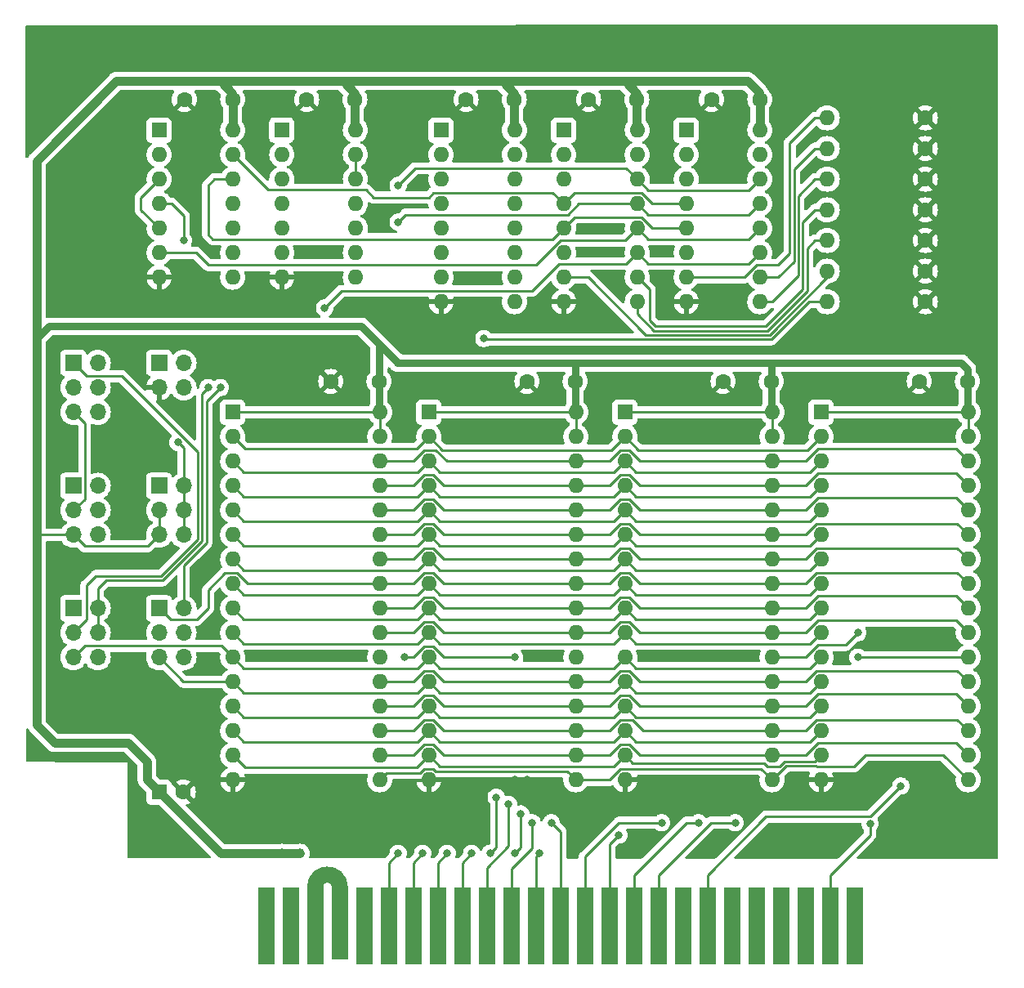
<source format=gbr>
%TF.GenerationSoftware,KiCad,Pcbnew,(7.0.0)*%
%TF.CreationDate,2023-04-19T13:17:30+09:00*%
%TF.ProjectId,project4,70726f6a-6563-4743-942e-6b696361645f,1.5*%
%TF.SameCoordinates,Original*%
%TF.FileFunction,Copper,L1,Top*%
%TF.FilePolarity,Positive*%
%FSLAX46Y46*%
G04 Gerber Fmt 4.6, Leading zero omitted, Abs format (unit mm)*
G04 Created by KiCad (PCBNEW (7.0.0)) date 2023-04-19 13:17:30*
%MOMM*%
%LPD*%
G01*
G04 APERTURE LIST*
%TA.AperFunction,EtchedComponent*%
%ADD10C,1.700000*%
%TD*%
%TA.AperFunction,ComponentPad*%
%ADD11R,1.600000X1.600000*%
%TD*%
%TA.AperFunction,ComponentPad*%
%ADD12O,1.600000X1.600000*%
%TD*%
%TA.AperFunction,ComponentPad*%
%ADD13R,1.700000X1.700000*%
%TD*%
%TA.AperFunction,ComponentPad*%
%ADD14O,1.700000X1.700000*%
%TD*%
%TA.AperFunction,ComponentPad*%
%ADD15C,1.600000*%
%TD*%
%TA.AperFunction,ConnectorPad*%
%ADD16R,1.700000X8.000000*%
%TD*%
%TA.AperFunction,ConnectorPad*%
%ADD17R,1.700000X7.500000*%
%TD*%
%TA.AperFunction,ViaPad*%
%ADD18C,1.000000*%
%TD*%
%TA.AperFunction,ViaPad*%
%ADD19C,0.800000*%
%TD*%
%TA.AperFunction,Conductor*%
%ADD20C,0.900000*%
%TD*%
%TA.AperFunction,Conductor*%
%ADD21C,0.250000*%
%TD*%
%TA.AperFunction,Conductor*%
%ADD22C,0.800000*%
%TD*%
G04 APERTURE END LIST*
D10*
%TO.C,CE1*%
X121580000Y-141904349D02*
G75*
G03*
X119040000Y-141904349I-1270000J0D01*
G01*
%TD*%
D11*
%TO.P,U1,1,VPP*%
%TO.N,+5V*%
X110489999Y-92709999D03*
D12*
%TO.P,U1,2,A16*%
%TO.N,/MA16*%
X110489999Y-95249999D03*
%TO.P,U1,3,A15*%
%TO.N,/MA15*%
X110489999Y-97789999D03*
%TO.P,U1,4,A12*%
%TO.N,/A12*%
X110489999Y-100329999D03*
%TO.P,U1,5,A7*%
%TO.N,/A7*%
X110489999Y-102869999D03*
%TO.P,U1,6,A6*%
%TO.N,/A6*%
X110489999Y-105409999D03*
%TO.P,U1,7,A5*%
%TO.N,/A5*%
X110489999Y-107949999D03*
%TO.P,U1,8,A4*%
%TO.N,/A4*%
X110489999Y-110489999D03*
%TO.P,U1,9,A3*%
%TO.N,/A3*%
X110489999Y-113029999D03*
%TO.P,U1,10,A2*%
%TO.N,/A2*%
X110489999Y-115569999D03*
%TO.P,U1,11,A1*%
%TO.N,/A1*%
X110489999Y-118109999D03*
%TO.P,U1,12,A0*%
%TO.N,/A0*%
X110489999Y-120649999D03*
%TO.P,U1,13,D0*%
%TO.N,/D0*%
X110489999Y-123189999D03*
%TO.P,U1,14,D1*%
%TO.N,/D1*%
X110489999Y-125729999D03*
%TO.P,U1,15,D2*%
%TO.N,/D2*%
X110489999Y-128269999D03*
%TO.P,U1,16,GND*%
%TO.N,GND*%
X110489999Y-130809999D03*
%TO.P,U1,17,D3*%
%TO.N,/D3*%
X125729999Y-130809999D03*
%TO.P,U1,18,D4*%
%TO.N,/D4*%
X125729999Y-128269999D03*
%TO.P,U1,19,D5*%
%TO.N,/D5*%
X125729999Y-125729999D03*
%TO.P,U1,20,D6*%
%TO.N,/D6*%
X125729999Y-123189999D03*
%TO.P,U1,21,D7*%
%TO.N,/D7*%
X125729999Y-120649999D03*
%TO.P,U1,22,~{CE}*%
%TO.N,/ROM_CE1*%
X125729999Y-118109999D03*
%TO.P,U1,23,A10*%
%TO.N,/A10*%
X125729999Y-115569999D03*
%TO.P,U1,24,~{OE}*%
%TO.N,/{slash}RD*%
X125729999Y-113029999D03*
%TO.P,U1,25,A11*%
%TO.N,/A11*%
X125729999Y-110489999D03*
%TO.P,U1,26,A9*%
%TO.N,/A9*%
X125729999Y-107949999D03*
%TO.P,U1,27,A8*%
%TO.N,/A8*%
X125729999Y-105409999D03*
%TO.P,U1,28,A13*%
%TO.N,/MA13*%
X125729999Y-102869999D03*
%TO.P,U1,29,A14*%
%TO.N,/MA14*%
X125729999Y-100329999D03*
%TO.P,U1,30,A17*%
%TO.N,/MA17*%
X125729999Y-97789999D03*
%TO.P,U1,31,~{PGM}*%
%TO.N,+5V*%
X125729999Y-95249999D03*
%TO.P,U1,32,VCC*%
X125729999Y-92709999D03*
%TD*%
D13*
%TO.P,J2,1,Pin_1*%
%TO.N,/A13*%
X93974999Y-100344999D03*
D14*
%TO.P,J2,2,Pin_2*%
%TO.N,Net-(J2-Pin_2)*%
X96514999Y-100344999D03*
%TO.P,J2,3,Pin_3*%
%TO.N,/A12*%
X93974999Y-102884999D03*
%TO.P,J2,4,Pin_4*%
%TO.N,Net-(J2-Pin_2)*%
X96514999Y-102884999D03*
%TO.P,J2,5,Pin_5*%
%TO.N,+5V*%
X93974999Y-105424999D03*
%TO.P,J2,6,Pin_6*%
%TO.N,Net-(J2-Pin_2)*%
X96514999Y-105424999D03*
%TD*%
D15*
%TO.P,R5,1*%
%TO.N,GND*%
X182245000Y-62230000D03*
D12*
%TO.P,R5,2*%
%TO.N,Net-(U5A-A1)*%
X172084999Y-62229999D03*
%TD*%
D15*
%TO.P,R6,1*%
%TO.N,GND*%
X182245000Y-74930000D03*
D12*
%TO.P,R6,2*%
%TO.N,/MA14*%
X172084999Y-74929999D03*
%TD*%
D15*
%TO.P,C4,1*%
%TO.N,+5V*%
X186610000Y-89535000D03*
%TO.P,C4,2*%
%TO.N,GND*%
X181610000Y-89535000D03*
%TD*%
D11*
%TO.P,U5,1,E*%
%TO.N,/{slash}SLTSL*%
X132069999Y-63499999D03*
D12*
%TO.P,U5,2,A0*%
%TO.N,Net-(U5A-A0)*%
X132069999Y-66039999D03*
%TO.P,U5,3,A1*%
%TO.N,Net-(U5A-A1)*%
X132069999Y-68579999D03*
%TO.P,U5,4,O0*%
%TO.N,/ROM_CE1*%
X132069999Y-71119999D03*
%TO.P,U5,5,O1*%
%TO.N,/ROM_CE2*%
X132069999Y-73659999D03*
%TO.P,U5,6,O2*%
%TO.N,/ROM_CE3*%
X132069999Y-76199999D03*
%TO.P,U5,7,O3*%
%TO.N,/ROM_CE4*%
X132069999Y-78739999D03*
%TO.P,U5,8,GND*%
%TO.N,GND*%
X132069999Y-81279999D03*
%TO.P,U5,9*%
%TO.N,N/C*%
X139689999Y-81279999D03*
%TO.P,U5,10*%
X139689999Y-78739999D03*
%TO.P,U5,11*%
X139689999Y-76199999D03*
%TO.P,U5,12*%
X139689999Y-73659999D03*
%TO.P,U5,13*%
X139689999Y-71119999D03*
%TO.P,U5,14*%
X139689999Y-68579999D03*
%TO.P,U5,15*%
X139689999Y-66039999D03*
%TO.P,U5,16,VCC*%
%TO.N,+5V*%
X139689999Y-63499999D03*
%TD*%
D15*
%TO.P,R1,1*%
%TO.N,GND*%
X182245000Y-68580000D03*
D12*
%TO.P,R1,2*%
%TO.N,Net-(U5A-A0)*%
X172084999Y-68579999D03*
%TD*%
D11*
%TO.P,U9,1,D2*%
%TO.N,/D5*%
X157479999Y-63499999D03*
D12*
%TO.P,U9,2,D3*%
%TO.N,/D6*%
X157479999Y-66039999D03*
%TO.P,U9,3,D4*%
%TO.N,unconnected-(U9-D4-Pad3)*%
X157479999Y-68579999D03*
%TO.P,U9,4,Rb*%
%TO.N,/A13*%
X157479999Y-71119999D03*
%TO.P,U9,5,Ra*%
%TO.N,/A15*%
X157479999Y-73659999D03*
%TO.P,U9,6,Q4*%
%TO.N,unconnected-(U9-Q4-Pad6)*%
X157479999Y-76199999D03*
%TO.P,U9,7,Q3*%
%TO.N,Net-(U5A-A1)*%
X157479999Y-78739999D03*
%TO.P,U9,8,GND*%
%TO.N,GND*%
X157479999Y-81279999D03*
%TO.P,U9,9,Q2*%
%TO.N,Net-(U5A-A0)*%
X165099999Y-81279999D03*
%TO.P,U9,10,Q1*%
%TO.N,/MA17*%
X165099999Y-78739999D03*
%TO.P,U9,11,~{Er}*%
%TO.N,/{slash}Er*%
X165099999Y-76199999D03*
%TO.P,U9,12,~{Ew}*%
%TO.N,Net-(U8-~{Ew})*%
X165099999Y-73659999D03*
%TO.P,U9,13,Wb*%
%TO.N,Net-(J5-Pin_2)*%
X165099999Y-71119999D03*
%TO.P,U9,14,Wa*%
%TO.N,Net-(J4-Pin_2)*%
X165099999Y-68579999D03*
%TO.P,U9,15,D1*%
%TO.N,/D4*%
X165099999Y-66039999D03*
%TO.P,U9,16,VCC*%
%TO.N,+5V*%
X165099999Y-63499999D03*
%TD*%
D15*
%TO.P,R7,1*%
%TO.N,GND*%
X182245000Y-71755000D03*
D12*
%TO.P,R7,2*%
%TO.N,/MA13*%
X172084999Y-71754999D03*
%TD*%
D13*
%TO.P,J1,1,Pin_1*%
%TO.N,/A15*%
X93974999Y-87624999D03*
D14*
%TO.P,J1,2,Pin_2*%
%TO.N,Net-(J1-Pin_2)*%
X96514999Y-87624999D03*
%TO.P,J1,3,Pin_3*%
%TO.N,/A11*%
X93974999Y-90164999D03*
%TO.P,J1,4,Pin_4*%
%TO.N,Net-(J1-Pin_2)*%
X96514999Y-90164999D03*
%TO.P,J1,5,Pin_5*%
%TO.N,/A12*%
X93974999Y-92704999D03*
%TO.P,J1,6,Pin_6*%
%TO.N,Net-(J1-Pin_2)*%
X96514999Y-92704999D03*
%TD*%
D13*
%TO.P,J5,1,Pin_1*%
%TO.N,/A11*%
X102864999Y-113044999D03*
D14*
%TO.P,J5,2,Pin_2*%
%TO.N,Net-(J5-Pin_2)*%
X105404999Y-113044999D03*
%TO.P,J5,3,Pin_3*%
%TO.N,/A13*%
X102864999Y-115584999D03*
%TO.P,J5,4,Pin_4*%
%TO.N,Net-(J5-Pin_2)*%
X105404999Y-115584999D03*
%TO.P,J5,5,Pin_5*%
%TO.N,/A0*%
X102864999Y-118124999D03*
%TO.P,J5,6,Pin_6*%
%TO.N,Net-(J5-Pin_2)*%
X105404999Y-118124999D03*
%TD*%
D13*
%TO.P,J6,1,Pin_1*%
%TO.N,Net-(J6-Pin_1)*%
X102864999Y-87624999D03*
D14*
%TO.P,J6,2,Pin_2*%
%TO.N,/{slash}Er*%
X105404999Y-87624999D03*
%TO.P,J6,3,Pin_3*%
%TO.N,GND*%
X102864999Y-90164999D03*
%TO.P,J6,4,Pin_4*%
%TO.N,/{slash}Er*%
X105404999Y-90164999D03*
%TD*%
D15*
%TO.P,C8,1*%
%TO.N,+5V*%
X152360000Y-60325000D03*
%TO.P,C8,2*%
%TO.N,GND*%
X147360000Y-60325000D03*
%TD*%
%TO.P,C2,1*%
%TO.N,+5V*%
X145970000Y-89535000D03*
%TO.P,C2,2*%
%TO.N,GND*%
X140970000Y-89535000D03*
%TD*%
%TO.P,R3,1*%
%TO.N,GND*%
X182245000Y-65405000D03*
D12*
%TO.P,R3,2*%
%TO.N,/MA17*%
X172084999Y-65404999D03*
%TD*%
D16*
%TO.P,CE1,2,~{CS2}*%
%TO.N,unconnected-(CE1-~{CS2}-Pad2)*%
X174909839Y-145940788D03*
%TO.P,CE1,4,~{STLSL}*%
%TO.N,/{slash}SLTSL*%
X172369839Y-145940788D03*
%TO.P,CE1,6,~{RFSH}*%
%TO.N,unconnected-(CE1-~{RFSH}-Pad6)*%
X169829839Y-145940788D03*
%TO.P,CE1,8,~{INT}*%
%TO.N,unconnected-(CE1-~{INT}-Pad8)*%
X167289839Y-145940788D03*
%TO.P,CE1,10,~{BUSD}*%
%TO.N,unconnected-(CE1-~{BUSD}-Pad10)*%
X164749839Y-145940788D03*
%TO.P,CE1,12,~{MERQ}*%
%TO.N,unconnected-(CE1-~{MERQ}-Pad12)*%
X162209839Y-145940788D03*
%TO.P,CE1,14,~{RD}*%
%TO.N,/{slash}RD*%
X159669839Y-145940788D03*
%TO.P,CE1,16,N.C.*%
%TO.N,unconnected-(CE1-N.C.-Pad16)*%
X157129839Y-145940788D03*
%TO.P,CE1,18,A15*%
%TO.N,/A15*%
X154589839Y-145940788D03*
%TO.P,CE1,20,A10*%
%TO.N,/A10*%
X152049839Y-145940788D03*
%TO.P,CE1,22,A6*%
%TO.N,/A6*%
X149509839Y-145940788D03*
%TO.P,CE1,24,A8*%
%TO.N,/A8*%
X146969839Y-145940788D03*
%TO.P,CE1,26,A13*%
%TO.N,/A13*%
X144429839Y-145940788D03*
%TO.P,CE1,28,A0*%
%TO.N,/A0*%
X141889839Y-145940788D03*
%TO.P,CE1,30,A2*%
%TO.N,/A2*%
X139349839Y-145940788D03*
%TO.P,CE1,32,A4*%
%TO.N,/A4*%
X136809839Y-145940788D03*
%TO.P,CE1,34,D0*%
%TO.N,/D0*%
X134269839Y-145940788D03*
%TO.P,CE1,36,D2*%
%TO.N,/D2*%
X131729839Y-145940788D03*
%TO.P,CE1,38,D4*%
%TO.N,/D4*%
X129189839Y-145940788D03*
%TO.P,CE1,40,D6*%
%TO.N,/D6*%
X126649839Y-145940788D03*
%TO.P,CE1,42,CLOCK*%
%TO.N,unconnected-(CE1-CLOCK-Pad42)*%
X124109839Y-145940788D03*
D17*
%TO.P,CE1,44,SW1*%
%TO.N,unconnected-(CE1-SW1-Pad44)*%
X121569999Y-145691348D03*
D16*
%TO.P,CE1,46,SW2*%
%TO.N,unconnected-(CE1-SW2-Pad46)*%
X119029839Y-145940788D03*
%TO.P,CE1,48,+12V*%
%TO.N,unconnected-(CE1-+12V-Pad48)*%
X116489839Y-145940788D03*
%TO.P,CE1,50,-12V*%
%TO.N,unconnected-(CE1--12V-Pad50)*%
X113949839Y-145940788D03*
%TD*%
D15*
%TO.P,C6,1*%
%TO.N,+5V*%
X110490000Y-60325000D03*
%TO.P,C6,2*%
%TO.N,GND*%
X105490000Y-60325000D03*
%TD*%
D11*
%TO.P,U7,1*%
%TO.N,Net-(J2-Pin_2)*%
X115579999Y-63494999D03*
D12*
%TO.P,U7,2*%
%TO.N,Net-(J3-Pin_2)*%
X115579999Y-66034999D03*
%TO.P,U7,3*%
%TO.N,Net-(U6-Pad10)*%
X115579999Y-68574999D03*
%TO.P,U7,4*%
%TO.N,N/C*%
X115579999Y-71114999D03*
%TO.P,U7,5*%
X115579999Y-73654999D03*
%TO.P,U7,6*%
X115579999Y-76194999D03*
%TO.P,U7,7,GND*%
%TO.N,GND*%
X115579999Y-78734999D03*
%TO.P,U7,8*%
%TO.N,N/C*%
X123199999Y-78734999D03*
%TO.P,U7,9*%
X123199999Y-76194999D03*
%TO.P,U7,10*%
X123199999Y-73654999D03*
%TO.P,U7,11*%
%TO.N,Net-(J6-Pin_1)*%
X123199999Y-71114999D03*
%TO.P,U7,12*%
%TO.N,Net-(U6-Pad11)*%
X123199999Y-68574999D03*
%TO.P,U7,13*%
X123199999Y-66034999D03*
%TO.P,U7,14,VCC*%
%TO.N,+5V*%
X123199999Y-63494999D03*
%TD*%
D15*
%TO.P,C3,1*%
%TO.N,+5V*%
X166290000Y-89535000D03*
%TO.P,C3,2*%
%TO.N,GND*%
X161290000Y-89535000D03*
%TD*%
D11*
%TO.P,U2,1,VPP*%
%TO.N,+5V*%
X130809999Y-92709999D03*
D12*
%TO.P,U2,2,A16*%
%TO.N,/MA16*%
X130809999Y-95249999D03*
%TO.P,U2,3,A15*%
%TO.N,/MA15*%
X130809999Y-97789999D03*
%TO.P,U2,4,A12*%
%TO.N,/A12*%
X130809999Y-100329999D03*
%TO.P,U2,5,A7*%
%TO.N,/A7*%
X130809999Y-102869999D03*
%TO.P,U2,6,A6*%
%TO.N,/A6*%
X130809999Y-105409999D03*
%TO.P,U2,7,A5*%
%TO.N,/A5*%
X130809999Y-107949999D03*
%TO.P,U2,8,A4*%
%TO.N,/A4*%
X130809999Y-110489999D03*
%TO.P,U2,9,A3*%
%TO.N,/A3*%
X130809999Y-113029999D03*
%TO.P,U2,10,A2*%
%TO.N,/A2*%
X130809999Y-115569999D03*
%TO.P,U2,11,A1*%
%TO.N,/A1*%
X130809999Y-118109999D03*
%TO.P,U2,12,A0*%
%TO.N,/A0*%
X130809999Y-120649999D03*
%TO.P,U2,13,D0*%
%TO.N,/D0*%
X130809999Y-123189999D03*
%TO.P,U2,14,D1*%
%TO.N,/D1*%
X130809999Y-125729999D03*
%TO.P,U2,15,D2*%
%TO.N,/D2*%
X130809999Y-128269999D03*
%TO.P,U2,16,GND*%
%TO.N,GND*%
X130809999Y-130809999D03*
%TO.P,U2,17,D3*%
%TO.N,/D3*%
X146049999Y-130809999D03*
%TO.P,U2,18,D4*%
%TO.N,/D4*%
X146049999Y-128269999D03*
%TO.P,U2,19,D5*%
%TO.N,/D5*%
X146049999Y-125729999D03*
%TO.P,U2,20,D6*%
%TO.N,/D6*%
X146049999Y-123189999D03*
%TO.P,U2,21,D7*%
%TO.N,/D7*%
X146049999Y-120649999D03*
%TO.P,U2,22,~{CE}*%
%TO.N,/ROM_CE2*%
X146049999Y-118109999D03*
%TO.P,U2,23,A10*%
%TO.N,/A10*%
X146049999Y-115569999D03*
%TO.P,U2,24,~{OE}*%
%TO.N,/{slash}RD*%
X146049999Y-113029999D03*
%TO.P,U2,25,A11*%
%TO.N,/A11*%
X146049999Y-110489999D03*
%TO.P,U2,26,A9*%
%TO.N,/A9*%
X146049999Y-107949999D03*
%TO.P,U2,27,A8*%
%TO.N,/A8*%
X146049999Y-105409999D03*
%TO.P,U2,28,A13*%
%TO.N,/MA13*%
X146049999Y-102869999D03*
%TO.P,U2,29,A14*%
%TO.N,/MA14*%
X146049999Y-100329999D03*
%TO.P,U2,30,A17*%
%TO.N,/MA17*%
X146049999Y-97789999D03*
%TO.P,U2,31,~{PGM}*%
%TO.N,+5V*%
X146049999Y-95249999D03*
%TO.P,U2,32,VCC*%
X146049999Y-92709999D03*
%TD*%
D15*
%TO.P,R4,1*%
%TO.N,GND*%
X182245000Y-78105000D03*
D12*
%TO.P,R4,2*%
%TO.N,/MA15*%
X172084999Y-78104999D03*
%TD*%
D11*
%TO.P,U3,1,VPP*%
%TO.N,+5V*%
X151129999Y-92709999D03*
D12*
%TO.P,U3,2,A16*%
%TO.N,/MA16*%
X151129999Y-95249999D03*
%TO.P,U3,3,A15*%
%TO.N,/MA15*%
X151129999Y-97789999D03*
%TO.P,U3,4,A12*%
%TO.N,/A12*%
X151129999Y-100329999D03*
%TO.P,U3,5,A7*%
%TO.N,/A7*%
X151129999Y-102869999D03*
%TO.P,U3,6,A6*%
%TO.N,/A6*%
X151129999Y-105409999D03*
%TO.P,U3,7,A5*%
%TO.N,/A5*%
X151129999Y-107949999D03*
%TO.P,U3,8,A4*%
%TO.N,/A4*%
X151129999Y-110489999D03*
%TO.P,U3,9,A3*%
%TO.N,/A3*%
X151129999Y-113029999D03*
%TO.P,U3,10,A2*%
%TO.N,/A2*%
X151129999Y-115569999D03*
%TO.P,U3,11,A1*%
%TO.N,/A1*%
X151129999Y-118109999D03*
%TO.P,U3,12,A0*%
%TO.N,/A0*%
X151129999Y-120649999D03*
%TO.P,U3,13,D0*%
%TO.N,/D0*%
X151129999Y-123189999D03*
%TO.P,U3,14,D1*%
%TO.N,/D1*%
X151129999Y-125729999D03*
%TO.P,U3,15,D2*%
%TO.N,/D2*%
X151129999Y-128269999D03*
%TO.P,U3,16,GND*%
%TO.N,GND*%
X151129999Y-130809999D03*
%TO.P,U3,17,D3*%
%TO.N,/D3*%
X166369999Y-130809999D03*
%TO.P,U3,18,D4*%
%TO.N,/D4*%
X166369999Y-128269999D03*
%TO.P,U3,19,D5*%
%TO.N,/D5*%
X166369999Y-125729999D03*
%TO.P,U3,20,D6*%
%TO.N,/D6*%
X166369999Y-123189999D03*
%TO.P,U3,21,D7*%
%TO.N,/D7*%
X166369999Y-120649999D03*
%TO.P,U3,22,~{CE}*%
%TO.N,/ROM_CE3*%
X166369999Y-118109999D03*
%TO.P,U3,23,A10*%
%TO.N,/A10*%
X166369999Y-115569999D03*
%TO.P,U3,24,~{OE}*%
%TO.N,/{slash}RD*%
X166369999Y-113029999D03*
%TO.P,U3,25,A11*%
%TO.N,/A11*%
X166369999Y-110489999D03*
%TO.P,U3,26,A9*%
%TO.N,/A9*%
X166369999Y-107949999D03*
%TO.P,U3,27,A8*%
%TO.N,/A8*%
X166369999Y-105409999D03*
%TO.P,U3,28,A13*%
%TO.N,/MA13*%
X166369999Y-102869999D03*
%TO.P,U3,29,A14*%
%TO.N,/MA14*%
X166369999Y-100329999D03*
%TO.P,U3,30,A17*%
%TO.N,/MA17*%
X166369999Y-97789999D03*
%TO.P,U3,31,~{PGM}*%
%TO.N,+5V*%
X166369999Y-95249999D03*
%TO.P,U3,32,VCC*%
X166369999Y-92709999D03*
%TD*%
D11*
%TO.P,U6,1*%
%TO.N,/{slash}WR*%
X102869999Y-63499999D03*
D12*
%TO.P,U6,2*%
%TO.N,/{slash}SLTSL*%
X102869999Y-66039999D03*
%TO.P,U6,3*%
%TO.N,Net-(U6-Pad3)*%
X102869999Y-68579999D03*
%TO.P,U6,4*%
%TO.N,Net-(U6-Pad4)*%
X102869999Y-71119999D03*
%TO.P,U6,5*%
%TO.N,Net-(U6-Pad3)*%
X102869999Y-73659999D03*
%TO.P,U6,6*%
%TO.N,Net-(U8-~{Ew})*%
X102869999Y-76199999D03*
%TO.P,U6,7,GND*%
%TO.N,GND*%
X102869999Y-78739999D03*
%TO.P,U6,8*%
%TO.N,Net-(U6-Pad4)*%
X110489999Y-78739999D03*
%TO.P,U6,9*%
%TO.N,Net-(J1-Pin_2)*%
X110489999Y-76199999D03*
%TO.P,U6,10*%
%TO.N,Net-(U6-Pad10)*%
X110489999Y-73659999D03*
%TO.P,U6,11*%
%TO.N,Net-(U6-Pad11)*%
X110489999Y-71119999D03*
%TO.P,U6,12*%
%TO.N,/A15*%
X110489999Y-68579999D03*
%TO.P,U6,13*%
%TO.N,/A13*%
X110489999Y-66039999D03*
%TO.P,U6,14,VCC*%
%TO.N,+5V*%
X110489999Y-63499999D03*
%TD*%
D13*
%TO.P,J3,1,Pin_1*%
%TO.N,/A14*%
X102864999Y-100344999D03*
D14*
%TO.P,J3,2,Pin_2*%
%TO.N,Net-(J3-Pin_2)*%
X105404999Y-100344999D03*
%TO.P,J3,3,Pin_3*%
%TO.N,+5V*%
X102864999Y-102884999D03*
%TO.P,J3,4,Pin_4*%
%TO.N,Net-(J3-Pin_2)*%
X105404999Y-102884999D03*
%TO.P,J3,5,Pin_5*%
%TO.N,+5V*%
X102864999Y-105424999D03*
%TO.P,J3,6,Pin_6*%
%TO.N,Net-(J3-Pin_2)*%
X105404999Y-105424999D03*
%TD*%
D11*
%TO.P,U8,1,D2*%
%TO.N,/D1*%
X144779999Y-63499999D03*
D12*
%TO.P,U8,2,D3*%
%TO.N,/D2*%
X144779999Y-66039999D03*
%TO.P,U8,3,D4*%
%TO.N,/D3*%
X144779999Y-68579999D03*
%TO.P,U8,4,Rb*%
%TO.N,/A13*%
X144779999Y-71119999D03*
%TO.P,U8,5,Ra*%
%TO.N,/A15*%
X144779999Y-73659999D03*
%TO.P,U8,6,Q4*%
%TO.N,/MA16*%
X144779999Y-76199999D03*
%TO.P,U8,7,Q3*%
%TO.N,/MA15*%
X144779999Y-78739999D03*
%TO.P,U8,8,GND*%
%TO.N,GND*%
X144779999Y-81279999D03*
%TO.P,U8,9,Q2*%
%TO.N,/MA14*%
X152399999Y-81279999D03*
%TO.P,U8,10,Q1*%
%TO.N,/MA13*%
X152399999Y-78739999D03*
%TO.P,U8,11,~{Er}*%
%TO.N,/{slash}Er*%
X152399999Y-76199999D03*
%TO.P,U8,12,~{Ew}*%
%TO.N,Net-(U8-~{Ew})*%
X152399999Y-73659999D03*
%TO.P,U8,13,Wb*%
%TO.N,Net-(J5-Pin_2)*%
X152399999Y-71119999D03*
%TO.P,U8,14,Wa*%
%TO.N,Net-(J4-Pin_2)*%
X152399999Y-68579999D03*
%TO.P,U8,15,D1*%
%TO.N,/D0*%
X152399999Y-66039999D03*
%TO.P,U8,16,VCC*%
%TO.N,+5V*%
X152399999Y-63499999D03*
%TD*%
D15*
%TO.P,C9,1*%
%TO.N,+5V*%
X165100000Y-60325000D03*
%TO.P,C9,2*%
%TO.N,GND*%
X160100000Y-60325000D03*
%TD*%
%TO.P,C1,1*%
%TO.N,+5V*%
X125650000Y-89535000D03*
%TO.P,C1,2*%
%TO.N,GND*%
X120650000Y-89535000D03*
%TD*%
%TO.P,R2,1*%
%TO.N,GND*%
X182245000Y-81280000D03*
D12*
%TO.P,R2,2*%
%TO.N,/MA16*%
X172084999Y-81279999D03*
%TD*%
D13*
%TO.P,J4,1,Pin_1*%
%TO.N,/A12*%
X93974999Y-113029999D03*
D14*
%TO.P,J4,2,Pin_2*%
%TO.N,Net-(J4-Pin_2)*%
X96514999Y-113029999D03*
%TO.P,J4,3,Pin_3*%
%TO.N,/A15*%
X93974999Y-115569999D03*
%TO.P,J4,4,Pin_4*%
%TO.N,Net-(J4-Pin_2)*%
X96514999Y-115569999D03*
%TO.P,J4,5,Pin_5*%
%TO.N,/A1*%
X93974999Y-118109999D03*
%TO.P,J4,6,Pin_6*%
%TO.N,Net-(J4-Pin_2)*%
X96514999Y-118109999D03*
%TD*%
D15*
%TO.P,C5,1*%
%TO.N,+5V*%
X139660000Y-60325000D03*
%TO.P,C5,2*%
%TO.N,GND*%
X134660000Y-60325000D03*
%TD*%
D11*
%TO.P,U4,1,VPP*%
%TO.N,+5V*%
X171449999Y-92709999D03*
D12*
%TO.P,U4,2,A16*%
%TO.N,/MA16*%
X171449999Y-95249999D03*
%TO.P,U4,3,A15*%
%TO.N,/MA15*%
X171449999Y-97789999D03*
%TO.P,U4,4,A12*%
%TO.N,/A12*%
X171449999Y-100329999D03*
%TO.P,U4,5,A7*%
%TO.N,/A7*%
X171449999Y-102869999D03*
%TO.P,U4,6,A6*%
%TO.N,/A6*%
X171449999Y-105409999D03*
%TO.P,U4,7,A5*%
%TO.N,/A5*%
X171449999Y-107949999D03*
%TO.P,U4,8,A4*%
%TO.N,/A4*%
X171449999Y-110489999D03*
%TO.P,U4,9,A3*%
%TO.N,/A3*%
X171449999Y-113029999D03*
%TO.P,U4,10,A2*%
%TO.N,/A2*%
X171449999Y-115569999D03*
%TO.P,U4,11,A1*%
%TO.N,/A1*%
X171449999Y-118109999D03*
%TO.P,U4,12,A0*%
%TO.N,/A0*%
X171449999Y-120649999D03*
%TO.P,U4,13,D0*%
%TO.N,/D0*%
X171449999Y-123189999D03*
%TO.P,U4,14,D1*%
%TO.N,/D1*%
X171449999Y-125729999D03*
%TO.P,U4,15,D2*%
%TO.N,/D2*%
X171449999Y-128269999D03*
%TO.P,U4,16,GND*%
%TO.N,GND*%
X171449999Y-130809999D03*
%TO.P,U4,17,D3*%
%TO.N,/D3*%
X186689999Y-130809999D03*
%TO.P,U4,18,D4*%
%TO.N,/D4*%
X186689999Y-128269999D03*
%TO.P,U4,19,D5*%
%TO.N,/D5*%
X186689999Y-125729999D03*
%TO.P,U4,20,D6*%
%TO.N,/D6*%
X186689999Y-123189999D03*
%TO.P,U4,21,D7*%
%TO.N,/D7*%
X186689999Y-120649999D03*
%TO.P,U4,22,~{CE}*%
%TO.N,/ROM_CE4*%
X186689999Y-118109999D03*
%TO.P,U4,23,A10*%
%TO.N,/A10*%
X186689999Y-115569999D03*
%TO.P,U4,24,~{OE}*%
%TO.N,/{slash}RD*%
X186689999Y-113029999D03*
%TO.P,U4,25,A11*%
%TO.N,/A11*%
X186689999Y-110489999D03*
%TO.P,U4,26,A9*%
%TO.N,/A9*%
X186689999Y-107949999D03*
%TO.P,U4,27,A8*%
%TO.N,/A8*%
X186689999Y-105409999D03*
%TO.P,U4,28,A13*%
%TO.N,/MA13*%
X186689999Y-102869999D03*
%TO.P,U4,29,A14*%
%TO.N,/MA14*%
X186689999Y-100329999D03*
%TO.P,U4,30,A17*%
%TO.N,/MA17*%
X186689999Y-97789999D03*
%TO.P,U4,31,~{PGM}*%
%TO.N,+5V*%
X186689999Y-95249999D03*
%TO.P,U4,32,VCC*%
X186689999Y-92709999D03*
%TD*%
D15*
%TO.P,C7,1*%
%TO.N,+5V*%
X123150000Y-60325000D03*
%TO.P,C7,2*%
%TO.N,GND*%
X118150000Y-60325000D03*
%TD*%
D11*
%TO.P,C10,1*%
%TO.N,+5V*%
X102869999Y-132079999D03*
D15*
%TO.P,C10,2*%
%TO.N,GND*%
X105370000Y-132080000D03*
%TD*%
D18*
%TO.N,+5V*%
X117475000Y-138430000D03*
X115570000Y-138430000D03*
D19*
%TO.N,GND*%
X92710000Y-108585000D03*
X118745000Y-118110000D03*
X119380000Y-67310000D03*
X154940000Y-78740000D03*
X96520000Y-95885000D03*
X150495000Y-78740000D03*
X161290000Y-130810000D03*
X171450000Y-85725000D03*
X101600000Y-137160000D03*
X103505000Y-137160000D03*
X138430000Y-95250000D03*
X125730000Y-82550000D03*
X102870000Y-81280000D03*
X99060000Y-115570000D03*
X99060000Y-63500000D03*
X169545000Y-137795000D03*
X161290000Y-81280000D03*
X95250000Y-64770000D03*
X97790000Y-64770000D03*
X101600000Y-124460000D03*
X182880000Y-135890000D03*
X187325000Y-135890000D03*
X96520000Y-66040000D03*
X99060000Y-91440000D03*
X184150000Y-95250000D03*
X101600000Y-121920000D03*
X135890000Y-66040000D03*
X174625000Y-85725000D03*
X120650000Y-63500000D03*
X114300000Y-95250000D03*
X149860000Y-63500000D03*
X125730000Y-81280000D03*
X162560000Y-68580000D03*
X118110000Y-95250000D03*
X113030000Y-63500000D03*
X153670000Y-95250000D03*
X96520000Y-63500000D03*
X149860000Y-66040000D03*
X118110000Y-63500000D03*
X106680000Y-121920000D03*
X128905000Y-63500000D03*
X184785000Y-116840000D03*
X132080000Y-83820000D03*
X118110000Y-78740000D03*
X162560000Y-66040000D03*
X137160000Y-63500000D03*
X106680000Y-124460000D03*
X107950000Y-118110000D03*
X140970000Y-118110000D03*
X134620000Y-78740000D03*
X167640000Y-60960000D03*
X150468319Y-76152365D03*
X93980000Y-68580000D03*
X160020000Y-81280000D03*
X179070000Y-116205000D03*
X107950000Y-63500000D03*
X150495000Y-73660000D03*
X167640000Y-63500000D03*
X96520000Y-121920000D03*
X113030000Y-85725000D03*
X154940000Y-81280000D03*
X143510000Y-95250000D03*
X154910065Y-76113840D03*
X95250000Y-67310000D03*
X132080000Y-90170000D03*
X166479412Y-74894339D03*
X113030000Y-66040000D03*
X126365000Y-63500000D03*
X153670000Y-130810000D03*
X144780000Y-83820000D03*
X133350000Y-90170000D03*
X174625000Y-89535000D03*
X160655000Y-118110000D03*
X127090844Y-71628364D03*
X106680000Y-110490000D03*
X124460000Y-82550000D03*
X160020000Y-63500000D03*
X179070000Y-95250000D03*
X93980000Y-66040000D03*
X181610000Y-116205000D03*
X121920000Y-95250000D03*
X154940000Y-63500000D03*
X107950000Y-115570000D03*
X156210000Y-95250000D03*
X153670000Y-118110000D03*
X96520000Y-124460000D03*
X99060000Y-93980000D03*
X140970000Y-130810000D03*
X139700000Y-130810000D03*
X154940000Y-66040000D03*
X162560000Y-63500000D03*
X107950000Y-108585000D03*
X106680000Y-68580000D03*
X105410000Y-92710000D03*
X114300000Y-85725000D03*
X93041664Y-98359057D03*
X101600000Y-93980000D03*
X97790000Y-108585000D03*
X161925000Y-94615000D03*
X134620000Y-63500000D03*
X106680000Y-66040000D03*
X129583469Y-69056607D03*
X120650000Y-76200000D03*
X147320000Y-63500000D03*
X126365000Y-67310000D03*
X134620000Y-81280000D03*
%TO.N,/D6*%
X127635000Y-138430000D03*
%TO.N,/D4*%
X130175000Y-138430000D03*
%TO.N,/D2*%
X132715000Y-138430000D03*
%TO.N,/D0*%
X135255000Y-138430000D03*
%TO.N,/A4*%
X139065000Y-133350000D03*
%TO.N,/A5*%
X137160000Y-138430000D03*
X137795000Y-132625500D03*
%TO.N,/A2*%
X141504494Y-135255000D03*
%TO.N,/A3*%
X140335000Y-134340494D03*
X139700000Y-138430000D03*
%TO.N,/A0*%
X142240000Y-138430000D03*
%TO.N,/A13*%
X143510000Y-135255000D03*
%TO.N,/A14*%
X139700000Y-118110000D03*
X128270000Y-118110000D03*
%TO.N,/A8*%
X154940000Y-135255000D03*
%TO.N,/A6*%
X150495000Y-136525000D03*
%TO.N,/A10*%
X158750000Y-135255000D03*
%TO.N,/A15*%
X162560000Y-135255000D03*
%TO.N,/{slash}RD*%
X179705000Y-131445000D03*
%TO.N,/{slash}SLTSL*%
X176530000Y-135344500D03*
%TO.N,/MA16*%
X136525000Y-85090000D03*
%TO.N,/{slash}Er*%
X120015000Y-81915000D03*
%TO.N,Net-(J3-Pin_2)*%
X104817250Y-95842750D03*
%TO.N,Net-(J4-Pin_2)*%
X107950000Y-90170000D03*
X127635000Y-69215000D03*
%TO.N,Net-(J5-Pin_2)*%
X127635000Y-73025000D03*
X109220000Y-90170000D03*
%TO.N,/ROM_CE3*%
X175260000Y-115570000D03*
%TO.N,/ROM_CE4*%
X175260000Y-118110000D03*
%TO.N,Net-(U6-Pad4)*%
X105410000Y-74930000D03*
%TD*%
D20*
%TO.N,+5V*%
X109220000Y-58420000D02*
X121920000Y-58420000D01*
D21*
X101690000Y-106600000D02*
X102865000Y-105425000D01*
D22*
X123825000Y-83820000D02*
X125730000Y-85725000D01*
D20*
X115570000Y-138430000D02*
X109220000Y-138430000D01*
D22*
X145970000Y-87710000D02*
X145970000Y-89535000D01*
D21*
X95150000Y-106600000D02*
X101690000Y-106600000D01*
X102865000Y-102885000D02*
X102865000Y-105425000D01*
D20*
X90170000Y-66675000D02*
X90170000Y-85090000D01*
D22*
X125650000Y-89535000D02*
X125650000Y-92630000D01*
D21*
X186690000Y-95250000D02*
X186690000Y-92710000D01*
X110490000Y-92710000D02*
X125730000Y-92710000D01*
D20*
X102870000Y-132080000D02*
X101600000Y-130810000D01*
D21*
X166370000Y-95250000D02*
X166370000Y-92710000D01*
X93975000Y-105425000D02*
X95150000Y-106600000D01*
D22*
X186610000Y-89535000D02*
X186610000Y-92630000D01*
D20*
X117475000Y-138430000D02*
X115570000Y-138430000D01*
X138430000Y-58420000D02*
X139660000Y-59650000D01*
D22*
X186610000Y-88265000D02*
X186610000Y-89535000D01*
D20*
X90170000Y-125095000D02*
X90170000Y-105410000D01*
X109220000Y-58420000D02*
X98425000Y-58420000D01*
D21*
X90185000Y-105425000D02*
X90170000Y-105410000D01*
D22*
X125650000Y-92630000D02*
X125730000Y-92710000D01*
X127555000Y-87550000D02*
X127555000Y-87630000D01*
D21*
X146050000Y-95250000D02*
X146050000Y-92710000D01*
D20*
X151130000Y-58420000D02*
X163830000Y-58420000D01*
D22*
X91440000Y-83820000D02*
X123825000Y-83820000D01*
X146050000Y-87630000D02*
X166370000Y-87630000D01*
D20*
X109220000Y-138430000D02*
X102870000Y-132080000D01*
D22*
X166370000Y-87630000D02*
X185975000Y-87630000D01*
D20*
X99695000Y-127000000D02*
X92075000Y-127000000D01*
X98425000Y-58420000D02*
X90170000Y-66675000D01*
D22*
X166290000Y-92630000D02*
X166370000Y-92710000D01*
D20*
X121920000Y-58420000D02*
X123150000Y-59650000D01*
X109220000Y-58420000D02*
X110450000Y-59650000D01*
X123150000Y-60325000D02*
X123150000Y-63445000D01*
D21*
X93975000Y-105425000D02*
X90185000Y-105425000D01*
D20*
X101600000Y-128905000D02*
X99695000Y-127000000D01*
X123150000Y-63445000D02*
X123200000Y-63495000D01*
D22*
X186610000Y-92630000D02*
X186690000Y-92710000D01*
D20*
X92075000Y-127000000D02*
X90170000Y-125095000D01*
D22*
X125650000Y-85805000D02*
X125650000Y-89535000D01*
D20*
X139660000Y-60325000D02*
X139660000Y-63470000D01*
X121920000Y-58420000D02*
X138430000Y-58420000D01*
D21*
X125730000Y-95250000D02*
X125730000Y-92710000D01*
D22*
X166290000Y-89535000D02*
X166290000Y-92630000D01*
D20*
X151130000Y-58420000D02*
X152360000Y-59650000D01*
X152360000Y-63460000D02*
X152400000Y-63500000D01*
D22*
X146050000Y-87630000D02*
X145970000Y-87710000D01*
X145970000Y-89535000D02*
X145970000Y-92630000D01*
D21*
X171450000Y-92710000D02*
X186690000Y-92710000D01*
D20*
X138430000Y-58420000D02*
X151130000Y-58420000D01*
D22*
X125730000Y-85725000D02*
X125650000Y-85805000D01*
D20*
X165100000Y-60325000D02*
X165100000Y-63500000D01*
D22*
X125730000Y-85725000D02*
X127555000Y-87550000D01*
X166370000Y-87630000D02*
X166290000Y-87710000D01*
D20*
X101600000Y-130810000D02*
X101600000Y-128905000D01*
D22*
X166290000Y-87710000D02*
X166290000Y-89535000D01*
D20*
X90170000Y-105410000D02*
X90170000Y-85090000D01*
D22*
X90170000Y-85090000D02*
X91440000Y-83820000D01*
D20*
X139660000Y-63470000D02*
X139690000Y-63500000D01*
X110490000Y-60325000D02*
X110490000Y-63500000D01*
D22*
X127555000Y-87630000D02*
X146050000Y-87630000D01*
D20*
X152360000Y-60325000D02*
X152360000Y-63460000D01*
D21*
X130810000Y-92710000D02*
X146050000Y-92710000D01*
D22*
X145970000Y-92630000D02*
X146050000Y-92710000D01*
X185975000Y-87630000D02*
X186610000Y-88265000D01*
D21*
X151130000Y-92710000D02*
X166370000Y-92710000D01*
D20*
X163830000Y-58420000D02*
X165020000Y-59610000D01*
D21*
%TO.N,/D6*%
X169859009Y-123190000D02*
X171129009Y-121920000D01*
X132400991Y-123190000D02*
X146050000Y-123190000D01*
X171129009Y-121920000D02*
X185420000Y-121920000D01*
X131275991Y-122065000D02*
X132400991Y-123190000D01*
X146050000Y-123190000D02*
X149539009Y-123190000D01*
X151595991Y-122065000D02*
X152720991Y-123190000D01*
X126649840Y-139415160D02*
X127635000Y-138430000D01*
X150664009Y-122065000D02*
X151595991Y-122065000D01*
X185420000Y-121920000D02*
X186690000Y-123190000D01*
X152720991Y-123190000D02*
X166370000Y-123190000D01*
X130344009Y-122065000D02*
X131275991Y-122065000D01*
X129219009Y-123190000D02*
X130344009Y-122065000D01*
X149539009Y-123190000D02*
X150664009Y-122065000D01*
X166370000Y-123190000D02*
X169859009Y-123190000D01*
X126649840Y-145940789D02*
X126649840Y-139415160D01*
X125730000Y-123190000D02*
X129219009Y-123190000D01*
%TO.N,/D7*%
X132400991Y-120650000D02*
X146050000Y-120650000D01*
X152720991Y-120650000D02*
X166370000Y-120650000D01*
X185565000Y-119525000D02*
X186690000Y-120650000D01*
X169859009Y-120650000D02*
X170984009Y-119525000D01*
X131275991Y-119525000D02*
X132400991Y-120650000D01*
X151595991Y-119525000D02*
X152720991Y-120650000D01*
X149539009Y-120650000D02*
X150664009Y-119525000D01*
X125730000Y-120650000D02*
X129219009Y-120650000D01*
X170984009Y-119525000D02*
X185565000Y-119525000D01*
X129219009Y-120650000D02*
X130344009Y-119525000D01*
X166370000Y-120650000D02*
X169859009Y-120650000D01*
X146050000Y-120650000D02*
X149539009Y-120650000D01*
X130344009Y-119525000D02*
X131275991Y-119525000D01*
X150664009Y-119525000D02*
X151595991Y-119525000D01*
%TO.N,/D4*%
X151595991Y-127145000D02*
X152720991Y-128270000D01*
X129189840Y-139415160D02*
X130175000Y-138430000D01*
X171129009Y-127000000D02*
X185420000Y-127000000D01*
X166370000Y-128270000D02*
X169859009Y-128270000D01*
X125730000Y-128270000D02*
X129219009Y-128270000D01*
X129219009Y-128270000D02*
X130344009Y-127145000D01*
X150664009Y-127145000D02*
X151595991Y-127145000D01*
X185420000Y-127000000D02*
X186690000Y-128270000D01*
X149539009Y-128270000D02*
X150664009Y-127145000D01*
X146050000Y-128270000D02*
X149539009Y-128270000D01*
X130344009Y-127145000D02*
X131275991Y-127145000D01*
X152720991Y-128270000D02*
X166370000Y-128270000D01*
X131275991Y-127145000D02*
X132400991Y-128270000D01*
X169859009Y-128270000D02*
X171129009Y-127000000D01*
X132400991Y-128270000D02*
X146050000Y-128270000D01*
X129189840Y-145940789D02*
X129189840Y-139415160D01*
%TO.N,/D5*%
X185565000Y-124605000D02*
X186690000Y-125730000D01*
X169859009Y-125730000D02*
X170984009Y-124605000D01*
X151909310Y-124605000D02*
X153034310Y-125730000D01*
X125730000Y-125730000D02*
X129219009Y-125730000D01*
X149539009Y-125730000D02*
X150664009Y-124605000D01*
X129219009Y-125730000D02*
X130344009Y-124605000D01*
X153034310Y-125730000D02*
X166370000Y-125730000D01*
X146050000Y-125730000D02*
X149539009Y-125730000D01*
X170984009Y-124605000D02*
X185565000Y-124605000D01*
X166370000Y-125730000D02*
X169859009Y-125730000D01*
X131275991Y-124605000D02*
X132400991Y-125730000D01*
X132400991Y-125730000D02*
X146050000Y-125730000D01*
X130344009Y-124605000D02*
X131275991Y-124605000D01*
X150664009Y-124605000D02*
X151909310Y-124605000D01*
%TO.N,/D2*%
X129540000Y-129540000D02*
X130810000Y-128270000D01*
X111760000Y-129540000D02*
X129540000Y-129540000D01*
X130810000Y-128270000D02*
X131935000Y-129395000D01*
X131935000Y-129395000D02*
X150005000Y-129395000D01*
X150005000Y-129395000D02*
X151130000Y-128270000D01*
X167638604Y-128905000D02*
X170815000Y-128905000D01*
X131729840Y-139415160D02*
X132715000Y-138430000D01*
X167148604Y-129395000D02*
X167638604Y-128905000D01*
X110490000Y-128270000D02*
X111760000Y-129540000D01*
X151929999Y-129069999D02*
X165579008Y-129069999D01*
X165579008Y-129069999D02*
X165904009Y-129395000D01*
X170815000Y-128905000D02*
X171450000Y-128270000D01*
X165904009Y-129395000D02*
X167148604Y-129395000D01*
X131729840Y-145940789D02*
X131729840Y-139415160D01*
X151130000Y-128270000D02*
X151929999Y-129069999D01*
%TO.N,/D3*%
X184115184Y-128235184D02*
X186690000Y-130810000D01*
X126440748Y-130099252D02*
X129929757Y-130099252D01*
X129929757Y-130099252D02*
X130344009Y-129685000D01*
X170984009Y-129395000D02*
X174882318Y-129395000D01*
X166370000Y-130810000D02*
X167825000Y-129355000D01*
X145183463Y-129943463D02*
X146050000Y-130810000D01*
X125730000Y-130810000D02*
X126440748Y-130099252D01*
X146050000Y-130810000D02*
X149539009Y-130810000D01*
X150664009Y-129685000D02*
X165245000Y-129685000D01*
X130344009Y-129685000D02*
X131275991Y-129685000D01*
X176042134Y-128235184D02*
X184115184Y-128235184D01*
X174882318Y-129395000D02*
X176042134Y-128235184D01*
X131534454Y-129943463D02*
X145183463Y-129943463D01*
X149539009Y-130810000D02*
X150664009Y-129685000D01*
X131275991Y-129685000D02*
X131534454Y-129943463D01*
X170944009Y-129355000D02*
X170984009Y-129395000D01*
X167825000Y-129355000D02*
X170944009Y-129355000D01*
X165245000Y-129685000D02*
X166370000Y-130810000D01*
%TO.N,/D0*%
X111615000Y-124315000D02*
X129685000Y-124315000D01*
X151130000Y-123190000D02*
X152255000Y-124315000D01*
X150005000Y-124315000D02*
X151130000Y-123190000D01*
X130810000Y-123190000D02*
X131935000Y-124315000D01*
X152255000Y-124315000D02*
X170325000Y-124315000D01*
X134269840Y-139415160D02*
X135255000Y-138430000D01*
X110490000Y-123190000D02*
X111615000Y-124315000D01*
X134269840Y-145940789D02*
X134269840Y-139415160D01*
X129685000Y-124315000D02*
X130810000Y-123190000D01*
X170325000Y-124315000D02*
X171450000Y-123190000D01*
X131935000Y-124315000D02*
X150005000Y-124315000D01*
%TO.N,/D1*%
X111615000Y-126855000D02*
X129685000Y-126855000D01*
X130810000Y-125730000D02*
X131935000Y-126855000D01*
X110490000Y-125730000D02*
X111615000Y-126855000D01*
X131935000Y-126855000D02*
X150005000Y-126855000D01*
X152255000Y-126855000D02*
X170325000Y-126855000D01*
X129685000Y-126855000D02*
X130810000Y-125730000D01*
X151130000Y-125730000D02*
X152255000Y-126855000D01*
X170325000Y-126855000D02*
X171450000Y-125730000D01*
X150005000Y-126855000D02*
X151130000Y-125730000D01*
%TO.N,/A4*%
X151130000Y-110490000D02*
X152255000Y-111615000D01*
X139065000Y-137651494D02*
X139065000Y-133350000D01*
X131935000Y-111615000D02*
X150005000Y-111615000D01*
X130810000Y-110490000D02*
X131935000Y-111615000D01*
X136809840Y-145940789D02*
X136809840Y-139906654D01*
X136809840Y-139906654D02*
X139065000Y-137651494D01*
X170325000Y-111615000D02*
X171450000Y-110490000D01*
X111615000Y-111615000D02*
X129685000Y-111615000D01*
X150005000Y-111615000D02*
X151130000Y-110490000D01*
X152255000Y-111615000D02*
X170325000Y-111615000D01*
X110490000Y-110490000D02*
X111615000Y-111615000D01*
X129685000Y-111615000D02*
X130810000Y-110490000D01*
%TO.N,/A5*%
X111615000Y-109075000D02*
X129685000Y-109075000D01*
X137795000Y-132625500D02*
X137795000Y-137795000D01*
X131935000Y-109075000D02*
X150005000Y-109075000D01*
X150005000Y-109075000D02*
X151130000Y-107950000D01*
X137795000Y-137795000D02*
X137160000Y-138430000D01*
X110490000Y-107950000D02*
X111615000Y-109075000D01*
X129685000Y-109075000D02*
X130810000Y-107950000D01*
X130810000Y-107950000D02*
X131935000Y-109075000D01*
X151130000Y-107950000D02*
X152255000Y-109075000D01*
X170325000Y-109075000D02*
X171450000Y-107950000D01*
X152255000Y-109075000D02*
X170325000Y-109075000D01*
%TO.N,/A2*%
X151130000Y-115570000D02*
X152255000Y-116695000D01*
X152255000Y-116695000D02*
X170325000Y-116695000D01*
X139349840Y-145940789D02*
X139349840Y-140050160D01*
X141504494Y-137895506D02*
X141504494Y-135255000D01*
X150005000Y-116695000D02*
X151130000Y-115570000D01*
X131935000Y-116695000D02*
X150005000Y-116695000D01*
X111615000Y-116695000D02*
X129685000Y-116695000D01*
X170325000Y-116695000D02*
X171450000Y-115570000D01*
X110490000Y-115570000D02*
X111615000Y-116695000D01*
X129685000Y-116695000D02*
X130810000Y-115570000D01*
X130810000Y-115570000D02*
X131935000Y-116695000D01*
X139349840Y-140050160D02*
X141504494Y-137895506D01*
%TO.N,/A3*%
X150005000Y-114155000D02*
X151130000Y-113030000D01*
X152255000Y-114155000D02*
X170325000Y-114155000D01*
X111615000Y-114155000D02*
X129685000Y-114155000D01*
X129685000Y-114155000D02*
X130810000Y-113030000D01*
X151130000Y-113030000D02*
X152255000Y-114155000D01*
X140335000Y-134340494D02*
X140335000Y-137795000D01*
X140335000Y-137795000D02*
X139700000Y-138430000D01*
X110490000Y-113030000D02*
X111615000Y-114155000D01*
X170325000Y-114155000D02*
X171450000Y-113030000D01*
X130810000Y-113030000D02*
X131935000Y-114155000D01*
X131935000Y-114155000D02*
X150005000Y-114155000D01*
%TO.N,/A0*%
X105390000Y-120650000D02*
X110490000Y-120650000D01*
X151130000Y-120650000D02*
X152255000Y-121775000D01*
X131935000Y-121775000D02*
X150005000Y-121775000D01*
X102865000Y-118125000D02*
X105390000Y-120650000D01*
X141889840Y-145940789D02*
X141889840Y-138780160D01*
X130810000Y-120650000D02*
X131935000Y-121775000D01*
X152255000Y-121775000D02*
X170325000Y-121775000D01*
X129685000Y-121775000D02*
X130810000Y-120650000D01*
X111615000Y-121775000D02*
X129685000Y-121775000D01*
X141889840Y-138780160D02*
X142240000Y-138430000D01*
X170325000Y-121775000D02*
X171450000Y-120650000D01*
X150005000Y-121775000D02*
X151130000Y-120650000D01*
X110490000Y-120650000D02*
X111615000Y-121775000D01*
%TO.N,/A1*%
X129685000Y-119235000D02*
X130810000Y-118110000D01*
X152255000Y-119235000D02*
X170325000Y-119235000D01*
X170325000Y-119235000D02*
X171450000Y-118110000D01*
X110490000Y-118110000D02*
X111615000Y-119235000D01*
X95150000Y-116935000D02*
X93975000Y-118110000D01*
X111615000Y-119235000D02*
X129685000Y-119235000D01*
X109315000Y-116935000D02*
X95150000Y-116935000D01*
X110490000Y-118110000D02*
X109315000Y-116935000D01*
X130810000Y-118110000D02*
X131935000Y-119235000D01*
X150005000Y-119235000D02*
X151130000Y-118110000D01*
X131935000Y-119235000D02*
X150005000Y-119235000D01*
X151130000Y-118110000D02*
X152255000Y-119235000D01*
%TO.N,/A13*%
X130810000Y-70485000D02*
X131300000Y-69995000D01*
X152865991Y-69995000D02*
X153990991Y-71120000D01*
X143655000Y-69995000D02*
X144780000Y-71120000D01*
X144780000Y-71120000D02*
X145905000Y-69995000D01*
X144429840Y-136174840D02*
X143510000Y-135255000D01*
X124310000Y-69700000D02*
X125095000Y-70485000D01*
X145905000Y-69995000D02*
X152865991Y-69995000D01*
X153990991Y-71120000D02*
X157480000Y-71120000D01*
X131300000Y-69995000D02*
X143655000Y-69995000D01*
X114150000Y-69700000D02*
X124310000Y-69700000D01*
X125095000Y-70485000D02*
X130810000Y-70485000D01*
X144429840Y-145940789D02*
X144429840Y-136174840D01*
X110490000Y-66040000D02*
X114150000Y-69700000D01*
%TO.N,/A14*%
X131275991Y-116985000D02*
X132400991Y-118110000D01*
X130344009Y-116985000D02*
X131275991Y-116985000D01*
X132400991Y-118110000D02*
X139700000Y-118110000D01*
X128270000Y-118110000D02*
X129219009Y-118110000D01*
X129219009Y-118110000D02*
X130344009Y-116985000D01*
%TO.N,/A8*%
X146969840Y-138780160D02*
X150495000Y-135255000D01*
X166370000Y-105410000D02*
X169859009Y-105410000D01*
X151595991Y-104285000D02*
X152720991Y-105410000D01*
X132400991Y-105410000D02*
X146050000Y-105410000D01*
X170984009Y-104285000D02*
X185565000Y-104285000D01*
X125730000Y-105410000D02*
X129219009Y-105410000D01*
X146050000Y-105410000D02*
X149539009Y-105410000D01*
X146969840Y-145940789D02*
X146969840Y-138780160D01*
X150664009Y-104285000D02*
X151595991Y-104285000D01*
X169859009Y-105410000D02*
X170984009Y-104285000D01*
X185565000Y-104285000D02*
X186690000Y-105410000D01*
X129219009Y-105410000D02*
X130344009Y-104285000D01*
X131275991Y-104285000D02*
X132400991Y-105410000D01*
X149539009Y-105410000D02*
X150664009Y-104285000D01*
X152720991Y-105410000D02*
X166370000Y-105410000D01*
X130344009Y-104285000D02*
X131275991Y-104285000D01*
X150495000Y-135255000D02*
X154940000Y-135255000D01*
%TO.N,/A12*%
X170325000Y-101455000D02*
X171450000Y-100330000D01*
X95150000Y-101710000D02*
X95150000Y-93880000D01*
X129685000Y-101455000D02*
X130810000Y-100330000D01*
X130810000Y-100330000D02*
X131935000Y-101455000D01*
X111615000Y-101455000D02*
X129685000Y-101455000D01*
X131935000Y-101455000D02*
X150005000Y-101455000D01*
X151130000Y-100330000D02*
X152255000Y-101455000D01*
X93975000Y-102885000D02*
X95150000Y-101710000D01*
X110490000Y-100330000D02*
X111615000Y-101455000D01*
X152255000Y-101455000D02*
X170325000Y-101455000D01*
X95150000Y-93880000D02*
X93975000Y-92705000D01*
X150005000Y-101455000D02*
X151130000Y-100330000D01*
%TO.N,/A6*%
X149509840Y-137510160D02*
X150495000Y-136525000D01*
X111615000Y-106535000D02*
X129685000Y-106535000D01*
X130810000Y-105410000D02*
X131935000Y-106535000D01*
X170325000Y-106535000D02*
X171450000Y-105410000D01*
X150005000Y-106535000D02*
X151130000Y-105410000D01*
X152255000Y-106535000D02*
X170325000Y-106535000D01*
X129685000Y-106535000D02*
X130810000Y-105410000D01*
X110490000Y-105410000D02*
X111615000Y-106535000D01*
X131935000Y-106535000D02*
X150005000Y-106535000D01*
X149509840Y-145940789D02*
X149509840Y-137510160D01*
X151130000Y-105410000D02*
X152255000Y-106535000D01*
%TO.N,/A7*%
X111615000Y-103995000D02*
X129685000Y-103995000D01*
X150005000Y-103995000D02*
X151130000Y-102870000D01*
X131935000Y-103995000D02*
X150005000Y-103995000D01*
X170325000Y-103995000D02*
X171450000Y-102870000D01*
X129685000Y-103995000D02*
X130810000Y-102870000D01*
X130810000Y-102870000D02*
X131935000Y-103995000D01*
X151130000Y-102870000D02*
X152255000Y-103995000D01*
X110490000Y-102870000D02*
X111615000Y-103995000D01*
X152255000Y-103995000D02*
X170325000Y-103995000D01*
%TO.N,/A10*%
X152049840Y-145940789D02*
X152049840Y-140685160D01*
X125730000Y-115570000D02*
X129219009Y-115570000D01*
X171129009Y-114300000D02*
X185420000Y-114300000D01*
X150664009Y-114445000D02*
X151595991Y-114445000D01*
X185420000Y-114300000D02*
X186690000Y-115570000D01*
X130344009Y-114445000D02*
X131275991Y-114445000D01*
X157480000Y-135255000D02*
X158750000Y-135255000D01*
X132400991Y-115570000D02*
X146050000Y-115570000D01*
X146050000Y-115570000D02*
X149539009Y-115570000D01*
X152720991Y-115570000D02*
X166370000Y-115570000D01*
X166370000Y-115570000D02*
X169859009Y-115570000D01*
X129219009Y-115570000D02*
X130344009Y-114445000D01*
X149539009Y-115570000D02*
X150664009Y-114445000D01*
X152049840Y-140685160D02*
X157480000Y-135255000D01*
X151595991Y-114445000D02*
X152720991Y-115570000D01*
X131275991Y-114445000D02*
X132400991Y-115570000D01*
X169859009Y-115570000D02*
X171129009Y-114300000D01*
%TO.N,/A11*%
X170984009Y-109365000D02*
X185565000Y-109365000D01*
X131275991Y-109365000D02*
X132400991Y-110490000D01*
X129219009Y-110490000D02*
X130344009Y-109365000D01*
X104040000Y-114220000D02*
X102865000Y-113045000D01*
X150664009Y-109365000D02*
X151595991Y-109365000D01*
X125730000Y-110490000D02*
X112080991Y-110490000D01*
X107950000Y-111125000D02*
X107950000Y-113030000D01*
X146050000Y-110490000D02*
X149539009Y-110490000D01*
X106760000Y-114220000D02*
X104040000Y-114220000D01*
X151595991Y-109365000D02*
X152720991Y-110490000D01*
X132400991Y-110490000D02*
X146050000Y-110490000D01*
X110955991Y-109365000D02*
X109710000Y-109365000D01*
X166370000Y-110490000D02*
X169859009Y-110490000D01*
X107950000Y-113030000D02*
X106760000Y-114220000D01*
X112080991Y-110490000D02*
X110955991Y-109365000D01*
X130344009Y-109365000D02*
X131275991Y-109365000D01*
X109710000Y-109365000D02*
X107950000Y-111125000D01*
X185565000Y-109365000D02*
X186690000Y-110490000D01*
X169859009Y-110490000D02*
X170984009Y-109365000D01*
X125730000Y-110490000D02*
X129219009Y-110490000D01*
X152720991Y-110490000D02*
X166370000Y-110490000D01*
X149539009Y-110490000D02*
X150664009Y-109365000D01*
%TO.N,/A15*%
X144780000Y-73660000D02*
X145905000Y-72535000D01*
X160020000Y-135255000D02*
X162560000Y-135255000D01*
X103030901Y-109692703D02*
X96322172Y-109692703D01*
X154589840Y-145940789D02*
X154589840Y-140685160D01*
X93975000Y-87625000D02*
X95340000Y-88990000D01*
X110490000Y-68580000D02*
X108585000Y-68580000D01*
X106865000Y-96865195D02*
X106865000Y-105858604D01*
X107950000Y-74295000D02*
X108440000Y-74785000D01*
X143655000Y-74785000D02*
X144780000Y-73660000D01*
X95340000Y-88990000D02*
X98989805Y-88990000D01*
X108585000Y-68580000D02*
X107950000Y-69215000D01*
X153990991Y-73660000D02*
X157480000Y-73660000D01*
X95340000Y-114205000D02*
X93975000Y-115570000D01*
X154589840Y-140685160D02*
X160020000Y-135255000D01*
X96322172Y-109692703D02*
X95340000Y-110674875D01*
X108440000Y-74785000D02*
X143655000Y-74785000D01*
X95340000Y-110674875D02*
X95340000Y-114205000D01*
X98989805Y-88990000D02*
X106865000Y-96865195D01*
X145905000Y-72535000D02*
X152865991Y-72535000D01*
X152865991Y-72535000D02*
X153990991Y-73660000D01*
X107950000Y-69215000D02*
X107950000Y-74295000D01*
X106865000Y-105858604D02*
X103030901Y-109692703D01*
%TO.N,/A9*%
X170984009Y-106825000D02*
X185565000Y-106825000D01*
X130344009Y-106825000D02*
X131275991Y-106825000D01*
X149539009Y-107950000D02*
X150664009Y-106825000D01*
X185565000Y-106825000D02*
X186690000Y-107950000D01*
X169859009Y-107950000D02*
X170984009Y-106825000D01*
X150664009Y-106825000D02*
X151595991Y-106825000D01*
X125730000Y-107950000D02*
X129219009Y-107950000D01*
X129219009Y-107950000D02*
X130344009Y-106825000D01*
X146050000Y-107950000D02*
X149539009Y-107950000D01*
X152720991Y-107950000D02*
X166370000Y-107950000D01*
X131275991Y-106825000D02*
X132400991Y-107950000D01*
X166370000Y-107950000D02*
X169859009Y-107950000D01*
X151595991Y-106825000D02*
X152720991Y-107950000D01*
X132400991Y-107950000D02*
X146050000Y-107950000D01*
%TO.N,/{slash}RD*%
X146050000Y-113030000D02*
X149539009Y-113030000D01*
X149539009Y-113030000D02*
X150664009Y-111905000D01*
X151595991Y-111905000D02*
X152720991Y-113030000D01*
X165735000Y-134620000D02*
X159669840Y-140685160D01*
X179705000Y-131445000D02*
X176530000Y-134620000D01*
X166370000Y-113030000D02*
X169859009Y-113030000D01*
X169859009Y-113030000D02*
X171129009Y-111760000D01*
X176530000Y-134620000D02*
X165735000Y-134620000D01*
X129219009Y-113030000D02*
X130344009Y-111905000D01*
X152720991Y-113030000D02*
X166370000Y-113030000D01*
X171129009Y-111760000D02*
X185420000Y-111760000D01*
X125730000Y-113030000D02*
X129219009Y-113030000D01*
X131275991Y-111905000D02*
X132400991Y-113030000D01*
X130344009Y-111905000D02*
X131275991Y-111905000D01*
X159669840Y-140685160D02*
X159669840Y-145940789D01*
X150664009Y-111905000D02*
X151595991Y-111905000D01*
X132400991Y-113030000D02*
X146050000Y-113030000D01*
X185420000Y-111760000D02*
X186690000Y-113030000D01*
%TO.N,/{slash}SLTSL*%
X176530000Y-135344500D02*
X176530000Y-136525000D01*
X172369840Y-140685160D02*
X172369840Y-145940789D01*
X176530000Y-136525000D02*
X172369840Y-140685160D01*
%TO.N,/MA13*%
X169859009Y-102870000D02*
X171129009Y-101600000D01*
X166370000Y-102870000D02*
X169859009Y-102870000D01*
X170815000Y-71755000D02*
X172085000Y-71755000D01*
X129219009Y-102870000D02*
X130344009Y-101745000D01*
X146050000Y-102870000D02*
X149539009Y-102870000D01*
X130344009Y-101745000D02*
X131275991Y-101745000D01*
X152720991Y-102870000D02*
X166370000Y-102870000D01*
X149539009Y-102870000D02*
X150664009Y-101745000D01*
X169545000Y-80005812D02*
X169545000Y-73025000D01*
X152400000Y-78740000D02*
X153670000Y-80010000D01*
X165730812Y-83820000D02*
X169545000Y-80005812D01*
X185420000Y-101600000D02*
X186690000Y-102870000D01*
X150664009Y-101745000D02*
X151595991Y-101745000D01*
X169545000Y-73025000D02*
X170815000Y-71755000D01*
X153670000Y-83185000D02*
X154305000Y-83820000D01*
X151595991Y-101745000D02*
X152720991Y-102870000D01*
X154305000Y-83820000D02*
X165730812Y-83820000D01*
X131275991Y-101745000D02*
X132400991Y-102870000D01*
X125730000Y-102870000D02*
X129219009Y-102870000D01*
X153670000Y-80010000D02*
X153670000Y-83185000D01*
X132400991Y-102870000D02*
X146050000Y-102870000D01*
X171129009Y-101600000D02*
X185420000Y-101600000D01*
%TO.N,/MA14*%
X165917208Y-84270000D02*
X169995000Y-80192208D01*
X171129009Y-99060000D02*
X185420000Y-99060000D01*
X131275991Y-99205000D02*
X132400991Y-100330000D01*
X170815000Y-74930000D02*
X172085000Y-74930000D01*
X185420000Y-99060000D02*
X186690000Y-100330000D01*
X150664009Y-99205000D02*
X151595991Y-99205000D01*
X132400991Y-100330000D02*
X146050000Y-100330000D01*
X166370000Y-100330000D02*
X169859009Y-100330000D01*
X129219009Y-100330000D02*
X130344009Y-99205000D01*
X152400000Y-81280000D02*
X152400000Y-82550690D01*
X169859009Y-100330000D02*
X171129009Y-99060000D01*
X149539009Y-100330000D02*
X150664009Y-99205000D01*
X152400000Y-82550690D02*
X154119310Y-84270000D01*
X151595991Y-99205000D02*
X152720991Y-100330000D01*
X169995000Y-80192208D02*
X169995000Y-75750000D01*
X125730000Y-100330000D02*
X129219009Y-100330000D01*
X169995000Y-75750000D02*
X170815000Y-74930000D01*
X154119310Y-84270000D02*
X165917208Y-84270000D01*
X146050000Y-100330000D02*
X149539009Y-100330000D01*
X130344009Y-99205000D02*
X131275991Y-99205000D01*
X152720991Y-100330000D02*
X166370000Y-100330000D01*
%TO.N,/MA15*%
X147320000Y-78740000D02*
X153300000Y-84720000D01*
X170325000Y-98915000D02*
X171450000Y-97790000D01*
X153300000Y-84720000D02*
X166103604Y-84720000D01*
X130810000Y-97790000D02*
X131935000Y-98915000D01*
X151130000Y-97790000D02*
X152255000Y-98915000D01*
X152255000Y-98915000D02*
X170325000Y-98915000D01*
X150005000Y-98915000D02*
X151130000Y-97790000D01*
X131935000Y-98915000D02*
X150005000Y-98915000D01*
X110490000Y-97790000D02*
X111615000Y-98915000D01*
X166103604Y-84720000D02*
X172085000Y-78738604D01*
X129685000Y-98915000D02*
X130810000Y-97790000D01*
X172085000Y-78738604D02*
X172085000Y-78105000D01*
X111615000Y-98915000D02*
X129685000Y-98915000D01*
X144780000Y-78740000D02*
X147320000Y-78740000D01*
%TO.N,/MA16*%
X136605000Y-85170000D02*
X166290000Y-85170000D01*
X129540000Y-96520000D02*
X130810000Y-95250000D01*
X166290000Y-85170000D02*
X170180000Y-81280000D01*
X170035000Y-96665000D02*
X171450000Y-95250000D01*
X132225000Y-96665000D02*
X149715000Y-96665000D01*
X149715000Y-96665000D02*
X151130000Y-95250000D01*
X111760000Y-96520000D02*
X129540000Y-96520000D01*
X130810000Y-95250000D02*
X132225000Y-96665000D01*
X136525000Y-85090000D02*
X136605000Y-85170000D01*
X152545000Y-96665000D02*
X170035000Y-96665000D01*
X151130000Y-95250000D02*
X152545000Y-96665000D01*
X110490000Y-95250000D02*
X111760000Y-96520000D01*
X170180000Y-81280000D02*
X172085000Y-81280000D01*
%TO.N,Net-(U5A-A0)*%
X169095499Y-70299501D02*
X170815000Y-68580000D01*
X169095499Y-78554501D02*
X169095499Y-70299501D01*
X170815000Y-68580000D02*
X172085000Y-68580000D01*
X165100000Y-81280000D02*
X166370000Y-81280000D01*
X166370000Y-81280000D02*
X169095499Y-78554501D01*
%TO.N,/MA17*%
X166370000Y-97790000D02*
X169859009Y-97790000D01*
X170815000Y-65405000D02*
X172085000Y-65405000D01*
X146050000Y-97790000D02*
X149539009Y-97790000D01*
X169859009Y-97790000D02*
X171129009Y-96520000D01*
X185420000Y-96520000D02*
X186690000Y-97790000D01*
X167005000Y-78740000D02*
X168645998Y-77099002D01*
X149539009Y-97790000D02*
X150664009Y-96665000D01*
X131549953Y-96665000D02*
X132674953Y-97790000D01*
X152720991Y-97790000D02*
X166370000Y-97790000D01*
X125730000Y-97790000D02*
X129219009Y-97790000D01*
X168645998Y-77099002D02*
X168645998Y-67574002D01*
X150664009Y-96665000D02*
X151595991Y-96665000D01*
X151595991Y-96665000D02*
X152720991Y-97790000D01*
X168645998Y-67574002D02*
X170815000Y-65405000D01*
X171129009Y-96520000D02*
X185420000Y-96520000D01*
X129219009Y-97790000D02*
X130344009Y-96665000D01*
X130344009Y-96665000D02*
X131549953Y-96665000D01*
X165100000Y-78740000D02*
X167005000Y-78740000D01*
X132674953Y-97790000D02*
X146050000Y-97790000D01*
%TO.N,/{slash}Er*%
X144314009Y-77325000D02*
X151275000Y-77325000D01*
X121775000Y-80155000D02*
X141484009Y-80155000D01*
X151275000Y-77325000D02*
X152400000Y-76200000D01*
X152400000Y-76200000D02*
X153525000Y-77325000D01*
X120015000Y-81915000D02*
X121775000Y-80155000D01*
X153525000Y-77325000D02*
X163975000Y-77325000D01*
X163975000Y-77325000D02*
X165100000Y-76200000D01*
X141484009Y-80155000D02*
X144314009Y-77325000D01*
%TO.N,Net-(J3-Pin_2)*%
X104817250Y-95842750D02*
X105405000Y-96430500D01*
X105405000Y-100345000D02*
X105405000Y-102885000D01*
X105405000Y-102885000D02*
X105405000Y-105425000D01*
X105405000Y-96430500D02*
X105405000Y-100345000D01*
%TO.N,Net-(J4-Pin_2)*%
X97360766Y-110142703D02*
X96515000Y-110988469D01*
X127635000Y-69215000D02*
X129395000Y-67455000D01*
X107950000Y-90170000D02*
X107315000Y-90805000D01*
X107315000Y-90805000D02*
X107315000Y-106045000D01*
X129395000Y-67455000D02*
X151275000Y-67455000D01*
X152400000Y-68580000D02*
X153525000Y-69705000D01*
X151275000Y-67455000D02*
X152400000Y-68580000D01*
X163975000Y-69705000D02*
X165100000Y-68580000D01*
X103217297Y-110142703D02*
X97360766Y-110142703D01*
X107315000Y-106045000D02*
X103217297Y-110142703D01*
X153525000Y-69705000D02*
X163975000Y-69705000D01*
X96515000Y-110988469D02*
X96515000Y-115570000D01*
%TO.N,Net-(J5-Pin_2)*%
X109220000Y-90170000D02*
X107765000Y-91625000D01*
X128415000Y-72245000D02*
X127635000Y-73025000D01*
X145245991Y-72245000D02*
X128415000Y-72245000D01*
X152400000Y-71120000D02*
X146370991Y-71120000D01*
X107765000Y-91625000D02*
X107765000Y-106231396D01*
X152400000Y-71120000D02*
X153525000Y-72245000D01*
X153525000Y-72245000D02*
X163975000Y-72245000D01*
X146370991Y-71120000D02*
X145245991Y-72245000D01*
X105405000Y-108591396D02*
X105405000Y-113034310D01*
X163975000Y-72245000D02*
X165100000Y-71120000D01*
X107765000Y-106231396D02*
X105405000Y-108591396D01*
%TO.N,Net-(U5A-A1)*%
X167005000Y-77470000D02*
X168196497Y-76278503D01*
X168196497Y-76278503D02*
X168196497Y-64848503D01*
X163509009Y-78740000D02*
X164779009Y-77470000D01*
X157480000Y-78740000D02*
X163509009Y-78740000D01*
X168196497Y-64848503D02*
X170815000Y-62230000D01*
X170815000Y-62230000D02*
X172085000Y-62230000D01*
X164779009Y-77470000D02*
X167005000Y-77470000D01*
%TO.N,/ROM_CE3*%
X169859009Y-118110000D02*
X166370000Y-118110000D01*
X175260000Y-115570000D02*
X173990000Y-116840000D01*
X171129009Y-116840000D02*
X169859009Y-118110000D01*
X173990000Y-116840000D02*
X171129009Y-116840000D01*
%TO.N,/ROM_CE4*%
X186690000Y-118110000D02*
X175260000Y-118110000D01*
%TO.N,Net-(U6-Pad3)*%
X100965000Y-71755000D02*
X102870000Y-73660000D01*
X102870000Y-68580000D02*
X100965000Y-70485000D01*
X100965000Y-70485000D02*
X100965000Y-71755000D01*
%TO.N,Net-(U6-Pad4)*%
X102870000Y-71120000D02*
X104140000Y-71120000D01*
X105410000Y-72390000D02*
X105410000Y-74930000D01*
X104140000Y-71120000D02*
X105410000Y-72390000D01*
%TO.N,Net-(U8-~{Ew})*%
X102870000Y-76200000D02*
X106680000Y-76200000D01*
X153525000Y-74785000D02*
X163975000Y-74785000D01*
X163975000Y-74785000D02*
X165100000Y-73660000D01*
X144459009Y-74930000D02*
X151130000Y-74930000D01*
X107950000Y-77470000D02*
X141919009Y-77470000D01*
X151130000Y-74930000D02*
X152400000Y-73660000D01*
X141919009Y-77470000D02*
X144459009Y-74930000D01*
X106680000Y-76200000D02*
X107950000Y-77470000D01*
X152400000Y-73660000D02*
X153525000Y-74785000D01*
%TO.N,Net-(U6-Pad11)*%
X123200000Y-66035000D02*
X123200000Y-68575000D01*
%TD*%
%TA.AperFunction,Conductor*%
%TO.N,GND*%
G36*
X189678453Y-52557149D02*
G01*
X189723876Y-52602505D01*
X189740533Y-52664497D01*
X189799709Y-138846007D01*
X189783120Y-138908051D01*
X189737718Y-138953474D01*
X189675682Y-138970092D01*
X175271990Y-138966932D01*
X175215703Y-138953407D01*
X175171689Y-138915804D01*
X175149542Y-138862319D01*
X175154088Y-138804609D01*
X175184332Y-138755257D01*
X176917306Y-137022282D01*
X176925482Y-137014843D01*
X176931877Y-137010786D01*
X176977933Y-136961740D01*
X176980550Y-136959038D01*
X177000120Y-136939470D01*
X177002565Y-136936316D01*
X177010155Y-136927428D01*
X177040062Y-136895582D01*
X177049709Y-136878032D01*
X177060393Y-136861766D01*
X177072674Y-136845936D01*
X177090018Y-136805851D01*
X177095160Y-136795356D01*
X177116197Y-136757092D01*
X177121179Y-136737689D01*
X177127480Y-136719283D01*
X177135438Y-136700895D01*
X177142269Y-136657756D01*
X177144639Y-136646315D01*
X177153560Y-136611574D01*
X177153559Y-136611574D01*
X177155500Y-136604019D01*
X177155500Y-136583983D01*
X177157025Y-136564597D01*
X177160160Y-136544804D01*
X177156050Y-136501324D01*
X177155500Y-136489655D01*
X177155500Y-136043187D01*
X177163736Y-135998749D01*
X177187350Y-135960215D01*
X177220807Y-135923057D01*
X177262533Y-135876716D01*
X177357179Y-135712784D01*
X177415674Y-135532756D01*
X177435460Y-135344500D01*
X177415674Y-135156244D01*
X177357179Y-134976216D01*
X177295381Y-134869179D01*
X177279241Y-134817988D01*
X177286247Y-134764771D01*
X177315086Y-134719502D01*
X179652771Y-132381819D01*
X179693000Y-132354939D01*
X179740453Y-132345500D01*
X179793143Y-132345500D01*
X179799646Y-132345500D01*
X179984803Y-132306144D01*
X180157730Y-132229151D01*
X180310871Y-132117888D01*
X180437533Y-131977216D01*
X180532179Y-131813284D01*
X180590674Y-131633256D01*
X180610460Y-131445000D01*
X180590674Y-131256744D01*
X180532179Y-131076716D01*
X180437533Y-130912784D01*
X180370147Y-130837945D01*
X180315220Y-130776942D01*
X180315219Y-130776941D01*
X180310871Y-130772112D01*
X180305613Y-130768292D01*
X180305611Y-130768290D01*
X180162988Y-130664669D01*
X180162987Y-130664668D01*
X180157730Y-130660849D01*
X180104866Y-130637312D01*
X179990745Y-130586501D01*
X179990740Y-130586499D01*
X179984803Y-130583856D01*
X179978444Y-130582504D01*
X179978440Y-130582503D01*
X179806008Y-130545852D01*
X179806005Y-130545851D01*
X179799646Y-130544500D01*
X179610354Y-130544500D01*
X179603995Y-130545851D01*
X179603991Y-130545852D01*
X179431559Y-130582503D01*
X179431552Y-130582505D01*
X179425197Y-130583856D01*
X179419262Y-130586498D01*
X179419254Y-130586501D01*
X179258207Y-130658205D01*
X179258202Y-130658207D01*
X179252270Y-130660849D01*
X179247016Y-130664665D01*
X179247011Y-130664669D01*
X179104388Y-130768290D01*
X179104381Y-130768295D01*
X179099129Y-130772112D01*
X179094784Y-130776937D01*
X179094779Y-130776942D01*
X178976813Y-130907956D01*
X178976808Y-130907962D01*
X178972467Y-130912784D01*
X178969222Y-130918404D01*
X178969218Y-130918410D01*
X178881069Y-131071089D01*
X178881066Y-131071094D01*
X178877821Y-131076716D01*
X178875815Y-131082888D01*
X178875813Y-131082894D01*
X178821333Y-131250564D01*
X178821331Y-131250573D01*
X178819326Y-131256744D01*
X178818647Y-131263203D01*
X178818647Y-131263204D01*
X178801678Y-131424650D01*
X178790278Y-131465072D01*
X178766038Y-131499369D01*
X176307228Y-133958181D01*
X176267000Y-133985061D01*
X176219547Y-133994500D01*
X165812775Y-133994500D01*
X165801719Y-133993978D01*
X165794333Y-133992327D01*
X165786545Y-133992571D01*
X165786538Y-133992571D01*
X165727113Y-133994439D01*
X165723219Y-133994500D01*
X165695650Y-133994500D01*
X165691794Y-133994986D01*
X165691791Y-133994987D01*
X165691735Y-133994994D01*
X165691662Y-133995003D01*
X165680044Y-133995917D01*
X165644165Y-133997045D01*
X165644164Y-133997045D01*
X165636373Y-133997290D01*
X165628888Y-133999464D01*
X165628884Y-133999465D01*
X165617125Y-134002881D01*
X165598087Y-134006823D01*
X165585949Y-134008357D01*
X165585941Y-134008358D01*
X165578208Y-134009336D01*
X165570960Y-134012205D01*
X165570954Y-134012207D01*
X165537597Y-134025413D01*
X165526554Y-134029194D01*
X165492100Y-134039205D01*
X165492094Y-134039207D01*
X165484610Y-134041382D01*
X165477898Y-134045351D01*
X165477896Y-134045352D01*
X165467364Y-134051580D01*
X165449904Y-134060134D01*
X165438519Y-134064642D01*
X165438513Y-134064644D01*
X165431268Y-134067514D01*
X165424963Y-134072094D01*
X165424955Y-134072099D01*
X165395932Y-134093185D01*
X165386174Y-134099595D01*
X165355296Y-134117857D01*
X165355290Y-134117861D01*
X165348580Y-134121830D01*
X165343067Y-134127341D01*
X165343060Y-134127348D01*
X165334410Y-134135998D01*
X165319627Y-134148624D01*
X165309726Y-134155817D01*
X165309716Y-134155826D01*
X165303413Y-134160406D01*
X165298444Y-134166411D01*
X165298441Y-134166415D01*
X165275572Y-134194059D01*
X165267711Y-134202697D01*
X160543044Y-138927363D01*
X160502803Y-138954248D01*
X160455336Y-138963682D01*
X157495890Y-138963033D01*
X157439603Y-138949508D01*
X157395589Y-138911905D01*
X157373442Y-138858420D01*
X157377988Y-138800710D01*
X157408232Y-138751358D01*
X160242771Y-135916819D01*
X160283000Y-135889939D01*
X160330453Y-135880500D01*
X161856252Y-135880500D01*
X161906685Y-135891219D01*
X161944781Y-135918895D01*
X161944950Y-135918709D01*
X161946728Y-135920310D01*
X161948398Y-135921523D01*
X161954129Y-135927888D01*
X162107270Y-136039151D01*
X162280197Y-136116144D01*
X162465354Y-136155500D01*
X162648143Y-136155500D01*
X162654646Y-136155500D01*
X162839803Y-136116144D01*
X163012730Y-136039151D01*
X163165871Y-135927888D01*
X163292533Y-135787216D01*
X163387179Y-135623284D01*
X163445674Y-135443256D01*
X163465460Y-135255000D01*
X163445674Y-135066744D01*
X163387179Y-134886716D01*
X163292533Y-134722784D01*
X163209651Y-134630735D01*
X163170220Y-134586942D01*
X163170219Y-134586941D01*
X163165871Y-134582112D01*
X163160613Y-134578292D01*
X163160611Y-134578290D01*
X163017988Y-134474669D01*
X163017987Y-134474668D01*
X163012730Y-134470849D01*
X163006792Y-134468205D01*
X162845745Y-134396501D01*
X162845740Y-134396499D01*
X162839803Y-134393856D01*
X162833444Y-134392504D01*
X162833440Y-134392503D01*
X162661008Y-134355852D01*
X162661005Y-134355851D01*
X162654646Y-134354500D01*
X162465354Y-134354500D01*
X162458995Y-134355851D01*
X162458991Y-134355852D01*
X162286559Y-134392503D01*
X162286552Y-134392505D01*
X162280197Y-134393856D01*
X162274262Y-134396498D01*
X162274254Y-134396501D01*
X162113207Y-134468205D01*
X162113202Y-134468207D01*
X162107270Y-134470849D01*
X162102016Y-134474665D01*
X162102011Y-134474669D01*
X161959388Y-134578290D01*
X161959381Y-134578295D01*
X161954129Y-134582112D01*
X161949780Y-134586941D01*
X161949781Y-134586941D01*
X161948399Y-134588476D01*
X161946728Y-134589689D01*
X161944950Y-134591291D01*
X161944781Y-134591104D01*
X161906685Y-134618781D01*
X161856252Y-134629500D01*
X160097775Y-134629500D01*
X160086719Y-134628978D01*
X160079333Y-134627327D01*
X160071545Y-134627571D01*
X160071538Y-134627571D01*
X160012127Y-134629439D01*
X160008232Y-134629500D01*
X159980650Y-134629500D01*
X159976805Y-134629985D01*
X159976780Y-134629987D01*
X159976653Y-134630004D01*
X159965034Y-134630918D01*
X159929172Y-134632045D01*
X159929165Y-134632046D01*
X159921373Y-134632291D01*
X159913888Y-134634465D01*
X159913872Y-134634468D01*
X159902126Y-134637881D01*
X159883083Y-134641825D01*
X159870949Y-134643358D01*
X159870948Y-134643358D01*
X159863208Y-134644336D01*
X159855958Y-134647205D01*
X159855951Y-134647208D01*
X159822598Y-134660413D01*
X159811554Y-134664194D01*
X159777101Y-134674204D01*
X159777090Y-134674208D01*
X159769610Y-134676382D01*
X159762898Y-134680351D01*
X159762896Y-134680352D01*
X159752364Y-134686580D01*
X159734904Y-134695134D01*
X159723519Y-134699642D01*
X159723513Y-134699644D01*
X159716268Y-134702514D01*
X159709963Y-134707094D01*
X159709955Y-134707099D01*
X159680932Y-134728185D01*
X159671174Y-134734595D01*
X159641764Y-134751989D01*
X159583832Y-134769150D01*
X159524668Y-134756897D01*
X159483178Y-134722203D01*
X159482533Y-134722784D01*
X159355871Y-134582112D01*
X159350613Y-134578292D01*
X159350611Y-134578290D01*
X159207988Y-134474669D01*
X159207987Y-134474668D01*
X159202730Y-134470849D01*
X159196792Y-134468205D01*
X159035745Y-134396501D01*
X159035740Y-134396499D01*
X159029803Y-134393856D01*
X159023444Y-134392504D01*
X159023440Y-134392503D01*
X158851008Y-134355852D01*
X158851005Y-134355851D01*
X158844646Y-134354500D01*
X158655354Y-134354500D01*
X158648995Y-134355851D01*
X158648991Y-134355852D01*
X158476559Y-134392503D01*
X158476552Y-134392505D01*
X158470197Y-134393856D01*
X158464262Y-134396498D01*
X158464254Y-134396501D01*
X158303207Y-134468205D01*
X158303202Y-134468207D01*
X158297270Y-134470849D01*
X158292016Y-134474665D01*
X158292011Y-134474669D01*
X158149388Y-134578290D01*
X158149381Y-134578295D01*
X158144129Y-134582112D01*
X158139780Y-134586941D01*
X158139781Y-134586941D01*
X158138399Y-134588476D01*
X158136728Y-134589689D01*
X158134950Y-134591291D01*
X158134781Y-134591104D01*
X158096685Y-134618781D01*
X158046252Y-134629500D01*
X157557775Y-134629500D01*
X157546719Y-134628978D01*
X157539333Y-134627327D01*
X157531545Y-134627571D01*
X157531538Y-134627571D01*
X157472127Y-134629439D01*
X157468232Y-134629500D01*
X157440650Y-134629500D01*
X157436805Y-134629985D01*
X157436780Y-134629987D01*
X157436653Y-134630004D01*
X157425034Y-134630918D01*
X157389172Y-134632045D01*
X157389165Y-134632046D01*
X157381373Y-134632291D01*
X157373888Y-134634465D01*
X157373872Y-134634468D01*
X157362126Y-134637881D01*
X157343083Y-134641825D01*
X157330949Y-134643358D01*
X157330948Y-134643358D01*
X157323208Y-134644336D01*
X157315958Y-134647205D01*
X157315951Y-134647208D01*
X157282598Y-134660413D01*
X157271554Y-134664194D01*
X157237101Y-134674204D01*
X157237090Y-134674208D01*
X157229610Y-134676382D01*
X157222898Y-134680351D01*
X157222896Y-134680352D01*
X157212364Y-134686580D01*
X157194904Y-134695134D01*
X157183519Y-134699642D01*
X157183513Y-134699644D01*
X157176268Y-134702514D01*
X157169963Y-134707094D01*
X157169955Y-134707099D01*
X157140932Y-134728185D01*
X157131174Y-134734595D01*
X157100296Y-134752857D01*
X157100290Y-134752861D01*
X157093580Y-134756830D01*
X157088067Y-134762341D01*
X157088060Y-134762348D01*
X157079410Y-134770998D01*
X157064627Y-134783624D01*
X157054726Y-134790817D01*
X157054716Y-134790826D01*
X157048413Y-134795406D01*
X157043444Y-134801411D01*
X157043441Y-134801415D01*
X157020572Y-134829059D01*
X157012711Y-134837697D01*
X152924715Y-138925692D01*
X152884474Y-138952577D01*
X152837007Y-138962011D01*
X150259313Y-138961447D01*
X150197324Y-138944825D01*
X150151948Y-138899439D01*
X150135340Y-138837447D01*
X150135340Y-137820612D01*
X150144779Y-137773159D01*
X150171659Y-137732931D01*
X150442771Y-137461819D01*
X150482999Y-137434939D01*
X150530452Y-137425500D01*
X150583143Y-137425500D01*
X150589646Y-137425500D01*
X150774803Y-137386144D01*
X150947730Y-137309151D01*
X151100871Y-137197888D01*
X151227533Y-137057216D01*
X151322179Y-136893284D01*
X151380674Y-136713256D01*
X151400460Y-136525000D01*
X151380674Y-136336744D01*
X151322179Y-136156716D01*
X151275701Y-136076213D01*
X151270093Y-136066500D01*
X151253480Y-136004500D01*
X151270093Y-135942500D01*
X151315480Y-135897113D01*
X151377480Y-135880500D01*
X154236252Y-135880500D01*
X154286685Y-135891219D01*
X154324781Y-135918895D01*
X154324950Y-135918709D01*
X154326728Y-135920310D01*
X154328398Y-135921523D01*
X154334129Y-135927888D01*
X154487270Y-136039151D01*
X154660197Y-136116144D01*
X154845354Y-136155500D01*
X155028143Y-136155500D01*
X155034646Y-136155500D01*
X155219803Y-136116144D01*
X155392730Y-136039151D01*
X155545871Y-135927888D01*
X155672533Y-135787216D01*
X155767179Y-135623284D01*
X155825674Y-135443256D01*
X155845460Y-135255000D01*
X155825674Y-135066744D01*
X155767179Y-134886716D01*
X155672533Y-134722784D01*
X155589651Y-134630735D01*
X155550220Y-134586942D01*
X155550219Y-134586941D01*
X155545871Y-134582112D01*
X155540613Y-134578292D01*
X155540611Y-134578290D01*
X155397988Y-134474669D01*
X155397987Y-134474668D01*
X155392730Y-134470849D01*
X155386792Y-134468205D01*
X155225745Y-134396501D01*
X155225740Y-134396499D01*
X155219803Y-134393856D01*
X155213444Y-134392504D01*
X155213440Y-134392503D01*
X155041008Y-134355852D01*
X155041005Y-134355851D01*
X155034646Y-134354500D01*
X154845354Y-134354500D01*
X154838995Y-134355851D01*
X154838991Y-134355852D01*
X154666559Y-134392503D01*
X154666552Y-134392505D01*
X154660197Y-134393856D01*
X154654262Y-134396498D01*
X154654254Y-134396501D01*
X154493207Y-134468205D01*
X154493202Y-134468207D01*
X154487270Y-134470849D01*
X154482016Y-134474665D01*
X154482011Y-134474669D01*
X154339388Y-134578290D01*
X154339381Y-134578295D01*
X154334129Y-134582112D01*
X154329780Y-134586941D01*
X154329781Y-134586941D01*
X154328399Y-134588476D01*
X154326728Y-134589689D01*
X154324950Y-134591291D01*
X154324781Y-134591104D01*
X154286685Y-134618781D01*
X154236252Y-134629500D01*
X150572772Y-134629500D01*
X150561719Y-134628979D01*
X150554333Y-134627328D01*
X150546535Y-134627573D01*
X150487145Y-134629439D01*
X150483251Y-134629500D01*
X150455650Y-134629500D01*
X150451799Y-134629986D01*
X150451768Y-134629988D01*
X150451640Y-134630005D01*
X150440029Y-134630918D01*
X150404172Y-134632045D01*
X150404165Y-134632046D01*
X150396373Y-134632291D01*
X150388888Y-134634465D01*
X150388872Y-134634468D01*
X150377126Y-134637881D01*
X150358083Y-134641825D01*
X150345949Y-134643358D01*
X150345948Y-134643358D01*
X150338208Y-134644336D01*
X150330958Y-134647205D01*
X150330951Y-134647208D01*
X150297598Y-134660413D01*
X150286554Y-134664194D01*
X150252101Y-134674204D01*
X150252090Y-134674208D01*
X150244610Y-134676382D01*
X150237898Y-134680351D01*
X150237896Y-134680352D01*
X150227364Y-134686580D01*
X150209904Y-134695134D01*
X150198519Y-134699642D01*
X150198513Y-134699644D01*
X150191268Y-134702514D01*
X150184963Y-134707094D01*
X150184955Y-134707099D01*
X150155932Y-134728185D01*
X150146174Y-134734595D01*
X150115296Y-134752857D01*
X150115290Y-134752861D01*
X150108580Y-134756830D01*
X150103067Y-134762341D01*
X150103060Y-134762348D01*
X150094410Y-134770998D01*
X150079627Y-134783624D01*
X150069726Y-134790817D01*
X150069716Y-134790826D01*
X150063413Y-134795406D01*
X150058444Y-134801411D01*
X150058441Y-134801415D01*
X150035572Y-134829059D01*
X150027711Y-134837697D01*
X146582536Y-138282871D01*
X146574351Y-138290319D01*
X146567963Y-138294374D01*
X146562628Y-138300054D01*
X146562623Y-138300059D01*
X146521936Y-138343385D01*
X146519232Y-138346176D01*
X146502468Y-138362940D01*
X146502461Y-138362947D01*
X146499720Y-138365689D01*
X146497340Y-138368756D01*
X146497329Y-138368769D01*
X146497240Y-138368885D01*
X146489682Y-138377730D01*
X146465120Y-138403887D01*
X146465113Y-138403896D01*
X146459778Y-138409578D01*
X146456022Y-138416409D01*
X146456019Y-138416414D01*
X146450125Y-138427135D01*
X146439449Y-138443387D01*
X146431949Y-138453056D01*
X146431941Y-138453067D01*
X146427167Y-138459224D01*
X146424074Y-138466368D01*
X146424069Y-138466379D01*
X146409814Y-138499320D01*
X146404678Y-138509803D01*
X146383643Y-138548068D01*
X146381704Y-138555616D01*
X146381703Y-138555621D01*
X146378662Y-138567467D01*
X146372361Y-138585871D01*
X146367498Y-138597108D01*
X146367496Y-138597112D01*
X146364402Y-138604264D01*
X146363182Y-138611963D01*
X146363182Y-138611965D01*
X146357569Y-138647401D01*
X146355201Y-138658836D01*
X146346278Y-138693588D01*
X146346276Y-138693596D01*
X146344340Y-138701141D01*
X146344340Y-138708937D01*
X146344340Y-138721177D01*
X146342814Y-138740562D01*
X146339680Y-138760356D01*
X146340414Y-138768121D01*
X146340414Y-138768124D01*
X146343790Y-138803836D01*
X146344340Y-138815505D01*
X146344340Y-138836561D01*
X146327723Y-138898569D01*
X146282324Y-138943957D01*
X146220313Y-138960561D01*
X145845700Y-138960478D01*
X145179312Y-138960332D01*
X145117324Y-138943711D01*
X145071948Y-138898325D01*
X145055340Y-138836333D01*
X145055340Y-136252611D01*
X145055860Y-136241558D01*
X145057512Y-136234172D01*
X145055401Y-136166984D01*
X145055340Y-136163090D01*
X145055340Y-136139385D01*
X145055340Y-136135490D01*
X145054838Y-136131521D01*
X145053920Y-136119864D01*
X145053803Y-136116144D01*
X145052549Y-136076213D01*
X145046960Y-136056980D01*
X145043014Y-136037923D01*
X145041481Y-136025784D01*
X145040504Y-136018048D01*
X145024422Y-135977431D01*
X145020643Y-135966391D01*
X145010635Y-135931942D01*
X145010633Y-135931939D01*
X145008458Y-135924450D01*
X145004487Y-135917736D01*
X145004485Y-135917731D01*
X144998261Y-135907208D01*
X144989698Y-135889730D01*
X144982326Y-135871108D01*
X144977742Y-135864799D01*
X144977739Y-135864793D01*
X144956657Y-135835777D01*
X144950241Y-135826010D01*
X144931983Y-135795136D01*
X144931980Y-135795132D01*
X144928010Y-135788419D01*
X144913846Y-135774255D01*
X144901208Y-135759458D01*
X144894024Y-135749569D01*
X144894018Y-135749563D01*
X144889434Y-135743253D01*
X144855786Y-135715417D01*
X144847145Y-135707554D01*
X144448961Y-135309370D01*
X144424721Y-135275072D01*
X144413321Y-135234650D01*
X144405759Y-135162704D01*
X144395674Y-135066744D01*
X144337179Y-134886716D01*
X144242533Y-134722784D01*
X144159651Y-134630735D01*
X144120220Y-134586942D01*
X144120219Y-134586941D01*
X144115871Y-134582112D01*
X144110613Y-134578292D01*
X144110611Y-134578290D01*
X143967988Y-134474669D01*
X143967987Y-134474668D01*
X143962730Y-134470849D01*
X143956792Y-134468205D01*
X143795745Y-134396501D01*
X143795740Y-134396499D01*
X143789803Y-134393856D01*
X143783444Y-134392504D01*
X143783440Y-134392503D01*
X143611008Y-134355852D01*
X143611005Y-134355851D01*
X143604646Y-134354500D01*
X143415354Y-134354500D01*
X143408995Y-134355851D01*
X143408991Y-134355852D01*
X143236559Y-134392503D01*
X143236552Y-134392505D01*
X143230197Y-134393856D01*
X143224262Y-134396498D01*
X143224254Y-134396501D01*
X143063207Y-134468205D01*
X143063202Y-134468207D01*
X143057270Y-134470849D01*
X143052016Y-134474665D01*
X143052011Y-134474669D01*
X142909388Y-134578290D01*
X142909381Y-134578295D01*
X142904129Y-134582112D01*
X142899784Y-134586937D01*
X142899779Y-134586942D01*
X142781813Y-134717956D01*
X142781808Y-134717962D01*
X142777467Y-134722784D01*
X142774222Y-134728404D01*
X142774218Y-134728410D01*
X142686069Y-134881089D01*
X142686066Y-134881094D01*
X142682821Y-134886716D01*
X142680815Y-134892888D01*
X142680813Y-134892894D01*
X142625178Y-135064121D01*
X142592131Y-135116195D01*
X142538084Y-135145907D01*
X142476410Y-135145907D01*
X142422363Y-135116195D01*
X142389316Y-135064121D01*
X142333680Y-134892894D01*
X142331673Y-134886716D01*
X142237027Y-134722784D01*
X142154145Y-134630735D01*
X142114714Y-134586942D01*
X142114713Y-134586941D01*
X142110365Y-134582112D01*
X142105107Y-134578292D01*
X142105105Y-134578290D01*
X141962482Y-134474669D01*
X141962481Y-134474668D01*
X141957224Y-134470849D01*
X141951286Y-134468205D01*
X141790239Y-134396501D01*
X141790234Y-134396499D01*
X141784297Y-134393856D01*
X141777938Y-134392504D01*
X141777934Y-134392503D01*
X141605502Y-134355852D01*
X141605499Y-134355851D01*
X141599140Y-134354500D01*
X141409848Y-134354500D01*
X141403496Y-134355850D01*
X141403487Y-134355851D01*
X141380304Y-134360778D01*
X141312113Y-134356008D01*
X141256812Y-134315828D01*
X141231206Y-134252448D01*
X141221353Y-134158698D01*
X141221352Y-134158697D01*
X141220674Y-134152238D01*
X141162179Y-133972210D01*
X141067533Y-133808278D01*
X140940871Y-133667606D01*
X140935613Y-133663786D01*
X140935611Y-133663784D01*
X140792988Y-133560163D01*
X140792987Y-133560162D01*
X140787730Y-133556343D01*
X140781792Y-133553699D01*
X140620745Y-133481995D01*
X140620740Y-133481993D01*
X140614803Y-133479350D01*
X140608444Y-133477998D01*
X140608440Y-133477997D01*
X140436008Y-133441346D01*
X140436005Y-133441345D01*
X140429646Y-133439994D01*
X140240354Y-133439994D01*
X140233995Y-133441345D01*
X140233991Y-133441346D01*
X140119562Y-133465669D01*
X140064834Y-133464953D01*
X140015745Y-133440745D01*
X139981860Y-133397762D01*
X139971039Y-133349939D01*
X139970460Y-133350000D01*
X139950674Y-133161744D01*
X139892179Y-132981716D01*
X139797533Y-132817784D01*
X139670871Y-132677112D01*
X139665613Y-132673292D01*
X139665611Y-132673290D01*
X139522988Y-132569669D01*
X139522987Y-132569668D01*
X139517730Y-132565849D01*
X139439978Y-132531231D01*
X139350745Y-132491501D01*
X139350740Y-132491499D01*
X139344803Y-132488856D01*
X139338444Y-132487504D01*
X139338440Y-132487503D01*
X139166008Y-132450852D01*
X139166005Y-132450851D01*
X139159646Y-132449500D01*
X138970354Y-132449500D01*
X138963995Y-132450851D01*
X138963991Y-132450852D01*
X138812323Y-132483090D01*
X138752363Y-132480996D01*
X138700404Y-132450998D01*
X138668611Y-132400118D01*
X138650425Y-132344147D01*
X138622179Y-132257216D01*
X138527533Y-132093284D01*
X138400871Y-131952612D01*
X138395613Y-131948792D01*
X138395611Y-131948790D01*
X138252988Y-131845169D01*
X138252987Y-131845168D01*
X138247730Y-131841349D01*
X138184696Y-131813284D01*
X138080745Y-131767001D01*
X138080740Y-131766999D01*
X138074803Y-131764356D01*
X138068444Y-131763004D01*
X138068440Y-131763003D01*
X137896008Y-131726352D01*
X137896005Y-131726351D01*
X137889646Y-131725000D01*
X137700354Y-131725000D01*
X137693995Y-131726351D01*
X137693991Y-131726352D01*
X137521559Y-131763003D01*
X137521552Y-131763005D01*
X137515197Y-131764356D01*
X137509262Y-131766998D01*
X137509254Y-131767001D01*
X137348207Y-131838705D01*
X137348202Y-131838707D01*
X137342270Y-131841349D01*
X137337016Y-131845165D01*
X137337011Y-131845169D01*
X137194388Y-131948790D01*
X137194381Y-131948795D01*
X137189129Y-131952612D01*
X137184784Y-131957437D01*
X137184779Y-131957442D01*
X137066813Y-132088456D01*
X137066808Y-132088462D01*
X137062467Y-132093284D01*
X137059222Y-132098904D01*
X137059218Y-132098910D01*
X136971069Y-132251589D01*
X136971066Y-132251594D01*
X136967821Y-132257216D01*
X136965815Y-132263388D01*
X136965813Y-132263394D01*
X136911333Y-132431064D01*
X136911331Y-132431073D01*
X136909326Y-132437244D01*
X136908648Y-132443694D01*
X136908646Y-132443704D01*
X136896087Y-132563205D01*
X136889540Y-132625500D01*
X136890219Y-132631960D01*
X136908646Y-132807295D01*
X136908647Y-132807303D01*
X136909326Y-132813756D01*
X136911331Y-132819928D01*
X136911333Y-132819935D01*
X136965813Y-132987605D01*
X136967821Y-132993784D01*
X136971068Y-132999408D01*
X136971069Y-132999410D01*
X137046136Y-133129431D01*
X137062467Y-133157716D01*
X137066811Y-133162541D01*
X137066813Y-133162543D01*
X137137650Y-133241215D01*
X137161264Y-133279749D01*
X137169500Y-133324187D01*
X137169500Y-137407587D01*
X137154986Y-137465801D01*
X137114840Y-137510387D01*
X137065136Y-137528478D01*
X137065354Y-137529500D01*
X136886559Y-137567503D01*
X136886552Y-137567505D01*
X136880197Y-137568856D01*
X136874262Y-137571498D01*
X136874254Y-137571501D01*
X136713207Y-137643205D01*
X136713202Y-137643207D01*
X136707270Y-137645849D01*
X136702016Y-137649665D01*
X136702011Y-137649669D01*
X136559388Y-137753290D01*
X136559381Y-137753295D01*
X136554129Y-137757112D01*
X136549784Y-137761937D01*
X136549779Y-137761942D01*
X136431813Y-137892956D01*
X136431808Y-137892962D01*
X136427467Y-137897784D01*
X136424222Y-137903404D01*
X136424218Y-137903410D01*
X136336069Y-138056089D01*
X136336066Y-138056094D01*
X136332821Y-138061716D01*
X136330815Y-138067886D01*
X136330811Y-138067898D01*
X136325430Y-138084461D01*
X136292383Y-138136534D01*
X136238337Y-138166245D01*
X136176663Y-138166245D01*
X136122617Y-138136534D01*
X136089570Y-138084461D01*
X136084188Y-138067898D01*
X136084186Y-138067894D01*
X136082179Y-138061716D01*
X135987533Y-137897784D01*
X135963832Y-137871462D01*
X135865220Y-137761942D01*
X135865219Y-137761941D01*
X135860871Y-137757112D01*
X135855613Y-137753292D01*
X135855611Y-137753290D01*
X135712988Y-137649669D01*
X135712987Y-137649668D01*
X135707730Y-137645849D01*
X135701792Y-137643205D01*
X135540745Y-137571501D01*
X135540740Y-137571499D01*
X135534803Y-137568856D01*
X135528444Y-137567504D01*
X135528440Y-137567503D01*
X135356008Y-137530852D01*
X135356005Y-137530851D01*
X135349646Y-137529500D01*
X135160354Y-137529500D01*
X135153995Y-137530851D01*
X135153991Y-137530852D01*
X134981559Y-137567503D01*
X134981552Y-137567505D01*
X134975197Y-137568856D01*
X134969262Y-137571498D01*
X134969254Y-137571501D01*
X134808207Y-137643205D01*
X134808202Y-137643207D01*
X134802270Y-137645849D01*
X134797016Y-137649665D01*
X134797011Y-137649669D01*
X134654388Y-137753290D01*
X134654381Y-137753295D01*
X134649129Y-137757112D01*
X134644784Y-137761937D01*
X134644779Y-137761942D01*
X134526813Y-137892956D01*
X134526808Y-137892962D01*
X134522467Y-137897784D01*
X134519222Y-137903404D01*
X134519218Y-137903410D01*
X134431069Y-138056089D01*
X134431066Y-138056094D01*
X134427821Y-138061716D01*
X134425815Y-138067888D01*
X134425813Y-138067894D01*
X134371333Y-138235564D01*
X134371331Y-138235573D01*
X134369326Y-138241744D01*
X134368647Y-138248203D01*
X134368647Y-138248204D01*
X134351678Y-138409650D01*
X134340278Y-138450072D01*
X134316038Y-138484369D01*
X133882536Y-138917871D01*
X133874350Y-138925319D01*
X133867963Y-138929374D01*
X133866192Y-138931259D01*
X133832439Y-138950508D01*
X133790424Y-138957833D01*
X133660991Y-138957805D01*
X133604705Y-138944281D01*
X133560692Y-138906679D01*
X133538544Y-138853196D01*
X133543086Y-138795490D01*
X133600674Y-138618256D01*
X133620460Y-138430000D01*
X133606803Y-138300059D01*
X133601353Y-138248204D01*
X133601352Y-138248203D01*
X133600674Y-138241744D01*
X133542179Y-138061716D01*
X133447533Y-137897784D01*
X133423832Y-137871462D01*
X133325220Y-137761942D01*
X133325219Y-137761941D01*
X133320871Y-137757112D01*
X133315613Y-137753292D01*
X133315611Y-137753290D01*
X133172988Y-137649669D01*
X133172987Y-137649668D01*
X133167730Y-137645849D01*
X133161792Y-137643205D01*
X133000745Y-137571501D01*
X133000740Y-137571499D01*
X132994803Y-137568856D01*
X132988444Y-137567504D01*
X132988440Y-137567503D01*
X132816008Y-137530852D01*
X132816005Y-137530851D01*
X132809646Y-137529500D01*
X132620354Y-137529500D01*
X132613995Y-137530851D01*
X132613991Y-137530852D01*
X132441559Y-137567503D01*
X132441552Y-137567505D01*
X132435197Y-137568856D01*
X132429262Y-137571498D01*
X132429254Y-137571501D01*
X132268207Y-137643205D01*
X132268202Y-137643207D01*
X132262270Y-137645849D01*
X132257016Y-137649665D01*
X132257011Y-137649669D01*
X132114388Y-137753290D01*
X132114381Y-137753295D01*
X132109129Y-137757112D01*
X132104784Y-137761937D01*
X132104779Y-137761942D01*
X131986813Y-137892956D01*
X131986808Y-137892962D01*
X131982467Y-137897784D01*
X131979222Y-137903404D01*
X131979218Y-137903410D01*
X131891069Y-138056089D01*
X131891066Y-138056094D01*
X131887821Y-138061716D01*
X131885815Y-138067888D01*
X131885813Y-138067894D01*
X131831333Y-138235564D01*
X131831331Y-138235573D01*
X131829326Y-138241744D01*
X131828647Y-138248203D01*
X131828647Y-138248204D01*
X131811678Y-138409650D01*
X131800278Y-138450072D01*
X131776038Y-138484369D01*
X131342536Y-138917871D01*
X131334348Y-138925321D01*
X131327963Y-138929374D01*
X131326540Y-138930888D01*
X131293110Y-138949952D01*
X131251097Y-138957276D01*
X131121172Y-138957248D01*
X131064886Y-138943724D01*
X131020873Y-138906122D01*
X130998725Y-138852639D01*
X131003267Y-138794933D01*
X131060674Y-138618256D01*
X131080460Y-138430000D01*
X131066803Y-138300059D01*
X131061353Y-138248204D01*
X131061352Y-138248203D01*
X131060674Y-138241744D01*
X131002179Y-138061716D01*
X130907533Y-137897784D01*
X130883832Y-137871462D01*
X130785220Y-137761942D01*
X130785219Y-137761941D01*
X130780871Y-137757112D01*
X130775613Y-137753292D01*
X130775611Y-137753290D01*
X130632988Y-137649669D01*
X130632987Y-137649668D01*
X130627730Y-137645849D01*
X130621792Y-137643205D01*
X130460745Y-137571501D01*
X130460740Y-137571499D01*
X130454803Y-137568856D01*
X130448444Y-137567504D01*
X130448440Y-137567503D01*
X130276008Y-137530852D01*
X130276005Y-137530851D01*
X130269646Y-137529500D01*
X130080354Y-137529500D01*
X130073995Y-137530851D01*
X130073991Y-137530852D01*
X129901559Y-137567503D01*
X129901552Y-137567505D01*
X129895197Y-137568856D01*
X129889262Y-137571498D01*
X129889254Y-137571501D01*
X129728207Y-137643205D01*
X129728202Y-137643207D01*
X129722270Y-137645849D01*
X129717016Y-137649665D01*
X129717011Y-137649669D01*
X129574388Y-137753290D01*
X129574381Y-137753295D01*
X129569129Y-137757112D01*
X129564784Y-137761937D01*
X129564779Y-137761942D01*
X129446813Y-137892956D01*
X129446808Y-137892962D01*
X129442467Y-137897784D01*
X129439222Y-137903404D01*
X129439218Y-137903410D01*
X129351069Y-138056089D01*
X129351066Y-138056094D01*
X129347821Y-138061716D01*
X129345815Y-138067888D01*
X129345813Y-138067894D01*
X129291333Y-138235564D01*
X129291331Y-138235573D01*
X129289326Y-138241744D01*
X129288647Y-138248203D01*
X129288647Y-138248204D01*
X129271678Y-138409650D01*
X129260278Y-138450072D01*
X129236038Y-138484369D01*
X128802536Y-138917871D01*
X128794346Y-138925322D01*
X128787963Y-138929374D01*
X128786888Y-138930518D01*
X128753779Y-138949396D01*
X128711770Y-138956719D01*
X128581353Y-138956691D01*
X128525067Y-138943167D01*
X128481054Y-138905565D01*
X128458906Y-138852082D01*
X128463448Y-138794376D01*
X128520674Y-138618256D01*
X128540460Y-138430000D01*
X128526803Y-138300059D01*
X128521353Y-138248204D01*
X128521352Y-138248203D01*
X128520674Y-138241744D01*
X128462179Y-138061716D01*
X128367533Y-137897784D01*
X128343832Y-137871462D01*
X128245220Y-137761942D01*
X128245219Y-137761941D01*
X128240871Y-137757112D01*
X128235613Y-137753292D01*
X128235611Y-137753290D01*
X128092988Y-137649669D01*
X128092987Y-137649668D01*
X128087730Y-137645849D01*
X128081792Y-137643205D01*
X127920745Y-137571501D01*
X127920740Y-137571499D01*
X127914803Y-137568856D01*
X127908444Y-137567504D01*
X127908440Y-137567503D01*
X127736008Y-137530852D01*
X127736005Y-137530851D01*
X127729646Y-137529500D01*
X127540354Y-137529500D01*
X127533995Y-137530851D01*
X127533991Y-137530852D01*
X127361559Y-137567503D01*
X127361552Y-137567505D01*
X127355197Y-137568856D01*
X127349262Y-137571498D01*
X127349254Y-137571501D01*
X127188207Y-137643205D01*
X127188202Y-137643207D01*
X127182270Y-137645849D01*
X127177016Y-137649665D01*
X127177011Y-137649669D01*
X127034388Y-137753290D01*
X127034381Y-137753295D01*
X127029129Y-137757112D01*
X127024784Y-137761937D01*
X127024779Y-137761942D01*
X126906813Y-137892956D01*
X126906808Y-137892962D01*
X126902467Y-137897784D01*
X126899222Y-137903404D01*
X126899218Y-137903410D01*
X126811069Y-138056089D01*
X126811066Y-138056094D01*
X126807821Y-138061716D01*
X126805815Y-138067888D01*
X126805813Y-138067894D01*
X126751333Y-138235564D01*
X126751331Y-138235573D01*
X126749326Y-138241744D01*
X126748647Y-138248203D01*
X126748647Y-138248204D01*
X126731678Y-138409650D01*
X126720278Y-138450072D01*
X126696038Y-138484369D01*
X126262538Y-138917869D01*
X126254343Y-138925324D01*
X126247963Y-138929374D01*
X126247238Y-138930145D01*
X126214451Y-138948839D01*
X126172443Y-138956162D01*
X118528586Y-138954486D01*
X118472843Y-138941237D01*
X118429007Y-138904342D01*
X118406437Y-138851678D01*
X118409953Y-138794490D01*
X118459254Y-138631968D01*
X118459254Y-138631964D01*
X118461024Y-138626132D01*
X118480341Y-138430000D01*
X118461024Y-138233868D01*
X118403814Y-138045273D01*
X118327987Y-137903410D01*
X118313784Y-137876838D01*
X118313781Y-137876834D01*
X118310910Y-137871462D01*
X118185883Y-137719117D01*
X118096606Y-137645849D01*
X118038250Y-137597957D01*
X118038249Y-137597956D01*
X118033538Y-137594090D01*
X118028167Y-137591219D01*
X118028161Y-137591215D01*
X117865099Y-137504057D01*
X117865095Y-137504055D01*
X117859727Y-137501186D01*
X117853899Y-137499418D01*
X117676962Y-137445744D01*
X117676957Y-137445743D01*
X117671132Y-137443976D01*
X117665073Y-137443379D01*
X117665067Y-137443378D01*
X117481062Y-137425256D01*
X117475000Y-137424659D01*
X117468938Y-137425256D01*
X117284930Y-137443378D01*
X117284920Y-137443379D01*
X117278868Y-137443976D01*
X117273048Y-137445741D01*
X117273040Y-137445743D01*
X117179362Y-137474161D01*
X117143366Y-137479500D01*
X115901634Y-137479500D01*
X115865638Y-137474161D01*
X115771959Y-137445743D01*
X115771953Y-137445741D01*
X115766132Y-137443976D01*
X115760077Y-137443379D01*
X115760069Y-137443378D01*
X115576062Y-137425256D01*
X115570000Y-137424659D01*
X115563938Y-137425256D01*
X115379930Y-137443378D01*
X115379920Y-137443379D01*
X115373868Y-137443976D01*
X115368048Y-137445741D01*
X115368040Y-137445743D01*
X115274362Y-137474161D01*
X115238366Y-137479500D01*
X109665072Y-137479500D01*
X109617619Y-137470061D01*
X109577391Y-137443181D01*
X105671771Y-133537561D01*
X105639677Y-133481973D01*
X105639677Y-133417786D01*
X105671771Y-133362198D01*
X105727359Y-133330105D01*
X105811095Y-133307668D01*
X105821231Y-133303979D01*
X106017575Y-133212422D01*
X106026920Y-133207026D01*
X106084348Y-133166814D01*
X106091780Y-133158703D01*
X106085867Y-133149421D01*
X105370000Y-132433553D01*
X105016446Y-132079999D01*
X105728431Y-132079999D01*
X105735095Y-132091541D01*
X106439421Y-132795867D01*
X106448703Y-132801780D01*
X106456814Y-132794348D01*
X106497026Y-132736920D01*
X106502422Y-132727575D01*
X106593979Y-132531231D01*
X106597667Y-132521097D01*
X106653739Y-132311837D01*
X106655613Y-132301206D01*
X106674494Y-132085395D01*
X106674494Y-132074605D01*
X106655613Y-131858793D01*
X106653739Y-131848162D01*
X106597667Y-131638902D01*
X106593979Y-131628768D01*
X106502423Y-131432427D01*
X106497025Y-131423077D01*
X106456814Y-131365650D01*
X106448703Y-131358217D01*
X106439424Y-131364128D01*
X105735095Y-132068456D01*
X105728431Y-132079999D01*
X105016446Y-132079999D01*
X104300574Y-131364128D01*
X104289943Y-131357356D01*
X104278314Y-131355825D01*
X104223376Y-131334461D01*
X104184510Y-131290143D01*
X104171920Y-131238695D01*
X104170677Y-131238762D01*
X104170499Y-131235442D01*
X104170499Y-131232128D01*
X104164091Y-131172517D01*
X104113796Y-131037669D01*
X104086567Y-131001296D01*
X104648217Y-131001296D01*
X104654128Y-131010574D01*
X105358457Y-131714903D01*
X105370000Y-131721567D01*
X105381542Y-131714903D01*
X106033893Y-131062551D01*
X109214452Y-131062551D01*
X109214820Y-131073780D01*
X109262330Y-131251092D01*
X109266022Y-131261234D01*
X109357579Y-131457580D01*
X109362967Y-131466912D01*
X109487232Y-131644381D01*
X109494169Y-131652647D01*
X109647352Y-131805830D01*
X109655618Y-131812767D01*
X109833087Y-131937032D01*
X109842419Y-131942420D01*
X110038765Y-132033977D01*
X110048907Y-132037669D01*
X110226219Y-132085179D01*
X110237448Y-132085547D01*
X110240000Y-132074605D01*
X110740000Y-132074605D01*
X110742551Y-132085547D01*
X110753780Y-132085179D01*
X110931092Y-132037669D01*
X110941234Y-132033977D01*
X111137580Y-131942420D01*
X111146912Y-131937032D01*
X111324381Y-131812767D01*
X111332647Y-131805830D01*
X111485830Y-131652647D01*
X111492767Y-131644381D01*
X111617032Y-131466912D01*
X111622420Y-131457580D01*
X111713977Y-131261234D01*
X111717669Y-131251092D01*
X111765179Y-131073780D01*
X111765547Y-131062551D01*
X111754605Y-131060000D01*
X110756326Y-131060000D01*
X110743450Y-131063450D01*
X110740000Y-131076326D01*
X110740000Y-132074605D01*
X110240000Y-132074605D01*
X110240000Y-131076326D01*
X110236549Y-131063450D01*
X110223674Y-131060000D01*
X109225395Y-131060000D01*
X109214452Y-131062551D01*
X106033893Y-131062551D01*
X106085870Y-131010574D01*
X106091781Y-131001295D01*
X106084348Y-130993184D01*
X106026922Y-130952974D01*
X106017572Y-130947576D01*
X105821231Y-130856020D01*
X105811097Y-130852332D01*
X105601837Y-130796260D01*
X105591206Y-130794386D01*
X105375395Y-130775506D01*
X105364605Y-130775506D01*
X105148793Y-130794386D01*
X105138162Y-130796260D01*
X104928902Y-130852332D01*
X104918768Y-130856020D01*
X104722425Y-130947577D01*
X104713081Y-130952971D01*
X104655651Y-130993183D01*
X104648217Y-131001296D01*
X104086567Y-131001296D01*
X104027546Y-130922454D01*
X103912331Y-130836204D01*
X103805544Y-130796375D01*
X103784752Y-130788620D01*
X103784750Y-130788619D01*
X103777483Y-130785909D01*
X103769770Y-130785079D01*
X103769767Y-130785079D01*
X103721180Y-130779855D01*
X103721169Y-130779854D01*
X103717873Y-130779500D01*
X103714551Y-130779500D01*
X102965072Y-130779500D01*
X102917619Y-130770061D01*
X102877391Y-130743181D01*
X102586819Y-130452609D01*
X102559939Y-130412381D01*
X102550500Y-130364928D01*
X102550500Y-128918625D01*
X102550540Y-128915484D01*
X102551689Y-128870123D01*
X102552644Y-128832454D01*
X102542797Y-128777517D01*
X102541490Y-128768194D01*
X102540322Y-128756712D01*
X102535845Y-128712679D01*
X102533962Y-128706679D01*
X102533961Y-128706672D01*
X102527311Y-128685479D01*
X102523570Y-128670244D01*
X102518540Y-128642172D01*
X102497835Y-128590338D01*
X102494675Y-128581462D01*
X102477974Y-128528232D01*
X102464136Y-128503302D01*
X102457405Y-128489127D01*
X102449163Y-128468492D01*
X102449162Y-128468490D01*
X102446830Y-128462652D01*
X102416123Y-128416060D01*
X102411240Y-128408001D01*
X102387212Y-128364709D01*
X102387210Y-128364706D01*
X102384159Y-128359209D01*
X102365583Y-128337572D01*
X102356137Y-128325043D01*
X102343913Y-128306494D01*
X102343912Y-128306493D01*
X102340451Y-128301241D01*
X102300998Y-128261788D01*
X102294593Y-128254877D01*
X102262338Y-128217304D01*
X102262330Y-128217297D01*
X102258240Y-128212532D01*
X102235690Y-128195077D01*
X102223918Y-128184708D01*
X100376743Y-126337533D01*
X100374550Y-126335284D01*
X100317323Y-126275081D01*
X100312159Y-126271487D01*
X100312156Y-126271484D01*
X100271518Y-126243199D01*
X100264009Y-126237538D01*
X100220751Y-126202266D01*
X100212764Y-126198094D01*
X100195478Y-126189064D01*
X100182055Y-126180931D01*
X100163823Y-126168241D01*
X100163815Y-126168237D01*
X100158658Y-126164647D01*
X100152885Y-126162169D01*
X100152875Y-126162164D01*
X100107374Y-126142638D01*
X100098865Y-126138597D01*
X100054987Y-126115677D01*
X100054976Y-126115672D01*
X100049406Y-126112763D01*
X100021996Y-126104919D01*
X100007215Y-126099657D01*
X99986787Y-126090891D01*
X99986785Y-126090890D01*
X99981012Y-126088413D01*
X99974865Y-126087149D01*
X99974850Y-126087145D01*
X99926345Y-126077177D01*
X99917198Y-126074932D01*
X99869598Y-126061312D01*
X99869589Y-126061310D01*
X99863552Y-126059583D01*
X99857290Y-126059106D01*
X99857284Y-126059105D01*
X99835123Y-126057418D01*
X99819580Y-126055238D01*
X99797816Y-126050765D01*
X99797807Y-126050764D01*
X99791656Y-126049500D01*
X99785368Y-126049500D01*
X99735854Y-126049500D01*
X99726439Y-126049142D01*
X99677067Y-126045382D01*
X99677062Y-126045382D01*
X99670797Y-126044905D01*
X99664564Y-126045698D01*
X99664557Y-126045699D01*
X99642523Y-126048506D01*
X99626857Y-126049500D01*
X92520072Y-126049500D01*
X92472619Y-126040061D01*
X92432391Y-126013181D01*
X91156819Y-124737609D01*
X91129939Y-124697381D01*
X91120500Y-124649928D01*
X91120500Y-106174500D01*
X91137113Y-106112500D01*
X91182500Y-106067113D01*
X91244500Y-106050500D01*
X92699772Y-106050500D01*
X92757029Y-106064511D01*
X92801347Y-106103376D01*
X92933399Y-106291966D01*
X92933402Y-106291970D01*
X92936505Y-106296401D01*
X93103599Y-106463495D01*
X93108031Y-106466598D01*
X93108033Y-106466600D01*
X93216941Y-106542858D01*
X93297170Y-106599035D01*
X93511337Y-106698903D01*
X93739592Y-106760063D01*
X93975000Y-106780659D01*
X94210408Y-106760063D01*
X94310876Y-106733143D01*
X94375058Y-106733143D01*
X94430646Y-106765237D01*
X94652707Y-106987298D01*
X94660159Y-106995487D01*
X94664214Y-107001877D01*
X94713223Y-107047900D01*
X94716020Y-107050611D01*
X94735529Y-107070120D01*
X94738709Y-107072587D01*
X94747571Y-107080155D01*
X94760880Y-107092654D01*
X94773732Y-107104723D01*
X94773734Y-107104724D01*
X94779418Y-107110062D01*
X94786251Y-107113818D01*
X94786252Y-107113819D01*
X94796973Y-107119713D01*
X94813234Y-107130394D01*
X94829064Y-107142673D01*
X94869154Y-107160021D01*
X94879631Y-107165154D01*
X94917908Y-107186197D01*
X94934957Y-107190574D01*
X94937305Y-107191177D01*
X94955719Y-107197481D01*
X94974104Y-107205438D01*
X95017265Y-107212273D01*
X95028664Y-107214634D01*
X95070981Y-107225500D01*
X95091017Y-107225500D01*
X95110402Y-107227025D01*
X95130196Y-107230160D01*
X95168276Y-107226560D01*
X95173676Y-107226050D01*
X95185345Y-107225500D01*
X101612225Y-107225500D01*
X101623280Y-107226021D01*
X101630667Y-107227673D01*
X101697872Y-107225561D01*
X101701768Y-107225500D01*
X101725448Y-107225500D01*
X101729350Y-107225500D01*
X101733313Y-107224999D01*
X101744963Y-107224080D01*
X101788627Y-107222709D01*
X101807861Y-107217119D01*
X101826917Y-107213174D01*
X101846792Y-107210664D01*
X101887395Y-107194587D01*
X101898450Y-107190802D01*
X101940390Y-107178618D01*
X101957629Y-107168422D01*
X101975103Y-107159862D01*
X101986474Y-107155360D01*
X101986476Y-107155358D01*
X101993732Y-107152486D01*
X102029069Y-107126811D01*
X102038824Y-107120403D01*
X102076420Y-107098170D01*
X102090584Y-107084005D01*
X102105379Y-107071368D01*
X102121587Y-107059594D01*
X102149428Y-107025938D01*
X102157279Y-107017309D01*
X102409353Y-106765235D01*
X102464939Y-106733143D01*
X102529126Y-106733143D01*
X102629592Y-106760063D01*
X102865000Y-106780659D01*
X103100408Y-106760063D01*
X103328663Y-106698903D01*
X103542830Y-106599035D01*
X103736401Y-106463495D01*
X103903495Y-106296401D01*
X104033424Y-106110842D01*
X104077743Y-106071976D01*
X104135000Y-106057965D01*
X104192257Y-106071976D01*
X104236575Y-106110842D01*
X104363395Y-106291961D01*
X104363401Y-106291968D01*
X104366505Y-106296401D01*
X104533599Y-106463495D01*
X104538031Y-106466598D01*
X104538033Y-106466600D01*
X104646941Y-106542858D01*
X104727170Y-106599035D01*
X104872406Y-106666760D01*
X104916399Y-106687274D01*
X104962370Y-106724170D01*
X104986110Y-106778124D01*
X104982255Y-106836944D01*
X104951675Y-106887337D01*
X102808129Y-109030884D01*
X102767901Y-109057764D01*
X102720448Y-109067203D01*
X96399947Y-109067203D01*
X96388891Y-109066681D01*
X96381505Y-109065030D01*
X96373717Y-109065274D01*
X96373710Y-109065274D01*
X96314299Y-109067142D01*
X96310404Y-109067203D01*
X96282822Y-109067203D01*
X96278977Y-109067688D01*
X96278952Y-109067690D01*
X96278825Y-109067707D01*
X96267206Y-109068621D01*
X96231344Y-109069748D01*
X96231337Y-109069749D01*
X96223545Y-109069994D01*
X96216060Y-109072168D01*
X96216044Y-109072171D01*
X96204298Y-109075584D01*
X96185255Y-109079528D01*
X96173121Y-109081061D01*
X96173120Y-109081061D01*
X96165380Y-109082039D01*
X96158130Y-109084908D01*
X96158123Y-109084911D01*
X96124770Y-109098116D01*
X96113726Y-109101897D01*
X96079273Y-109111907D01*
X96079262Y-109111911D01*
X96071782Y-109114085D01*
X96065070Y-109118054D01*
X96065068Y-109118055D01*
X96054536Y-109124283D01*
X96037076Y-109132837D01*
X96025691Y-109137345D01*
X96025685Y-109137347D01*
X96018440Y-109140217D01*
X96012135Y-109144797D01*
X96012127Y-109144802D01*
X95983104Y-109165888D01*
X95973346Y-109172298D01*
X95942468Y-109190560D01*
X95942462Y-109190564D01*
X95935752Y-109194533D01*
X95930239Y-109200044D01*
X95930232Y-109200051D01*
X95921582Y-109208701D01*
X95906799Y-109221327D01*
X95896898Y-109228520D01*
X95896888Y-109228529D01*
X95890585Y-109233109D01*
X95885616Y-109239114D01*
X95885613Y-109239118D01*
X95862744Y-109266762D01*
X95854883Y-109275400D01*
X94952696Y-110177586D01*
X94944511Y-110185034D01*
X94938123Y-110189089D01*
X94932788Y-110194769D01*
X94932783Y-110194774D01*
X94892096Y-110238100D01*
X94889392Y-110240891D01*
X94872628Y-110257655D01*
X94872621Y-110257662D01*
X94869880Y-110260404D01*
X94867500Y-110263471D01*
X94867489Y-110263484D01*
X94867400Y-110263600D01*
X94859842Y-110272445D01*
X94835280Y-110298602D01*
X94835273Y-110298611D01*
X94829938Y-110304293D01*
X94826182Y-110311124D01*
X94826179Y-110311129D01*
X94820285Y-110321850D01*
X94809609Y-110338102D01*
X94802109Y-110347771D01*
X94802101Y-110347782D01*
X94797327Y-110353939D01*
X94794234Y-110361083D01*
X94794229Y-110361094D01*
X94779974Y-110394035D01*
X94774838Y-110404518D01*
X94753803Y-110442783D01*
X94751864Y-110450331D01*
X94751863Y-110450336D01*
X94748822Y-110462182D01*
X94742521Y-110480586D01*
X94737658Y-110491823D01*
X94737656Y-110491827D01*
X94734562Y-110498979D01*
X94733342Y-110506678D01*
X94733342Y-110506680D01*
X94727729Y-110542116D01*
X94725361Y-110553551D01*
X94716438Y-110588303D01*
X94716436Y-110588311D01*
X94714500Y-110595856D01*
X94714500Y-110603652D01*
X94714500Y-110615892D01*
X94712974Y-110635277D01*
X94709840Y-110655071D01*
X94710574Y-110662836D01*
X94710574Y-110662839D01*
X94713950Y-110698551D01*
X94714500Y-110710220D01*
X94714500Y-111555500D01*
X94697887Y-111617500D01*
X94652500Y-111662887D01*
X94590500Y-111679500D01*
X93080439Y-111679500D01*
X93080420Y-111679500D01*
X93077128Y-111679501D01*
X93073850Y-111679853D01*
X93073838Y-111679854D01*
X93025231Y-111685079D01*
X93025225Y-111685080D01*
X93017517Y-111685909D01*
X93010252Y-111688618D01*
X93010246Y-111688620D01*
X92890980Y-111733104D01*
X92890978Y-111733104D01*
X92882669Y-111736204D01*
X92875572Y-111741516D01*
X92875568Y-111741519D01*
X92774550Y-111817141D01*
X92774546Y-111817144D01*
X92767454Y-111822454D01*
X92762144Y-111829546D01*
X92762141Y-111829550D01*
X92686519Y-111930568D01*
X92686516Y-111930572D01*
X92681204Y-111937669D01*
X92678104Y-111945978D01*
X92678104Y-111945980D01*
X92633620Y-112065247D01*
X92633619Y-112065250D01*
X92630909Y-112072517D01*
X92630079Y-112080227D01*
X92630079Y-112080232D01*
X92624855Y-112128819D01*
X92624854Y-112128831D01*
X92624500Y-112132127D01*
X92624500Y-112135448D01*
X92624500Y-112135449D01*
X92624500Y-113924560D01*
X92624500Y-113924578D01*
X92624501Y-113927872D01*
X92624853Y-113931150D01*
X92624854Y-113931161D01*
X92630079Y-113979768D01*
X92630080Y-113979773D01*
X92630909Y-113987483D01*
X92633619Y-113994749D01*
X92633620Y-113994753D01*
X92646784Y-114030047D01*
X92681204Y-114122331D01*
X92686518Y-114129430D01*
X92686519Y-114129431D01*
X92742367Y-114204035D01*
X92767454Y-114237546D01*
X92882669Y-114323796D01*
X92972383Y-114357257D01*
X93014082Y-114372810D01*
X93064462Y-114407789D01*
X93091915Y-114462633D01*
X93089726Y-114523926D01*
X93058431Y-114576672D01*
X92936505Y-114698599D01*
X92933402Y-114703029D01*
X92933399Y-114703034D01*
X92804073Y-114887731D01*
X92804068Y-114887738D01*
X92800965Y-114892171D01*
X92798677Y-114897077D01*
X92798675Y-114897081D01*
X92703386Y-115101427D01*
X92703383Y-115101432D01*
X92701097Y-115106337D01*
X92699698Y-115111557D01*
X92699694Y-115111569D01*
X92641337Y-115329365D01*
X92641335Y-115329371D01*
X92639937Y-115334592D01*
X92639465Y-115339977D01*
X92639465Y-115339982D01*
X92635246Y-115388204D01*
X92619341Y-115570000D01*
X92619813Y-115575395D01*
X92638702Y-115791301D01*
X92639937Y-115805408D01*
X92641336Y-115810630D01*
X92641337Y-115810634D01*
X92699694Y-116028430D01*
X92699697Y-116028438D01*
X92701097Y-116033663D01*
X92703385Y-116038570D01*
X92703386Y-116038572D01*
X92798678Y-116242927D01*
X92798681Y-116242933D01*
X92800965Y-116247830D01*
X92804064Y-116252257D01*
X92804066Y-116252259D01*
X92933399Y-116436966D01*
X92933402Y-116436970D01*
X92936505Y-116441401D01*
X93103599Y-116608495D01*
X93108032Y-116611599D01*
X93108038Y-116611604D01*
X93289158Y-116738425D01*
X93328024Y-116782743D01*
X93342035Y-116840000D01*
X93328024Y-116897257D01*
X93289158Y-116941575D01*
X93103599Y-117071505D01*
X93099775Y-117075328D01*
X93099769Y-117075334D01*
X92940334Y-117234769D01*
X92940328Y-117234775D01*
X92936505Y-117238599D01*
X92933402Y-117243029D01*
X92933399Y-117243034D01*
X92804073Y-117427731D01*
X92804068Y-117427738D01*
X92800965Y-117432171D01*
X92798677Y-117437077D01*
X92798675Y-117437081D01*
X92703386Y-117641427D01*
X92703383Y-117641432D01*
X92701097Y-117646337D01*
X92699698Y-117651557D01*
X92699694Y-117651569D01*
X92641337Y-117869365D01*
X92641335Y-117869371D01*
X92639937Y-117874592D01*
X92639465Y-117879977D01*
X92639465Y-117879982D01*
X92635246Y-117928204D01*
X92619341Y-118110000D01*
X92619813Y-118115395D01*
X92638702Y-118331301D01*
X92639937Y-118345408D01*
X92641336Y-118350630D01*
X92641337Y-118350634D01*
X92699694Y-118568430D01*
X92699697Y-118568438D01*
X92701097Y-118573663D01*
X92703385Y-118578570D01*
X92703386Y-118578572D01*
X92798678Y-118782927D01*
X92798681Y-118782933D01*
X92800965Y-118787830D01*
X92804064Y-118792257D01*
X92804066Y-118792259D01*
X92933399Y-118976966D01*
X92933402Y-118976970D01*
X92936505Y-118981401D01*
X93103599Y-119148495D01*
X93108031Y-119151598D01*
X93108033Y-119151600D01*
X93230653Y-119237459D01*
X93297170Y-119284035D01*
X93302070Y-119286320D01*
X93302072Y-119286321D01*
X93334240Y-119301321D01*
X93511337Y-119383903D01*
X93739592Y-119445063D01*
X93975000Y-119465659D01*
X94210408Y-119445063D01*
X94438663Y-119383903D01*
X94652830Y-119284035D01*
X94846401Y-119148495D01*
X95013495Y-118981401D01*
X95143424Y-118795842D01*
X95187743Y-118756976D01*
X95245000Y-118742965D01*
X95302257Y-118756976D01*
X95346575Y-118795842D01*
X95473395Y-118976961D01*
X95473401Y-118976968D01*
X95476505Y-118981401D01*
X95643599Y-119148495D01*
X95648031Y-119151598D01*
X95648033Y-119151600D01*
X95770653Y-119237459D01*
X95837170Y-119284035D01*
X95842070Y-119286320D01*
X95842072Y-119286321D01*
X95874240Y-119301321D01*
X96051337Y-119383903D01*
X96279592Y-119445063D01*
X96515000Y-119465659D01*
X96750408Y-119445063D01*
X96978663Y-119383903D01*
X97192830Y-119284035D01*
X97386401Y-119148495D01*
X97553495Y-118981401D01*
X97689035Y-118787830D01*
X97788903Y-118573663D01*
X97850063Y-118345408D01*
X97870659Y-118110000D01*
X97850063Y-117874592D01*
X97815554Y-117745800D01*
X97807728Y-117716593D01*
X97805886Y-117660308D01*
X97829127Y-117609013D01*
X97872659Y-117573288D01*
X97927503Y-117560500D01*
X101456516Y-117560500D01*
X101511360Y-117573288D01*
X101554892Y-117609013D01*
X101578133Y-117660308D01*
X101576291Y-117716593D01*
X101531337Y-117884365D01*
X101531335Y-117884371D01*
X101529937Y-117889592D01*
X101529465Y-117894977D01*
X101529465Y-117894982D01*
X101511219Y-118103540D01*
X101509341Y-118125000D01*
X101509813Y-118130395D01*
X101528624Y-118345408D01*
X101529937Y-118360408D01*
X101531336Y-118365630D01*
X101531337Y-118365634D01*
X101589694Y-118583430D01*
X101589697Y-118583438D01*
X101591097Y-118588663D01*
X101593385Y-118593570D01*
X101593386Y-118593572D01*
X101688678Y-118797927D01*
X101688681Y-118797933D01*
X101690965Y-118802830D01*
X101694064Y-118807257D01*
X101694066Y-118807259D01*
X101823399Y-118991966D01*
X101823402Y-118991970D01*
X101826505Y-118996401D01*
X101993599Y-119163495D01*
X101998031Y-119166598D01*
X101998033Y-119166600D01*
X102106941Y-119242858D01*
X102187170Y-119299035D01*
X102401337Y-119398903D01*
X102629592Y-119460063D01*
X102865000Y-119480659D01*
X103100408Y-119460063D01*
X103200874Y-119433143D01*
X103265059Y-119433143D01*
X103320646Y-119465236D01*
X104141209Y-120285800D01*
X104892707Y-121037298D01*
X104900159Y-121045487D01*
X104904214Y-121051877D01*
X104951728Y-121096496D01*
X104953223Y-121097900D01*
X104956019Y-121100610D01*
X104975529Y-121120120D01*
X104978709Y-121122587D01*
X104987571Y-121130155D01*
X104994553Y-121136712D01*
X105013732Y-121154723D01*
X105013734Y-121154724D01*
X105019418Y-121160062D01*
X105026251Y-121163818D01*
X105026252Y-121163819D01*
X105036973Y-121169713D01*
X105053234Y-121180394D01*
X105069064Y-121192673D01*
X105109155Y-121210021D01*
X105119635Y-121215155D01*
X105157908Y-121236197D01*
X105177316Y-121241180D01*
X105195719Y-121247481D01*
X105206944Y-121252339D01*
X105206946Y-121252339D01*
X105214104Y-121255437D01*
X105257258Y-121262271D01*
X105268644Y-121264629D01*
X105310981Y-121275500D01*
X105331017Y-121275500D01*
X105350415Y-121277027D01*
X105362486Y-121278939D01*
X105362487Y-121278939D01*
X105370196Y-121280160D01*
X105408276Y-121276560D01*
X105413676Y-121276050D01*
X105425345Y-121275500D01*
X109275812Y-121275500D01*
X109333069Y-121289511D01*
X109377387Y-121328377D01*
X109489953Y-121489139D01*
X109650861Y-121650047D01*
X109837266Y-121780568D01*
X109842172Y-121782855D01*
X109842176Y-121782858D01*
X109895274Y-121807618D01*
X109947450Y-121853375D01*
X109966869Y-121920000D01*
X109947450Y-121986625D01*
X109895274Y-122032382D01*
X109842176Y-122057141D01*
X109842163Y-122057148D01*
X109837266Y-122059432D01*
X109832833Y-122062535D01*
X109832826Y-122062540D01*
X109655296Y-122186847D01*
X109655291Y-122186850D01*
X109650861Y-122189953D01*
X109647037Y-122193776D01*
X109647031Y-122193782D01*
X109493782Y-122347031D01*
X109493776Y-122347037D01*
X109489953Y-122350861D01*
X109486850Y-122355291D01*
X109486847Y-122355296D01*
X109362540Y-122532826D01*
X109362535Y-122532833D01*
X109359432Y-122537266D01*
X109357144Y-122542172D01*
X109357142Y-122542176D01*
X109265550Y-122738594D01*
X109265547Y-122738599D01*
X109263261Y-122743504D01*
X109261862Y-122748724D01*
X109261858Y-122748736D01*
X109205764Y-122958083D01*
X109205762Y-122958094D01*
X109204365Y-122963308D01*
X109184532Y-123190000D01*
X109185004Y-123195395D01*
X109203892Y-123411293D01*
X109204365Y-123416692D01*
X109205762Y-123421907D01*
X109205764Y-123421916D01*
X109261858Y-123631263D01*
X109261861Y-123631271D01*
X109263261Y-123636496D01*
X109359432Y-123842734D01*
X109489953Y-124029139D01*
X109650861Y-124190047D01*
X109837266Y-124320568D01*
X109895276Y-124347618D01*
X109947449Y-124393373D01*
X109966869Y-124459997D01*
X109947451Y-124526622D01*
X109895276Y-124572380D01*
X109842178Y-124597141D01*
X109842173Y-124597143D01*
X109837266Y-124599432D01*
X109832833Y-124602535D01*
X109832826Y-124602540D01*
X109655296Y-124726847D01*
X109655291Y-124726850D01*
X109650861Y-124729953D01*
X109647037Y-124733776D01*
X109647031Y-124733782D01*
X109493782Y-124887031D01*
X109493776Y-124887037D01*
X109489953Y-124890861D01*
X109486850Y-124895291D01*
X109486847Y-124895296D01*
X109362540Y-125072826D01*
X109362535Y-125072833D01*
X109359432Y-125077266D01*
X109357144Y-125082172D01*
X109357142Y-125082176D01*
X109265550Y-125278594D01*
X109265547Y-125278599D01*
X109263261Y-125283504D01*
X109261862Y-125288724D01*
X109261858Y-125288736D01*
X109205764Y-125498083D01*
X109205762Y-125498094D01*
X109204365Y-125503308D01*
X109203893Y-125508693D01*
X109203893Y-125508698D01*
X109190444Y-125662424D01*
X109184532Y-125730000D01*
X109185004Y-125735395D01*
X109203892Y-125951293D01*
X109204365Y-125956692D01*
X109205762Y-125961907D01*
X109205764Y-125961916D01*
X109261858Y-126171263D01*
X109261861Y-126171271D01*
X109263261Y-126176496D01*
X109265548Y-126181400D01*
X109265550Y-126181405D01*
X109271041Y-126193181D01*
X109359432Y-126382734D01*
X109489953Y-126569139D01*
X109650861Y-126730047D01*
X109837266Y-126860568D01*
X109842172Y-126862855D01*
X109842176Y-126862858D01*
X109895274Y-126887618D01*
X109947450Y-126933375D01*
X109966869Y-127000000D01*
X109947450Y-127066625D01*
X109895274Y-127112382D01*
X109842176Y-127137141D01*
X109842163Y-127137148D01*
X109837266Y-127139432D01*
X109832833Y-127142535D01*
X109832826Y-127142540D01*
X109655296Y-127266847D01*
X109655291Y-127266850D01*
X109650861Y-127269953D01*
X109647037Y-127273776D01*
X109647031Y-127273782D01*
X109493782Y-127427031D01*
X109493776Y-127427037D01*
X109489953Y-127430861D01*
X109486850Y-127435291D01*
X109486847Y-127435296D01*
X109362540Y-127612826D01*
X109362535Y-127612833D01*
X109359432Y-127617266D01*
X109357144Y-127622172D01*
X109357142Y-127622176D01*
X109265550Y-127818594D01*
X109265547Y-127818599D01*
X109263261Y-127823504D01*
X109261862Y-127828724D01*
X109261858Y-127828736D01*
X109205764Y-128038083D01*
X109205762Y-128038094D01*
X109204365Y-128043308D01*
X109184532Y-128270000D01*
X109185004Y-128275395D01*
X109203892Y-128491293D01*
X109204365Y-128496692D01*
X109205762Y-128501907D01*
X109205764Y-128501916D01*
X109261858Y-128711263D01*
X109261861Y-128711271D01*
X109263261Y-128716496D01*
X109265548Y-128721400D01*
X109265550Y-128721405D01*
X109328838Y-128857125D01*
X109359432Y-128922734D01*
X109362539Y-128927171D01*
X109362540Y-128927173D01*
X109446600Y-129047224D01*
X109489953Y-129109139D01*
X109650861Y-129270047D01*
X109837266Y-129400568D01*
X109842175Y-129402857D01*
X109842180Y-129402860D01*
X109895864Y-129427893D01*
X109948040Y-129473649D01*
X109967460Y-129540274D01*
X109948041Y-129606899D01*
X109895866Y-129652657D01*
X109842416Y-129677581D01*
X109833087Y-129682967D01*
X109655618Y-129807232D01*
X109647352Y-129814169D01*
X109494169Y-129967352D01*
X109487232Y-129975618D01*
X109362967Y-130153087D01*
X109357579Y-130162419D01*
X109266022Y-130358765D01*
X109262330Y-130368907D01*
X109214820Y-130546219D01*
X109214452Y-130557448D01*
X109225395Y-130560000D01*
X111754605Y-130560000D01*
X111765547Y-130557448D01*
X111765179Y-130546219D01*
X111717669Y-130368907D01*
X111713977Y-130358765D01*
X111706116Y-130341907D01*
X111694762Y-130281392D01*
X111713916Y-130222876D01*
X111758854Y-130180786D01*
X111818497Y-130165500D01*
X124400951Y-130165500D01*
X124460594Y-130180786D01*
X124505532Y-130222875D01*
X124524686Y-130281391D01*
X124513333Y-130341903D01*
X124507644Y-130354103D01*
X124505551Y-130358594D01*
X124503261Y-130363504D01*
X124501862Y-130368724D01*
X124501858Y-130368736D01*
X124445764Y-130578083D01*
X124445762Y-130578094D01*
X124444365Y-130583308D01*
X124443893Y-130588693D01*
X124443893Y-130588698D01*
X124425898Y-130794386D01*
X124424532Y-130810000D01*
X124425004Y-130815395D01*
X124443737Y-131029523D01*
X124444365Y-131036692D01*
X124445762Y-131041907D01*
X124445764Y-131041916D01*
X124501858Y-131251263D01*
X124501861Y-131251271D01*
X124503261Y-131256496D01*
X124505549Y-131261403D01*
X124505550Y-131261405D01*
X124527357Y-131308170D01*
X124599432Y-131462734D01*
X124602539Y-131467171D01*
X124602540Y-131467173D01*
X124642841Y-131524729D01*
X124729953Y-131649139D01*
X124890861Y-131810047D01*
X125077266Y-131940568D01*
X125283504Y-132036739D01*
X125288734Y-132038140D01*
X125288736Y-132038141D01*
X125465659Y-132085547D01*
X125503308Y-132095635D01*
X125730000Y-132115468D01*
X125956692Y-132095635D01*
X126176496Y-132036739D01*
X126382734Y-131940568D01*
X126569139Y-131810047D01*
X126730047Y-131649139D01*
X126860568Y-131462734D01*
X126956739Y-131256496D01*
X127008706Y-131062551D01*
X129534452Y-131062551D01*
X129534820Y-131073780D01*
X129582330Y-131251092D01*
X129586022Y-131261234D01*
X129677579Y-131457580D01*
X129682967Y-131466912D01*
X129807232Y-131644381D01*
X129814169Y-131652647D01*
X129967352Y-131805830D01*
X129975618Y-131812767D01*
X130153087Y-131937032D01*
X130162419Y-131942420D01*
X130358765Y-132033977D01*
X130368907Y-132037669D01*
X130546219Y-132085179D01*
X130557448Y-132085547D01*
X130560000Y-132074605D01*
X131060000Y-132074605D01*
X131062551Y-132085547D01*
X131073780Y-132085179D01*
X131251092Y-132037669D01*
X131261234Y-132033977D01*
X131457580Y-131942420D01*
X131466912Y-131937032D01*
X131644381Y-131812767D01*
X131652647Y-131805830D01*
X131805830Y-131652647D01*
X131812767Y-131644381D01*
X131937032Y-131466912D01*
X131942420Y-131457580D01*
X132033977Y-131261234D01*
X132037669Y-131251092D01*
X132085179Y-131073780D01*
X132085547Y-131062551D01*
X132074605Y-131060000D01*
X131076326Y-131060000D01*
X131063450Y-131063450D01*
X131060000Y-131076326D01*
X131060000Y-132074605D01*
X130560000Y-132074605D01*
X130560000Y-131076326D01*
X130556549Y-131063450D01*
X130543674Y-131060000D01*
X129545395Y-131060000D01*
X129534452Y-131062551D01*
X127008706Y-131062551D01*
X127015635Y-131036692D01*
X127033023Y-130837944D01*
X127052950Y-130780613D01*
X127097701Y-130739607D01*
X127156551Y-130724752D01*
X129851982Y-130724752D01*
X129863037Y-130725273D01*
X129870424Y-130726925D01*
X129937629Y-130724813D01*
X129941525Y-130724752D01*
X129965205Y-130724752D01*
X129969107Y-130724752D01*
X129973070Y-130724251D01*
X129984720Y-130723332D01*
X130028384Y-130721961D01*
X130047618Y-130716371D01*
X130066674Y-130712426D01*
X130086549Y-130709916D01*
X130127152Y-130693839D01*
X130138207Y-130690054D01*
X130180147Y-130677870D01*
X130197386Y-130667674D01*
X130214860Y-130659114D01*
X130226231Y-130654612D01*
X130226233Y-130654610D01*
X130233489Y-130651738D01*
X130268826Y-130626063D01*
X130278581Y-130619655D01*
X130316177Y-130597422D01*
X130321695Y-130591903D01*
X130327857Y-130587124D01*
X130328943Y-130588525D01*
X130357508Y-130569439D01*
X130404961Y-130560000D01*
X131404863Y-130560000D01*
X131435699Y-130563895D01*
X131455435Y-130568963D01*
X131475471Y-130568963D01*
X131494856Y-130570488D01*
X131514650Y-130573623D01*
X131552730Y-130570023D01*
X131558130Y-130569513D01*
X131569799Y-130568963D01*
X144630298Y-130568963D01*
X144695395Y-130587425D01*
X144741108Y-130637312D01*
X144753825Y-130703769D01*
X144744532Y-130810000D01*
X144745004Y-130815395D01*
X144763737Y-131029523D01*
X144764365Y-131036692D01*
X144765762Y-131041907D01*
X144765764Y-131041916D01*
X144821858Y-131251263D01*
X144821861Y-131251271D01*
X144823261Y-131256496D01*
X144825549Y-131261403D01*
X144825550Y-131261405D01*
X144847357Y-131308170D01*
X144919432Y-131462734D01*
X144922539Y-131467171D01*
X144922540Y-131467173D01*
X144962841Y-131524729D01*
X145049953Y-131649139D01*
X145210861Y-131810047D01*
X145397266Y-131940568D01*
X145603504Y-132036739D01*
X145608734Y-132038140D01*
X145608736Y-132038141D01*
X145785659Y-132085547D01*
X145823308Y-132095635D01*
X146050000Y-132115468D01*
X146276692Y-132095635D01*
X146496496Y-132036739D01*
X146702734Y-131940568D01*
X146889139Y-131810047D01*
X147050047Y-131649139D01*
X147154916Y-131499369D01*
X147162613Y-131488377D01*
X147206931Y-131449511D01*
X147264188Y-131435500D01*
X149461234Y-131435500D01*
X149472289Y-131436021D01*
X149479676Y-131437673D01*
X149546881Y-131435561D01*
X149550777Y-131435500D01*
X149574457Y-131435500D01*
X149578359Y-131435500D01*
X149582322Y-131434999D01*
X149593972Y-131434080D01*
X149637636Y-131432709D01*
X149656870Y-131427119D01*
X149675926Y-131423174D01*
X149676694Y-131423077D01*
X149695801Y-131420664D01*
X149736404Y-131404587D01*
X149747459Y-131400802D01*
X149789399Y-131388618D01*
X149806638Y-131378422D01*
X149824101Y-131369866D01*
X149824541Y-131369691D01*
X149827361Y-131368574D01*
X149888695Y-131360859D01*
X149946132Y-131383713D01*
X149985398Y-131431457D01*
X149997575Y-131457571D01*
X150002973Y-131466920D01*
X150127232Y-131644381D01*
X150134169Y-131652647D01*
X150287352Y-131805830D01*
X150295618Y-131812767D01*
X150473087Y-131937032D01*
X150482419Y-131942420D01*
X150678765Y-132033977D01*
X150688907Y-132037669D01*
X150866219Y-132085179D01*
X150877448Y-132085547D01*
X150880000Y-132074605D01*
X151380000Y-132074605D01*
X151382551Y-132085547D01*
X151393780Y-132085179D01*
X151571092Y-132037669D01*
X151581234Y-132033977D01*
X151777580Y-131942420D01*
X151786912Y-131937032D01*
X151964381Y-131812767D01*
X151972647Y-131805830D01*
X152125830Y-131652647D01*
X152132767Y-131644381D01*
X152257032Y-131466912D01*
X152262420Y-131457580D01*
X152353977Y-131261234D01*
X152357669Y-131251092D01*
X152405179Y-131073780D01*
X152405547Y-131062551D01*
X152394605Y-131060000D01*
X151396326Y-131060000D01*
X151383450Y-131063450D01*
X151380000Y-131076326D01*
X151380000Y-132074605D01*
X150880000Y-132074605D01*
X150880000Y-130684000D01*
X150896613Y-130622000D01*
X150942000Y-130576613D01*
X151004000Y-130560000D01*
X152394605Y-130560000D01*
X152405547Y-130557448D01*
X152405179Y-130546219D01*
X152383844Y-130466593D01*
X152382002Y-130410308D01*
X152405243Y-130359013D01*
X152448775Y-130323288D01*
X152503619Y-130310500D01*
X164934547Y-130310500D01*
X164982000Y-130319939D01*
X165022228Y-130346819D01*
X165070586Y-130395177D01*
X165102680Y-130450763D01*
X165102680Y-130514950D01*
X165085765Y-130578079D01*
X165085764Y-130578086D01*
X165084365Y-130583308D01*
X165083893Y-130588693D01*
X165083893Y-130588698D01*
X165065898Y-130794386D01*
X165064532Y-130810000D01*
X165065004Y-130815395D01*
X165083737Y-131029523D01*
X165084365Y-131036692D01*
X165085762Y-131041907D01*
X165085764Y-131041916D01*
X165141858Y-131251263D01*
X165141861Y-131251271D01*
X165143261Y-131256496D01*
X165145549Y-131261403D01*
X165145550Y-131261405D01*
X165167357Y-131308170D01*
X165239432Y-131462734D01*
X165242539Y-131467171D01*
X165242540Y-131467173D01*
X165282841Y-131524729D01*
X165369953Y-131649139D01*
X165530861Y-131810047D01*
X165717266Y-131940568D01*
X165923504Y-132036739D01*
X165928734Y-132038140D01*
X165928736Y-132038141D01*
X166105659Y-132085547D01*
X166143308Y-132095635D01*
X166370000Y-132115468D01*
X166596692Y-132095635D01*
X166816496Y-132036739D01*
X167022734Y-131940568D01*
X167209139Y-131810047D01*
X167370047Y-131649139D01*
X167500568Y-131462734D01*
X167596739Y-131256496D01*
X167648706Y-131062551D01*
X170174452Y-131062551D01*
X170174820Y-131073780D01*
X170222330Y-131251092D01*
X170226022Y-131261234D01*
X170317579Y-131457580D01*
X170322967Y-131466912D01*
X170447232Y-131644381D01*
X170454169Y-131652647D01*
X170607352Y-131805830D01*
X170615618Y-131812767D01*
X170793087Y-131937032D01*
X170802419Y-131942420D01*
X170998765Y-132033977D01*
X171008907Y-132037669D01*
X171186219Y-132085179D01*
X171197448Y-132085547D01*
X171200000Y-132074605D01*
X171700000Y-132074605D01*
X171702551Y-132085547D01*
X171713780Y-132085179D01*
X171891092Y-132037669D01*
X171901234Y-132033977D01*
X172097580Y-131942420D01*
X172106912Y-131937032D01*
X172284381Y-131812767D01*
X172292647Y-131805830D01*
X172445830Y-131652647D01*
X172452767Y-131644381D01*
X172577032Y-131466912D01*
X172582420Y-131457580D01*
X172673977Y-131261234D01*
X172677669Y-131251092D01*
X172725179Y-131073780D01*
X172725547Y-131062551D01*
X172714605Y-131060000D01*
X171716326Y-131060000D01*
X171703450Y-131063450D01*
X171700000Y-131076326D01*
X171700000Y-132074605D01*
X171200000Y-132074605D01*
X171200000Y-131076326D01*
X171196549Y-131063450D01*
X171183674Y-131060000D01*
X170185395Y-131060000D01*
X170174452Y-131062551D01*
X167648706Y-131062551D01*
X167655635Y-131036692D01*
X167675468Y-130810000D01*
X167655635Y-130583308D01*
X167637318Y-130514947D01*
X167637318Y-130450764D01*
X167669410Y-130395178D01*
X168047770Y-130016819D01*
X168087999Y-129989939D01*
X168135452Y-129980500D01*
X170207837Y-129980500D01*
X170269826Y-129997106D01*
X170315211Y-130042478D01*
X170331837Y-130104461D01*
X170317888Y-130156594D01*
X170319866Y-130157517D01*
X170226022Y-130358765D01*
X170222330Y-130368907D01*
X170174820Y-130546219D01*
X170174452Y-130557448D01*
X170185395Y-130560000D01*
X172714605Y-130560000D01*
X172725547Y-130557448D01*
X172725179Y-130546219D01*
X172677669Y-130368907D01*
X172673977Y-130358765D01*
X172598501Y-130196905D01*
X172587148Y-130136390D01*
X172606302Y-130077875D01*
X172651240Y-130035786D01*
X172710883Y-130020500D01*
X174804543Y-130020500D01*
X174815598Y-130021021D01*
X174822985Y-130022673D01*
X174890190Y-130020561D01*
X174894086Y-130020500D01*
X174917766Y-130020500D01*
X174921668Y-130020500D01*
X174925631Y-130019999D01*
X174937281Y-130019080D01*
X174980945Y-130017709D01*
X175000179Y-130012119D01*
X175019235Y-130008174D01*
X175039110Y-130005664D01*
X175079713Y-129989587D01*
X175090768Y-129985802D01*
X175132708Y-129973618D01*
X175149947Y-129963422D01*
X175167421Y-129954862D01*
X175178792Y-129950360D01*
X175178794Y-129950358D01*
X175186050Y-129947486D01*
X175221387Y-129921811D01*
X175231142Y-129915403D01*
X175268738Y-129893170D01*
X175282902Y-129879005D01*
X175297697Y-129866368D01*
X175313905Y-129854594D01*
X175341746Y-129820938D01*
X175349597Y-129812309D01*
X176264904Y-128897003D01*
X176305133Y-128870123D01*
X176352586Y-128860684D01*
X183804732Y-128860684D01*
X183852185Y-128870123D01*
X183892413Y-128897003D01*
X185390586Y-130395176D01*
X185422679Y-130450762D01*
X185422681Y-130514948D01*
X185408081Y-130569439D01*
X185404365Y-130583308D01*
X185403893Y-130588697D01*
X185403893Y-130588700D01*
X185385898Y-130794386D01*
X185384532Y-130810000D01*
X185385004Y-130815395D01*
X185403737Y-131029523D01*
X185404365Y-131036692D01*
X185405762Y-131041907D01*
X185405764Y-131041916D01*
X185461858Y-131251263D01*
X185461861Y-131251271D01*
X185463261Y-131256496D01*
X185465549Y-131261403D01*
X185465550Y-131261405D01*
X185487357Y-131308170D01*
X185559432Y-131462734D01*
X185562539Y-131467171D01*
X185562540Y-131467173D01*
X185602841Y-131524729D01*
X185689953Y-131649139D01*
X185850861Y-131810047D01*
X186037266Y-131940568D01*
X186243504Y-132036739D01*
X186248734Y-132038140D01*
X186248736Y-132038141D01*
X186425659Y-132085547D01*
X186463308Y-132095635D01*
X186690000Y-132115468D01*
X186916692Y-132095635D01*
X187136496Y-132036739D01*
X187342734Y-131940568D01*
X187529139Y-131810047D01*
X187690047Y-131649139D01*
X187820568Y-131462734D01*
X187916739Y-131256496D01*
X187975635Y-131036692D01*
X187995468Y-130810000D01*
X187975635Y-130583308D01*
X187973841Y-130576613D01*
X187918141Y-130368736D01*
X187918140Y-130368734D01*
X187916739Y-130363504D01*
X187820568Y-130157266D01*
X187690047Y-129970861D01*
X187529139Y-129809953D01*
X187342734Y-129679432D01*
X187284724Y-129652381D01*
X187232549Y-129606625D01*
X187213130Y-129540000D01*
X187232549Y-129473375D01*
X187284725Y-129427618D01*
X187342734Y-129400568D01*
X187529139Y-129270047D01*
X187690047Y-129109139D01*
X187820568Y-128922734D01*
X187916739Y-128716496D01*
X187975635Y-128496692D01*
X187995468Y-128270000D01*
X187975635Y-128043308D01*
X187957319Y-127974950D01*
X187918141Y-127828736D01*
X187918140Y-127828734D01*
X187916739Y-127823504D01*
X187820568Y-127617266D01*
X187690047Y-127430861D01*
X187529139Y-127269953D01*
X187342734Y-127139432D01*
X187284724Y-127112381D01*
X187232549Y-127066625D01*
X187213130Y-127000000D01*
X187232549Y-126933375D01*
X187284725Y-126887618D01*
X187342734Y-126860568D01*
X187529139Y-126730047D01*
X187690047Y-126569139D01*
X187820568Y-126382734D01*
X187916739Y-126176496D01*
X187975635Y-125956692D01*
X187995468Y-125730000D01*
X187975635Y-125503308D01*
X187916739Y-125283504D01*
X187820568Y-125077266D01*
X187690047Y-124890861D01*
X187529139Y-124729953D01*
X187467224Y-124686600D01*
X187347173Y-124602540D01*
X187347171Y-124602539D01*
X187342734Y-124599432D01*
X187284724Y-124572381D01*
X187232549Y-124526625D01*
X187213130Y-124460000D01*
X187232549Y-124393375D01*
X187284725Y-124347618D01*
X187342734Y-124320568D01*
X187529139Y-124190047D01*
X187690047Y-124029139D01*
X187820568Y-123842734D01*
X187916739Y-123636496D01*
X187975635Y-123416692D01*
X187995468Y-123190000D01*
X187975635Y-122963308D01*
X187916739Y-122743504D01*
X187820568Y-122537266D01*
X187690047Y-122350861D01*
X187529139Y-122189953D01*
X187342734Y-122059432D01*
X187284724Y-122032381D01*
X187232549Y-121986625D01*
X187213130Y-121920000D01*
X187232549Y-121853375D01*
X187284725Y-121807618D01*
X187342734Y-121780568D01*
X187529139Y-121650047D01*
X187690047Y-121489139D01*
X187820568Y-121302734D01*
X187916739Y-121096496D01*
X187975635Y-120876692D01*
X187995468Y-120650000D01*
X187975635Y-120423308D01*
X187916739Y-120203504D01*
X187820568Y-119997266D01*
X187690047Y-119810861D01*
X187529139Y-119649953D01*
X187436074Y-119584789D01*
X187347173Y-119522540D01*
X187347171Y-119522539D01*
X187342734Y-119519432D01*
X187284724Y-119492381D01*
X187232549Y-119446625D01*
X187213130Y-119380000D01*
X187232549Y-119313375D01*
X187284725Y-119267618D01*
X187342734Y-119240568D01*
X187529139Y-119110047D01*
X187690047Y-118949139D01*
X187820568Y-118762734D01*
X187916739Y-118556496D01*
X187975635Y-118336692D01*
X187995468Y-118110000D01*
X187975635Y-117883308D01*
X187916739Y-117663504D01*
X187820568Y-117457266D01*
X187690047Y-117270861D01*
X187529139Y-117109953D01*
X187342734Y-116979432D01*
X187284724Y-116952381D01*
X187232549Y-116906625D01*
X187213130Y-116840000D01*
X187232549Y-116773375D01*
X187284725Y-116727618D01*
X187342734Y-116700568D01*
X187529139Y-116570047D01*
X187690047Y-116409139D01*
X187820568Y-116222734D01*
X187916739Y-116016496D01*
X187975635Y-115796692D01*
X187995468Y-115570000D01*
X187975635Y-115343308D01*
X187916739Y-115123504D01*
X187820568Y-114917266D01*
X187690047Y-114730861D01*
X187529139Y-114569953D01*
X187342734Y-114439432D01*
X187284724Y-114412381D01*
X187232549Y-114366625D01*
X187213130Y-114300000D01*
X187232549Y-114233375D01*
X187284725Y-114187618D01*
X187342734Y-114160568D01*
X187529139Y-114030047D01*
X187690047Y-113869139D01*
X187820568Y-113682734D01*
X187916739Y-113476496D01*
X187975635Y-113256692D01*
X187995468Y-113030000D01*
X187975635Y-112803308D01*
X187916739Y-112583504D01*
X187820568Y-112377266D01*
X187690047Y-112190861D01*
X187529139Y-112029953D01*
X187467224Y-111986600D01*
X187347173Y-111902540D01*
X187347171Y-111902539D01*
X187342734Y-111899432D01*
X187284724Y-111872381D01*
X187232549Y-111826625D01*
X187213130Y-111760000D01*
X187232549Y-111693375D01*
X187284725Y-111647618D01*
X187342734Y-111620568D01*
X187529139Y-111490047D01*
X187690047Y-111329139D01*
X187820568Y-111142734D01*
X187916739Y-110936496D01*
X187975635Y-110716692D01*
X187995468Y-110490000D01*
X187975635Y-110263308D01*
X187957319Y-110194950D01*
X187918141Y-110048736D01*
X187918140Y-110048734D01*
X187916739Y-110043504D01*
X187820568Y-109837266D01*
X187690047Y-109650861D01*
X187529139Y-109489953D01*
X187342734Y-109359432D01*
X187284724Y-109332381D01*
X187232549Y-109286625D01*
X187213130Y-109220000D01*
X187232549Y-109153375D01*
X187284725Y-109107618D01*
X187342734Y-109080568D01*
X187529139Y-108950047D01*
X187690047Y-108789139D01*
X187820568Y-108602734D01*
X187916739Y-108396496D01*
X187975635Y-108176692D01*
X187995468Y-107950000D01*
X187975635Y-107723308D01*
X187916739Y-107503504D01*
X187820568Y-107297266D01*
X187690047Y-107110861D01*
X187529139Y-106949953D01*
X187342734Y-106819432D01*
X187284724Y-106792381D01*
X187232549Y-106746625D01*
X187213130Y-106680000D01*
X187232549Y-106613375D01*
X187284725Y-106567618D01*
X187342734Y-106540568D01*
X187529139Y-106410047D01*
X187690047Y-106249139D01*
X187820568Y-106062734D01*
X187916739Y-105856496D01*
X187975635Y-105636692D01*
X187995468Y-105410000D01*
X187975635Y-105183308D01*
X187916739Y-104963504D01*
X187820568Y-104757266D01*
X187690047Y-104570861D01*
X187529139Y-104409953D01*
X187342734Y-104279432D01*
X187284724Y-104252381D01*
X187232549Y-104206625D01*
X187213130Y-104140000D01*
X187232549Y-104073375D01*
X187284725Y-104027618D01*
X187342734Y-104000568D01*
X187529139Y-103870047D01*
X187690047Y-103709139D01*
X187820568Y-103522734D01*
X187916739Y-103316496D01*
X187975635Y-103096692D01*
X187995468Y-102870000D01*
X187975635Y-102643308D01*
X187916739Y-102423504D01*
X187820568Y-102217266D01*
X187690047Y-102030861D01*
X187529139Y-101869953D01*
X187342734Y-101739432D01*
X187337827Y-101737143D01*
X187337817Y-101737138D01*
X187284724Y-101712380D01*
X187232549Y-101666623D01*
X187213130Y-101599997D01*
X187232550Y-101533372D01*
X187284723Y-101487618D01*
X187342734Y-101460568D01*
X187529139Y-101330047D01*
X187690047Y-101169139D01*
X187820568Y-100982734D01*
X187916739Y-100776496D01*
X187975635Y-100556692D01*
X187995468Y-100330000D01*
X187975635Y-100103308D01*
X187916739Y-99883504D01*
X187820568Y-99677266D01*
X187690047Y-99490861D01*
X187529139Y-99329953D01*
X187458751Y-99280667D01*
X187347173Y-99202540D01*
X187347171Y-99202539D01*
X187342734Y-99199432D01*
X187284724Y-99172381D01*
X187232549Y-99126625D01*
X187213130Y-99060000D01*
X187232549Y-98993375D01*
X187284725Y-98947618D01*
X187342734Y-98920568D01*
X187529139Y-98790047D01*
X187690047Y-98629139D01*
X187820568Y-98442734D01*
X187916739Y-98236496D01*
X187975635Y-98016692D01*
X187995468Y-97790000D01*
X187975635Y-97563308D01*
X187916739Y-97343504D01*
X187820568Y-97137266D01*
X187690047Y-96950861D01*
X187529139Y-96789953D01*
X187342734Y-96659432D01*
X187284724Y-96632381D01*
X187232549Y-96586625D01*
X187213130Y-96520000D01*
X187232549Y-96453375D01*
X187284725Y-96407618D01*
X187342734Y-96380568D01*
X187529139Y-96250047D01*
X187690047Y-96089139D01*
X187820568Y-95902734D01*
X187916739Y-95696496D01*
X187975635Y-95476692D01*
X187995468Y-95250000D01*
X187975635Y-95023308D01*
X187916739Y-94803504D01*
X187820568Y-94597266D01*
X187690047Y-94410861D01*
X187529139Y-94249953D01*
X187483561Y-94218039D01*
X187368377Y-94137387D01*
X187329511Y-94093069D01*
X187315500Y-94035812D01*
X187315500Y-93924188D01*
X187329511Y-93866931D01*
X187368377Y-93822613D01*
X187398311Y-93801652D01*
X187529139Y-93710047D01*
X187690047Y-93549139D01*
X187820568Y-93362734D01*
X187916739Y-93156496D01*
X187975635Y-92936692D01*
X187995468Y-92710000D01*
X187975635Y-92483308D01*
X187916739Y-92263504D01*
X187820568Y-92057266D01*
X187690047Y-91870861D01*
X187546819Y-91727633D01*
X187519939Y-91687405D01*
X187510500Y-91639952D01*
X187510500Y-90525048D01*
X187519939Y-90477595D01*
X187546819Y-90437367D01*
X187569186Y-90415000D01*
X187610047Y-90374139D01*
X187740568Y-90187734D01*
X187836739Y-89981496D01*
X187895635Y-89761692D01*
X187915468Y-89535000D01*
X187895635Y-89308308D01*
X187885599Y-89270852D01*
X187838141Y-89093736D01*
X187838140Y-89093734D01*
X187836739Y-89088504D01*
X187740568Y-88882266D01*
X187610047Y-88695861D01*
X187546819Y-88632633D01*
X187519939Y-88592405D01*
X187510500Y-88544952D01*
X187510500Y-88345626D01*
X187512027Y-88326228D01*
X187512056Y-88326044D01*
X187514219Y-88312388D01*
X187510670Y-88244664D01*
X187510500Y-88238175D01*
X187510500Y-88221050D01*
X187510500Y-88217808D01*
X187508371Y-88197553D01*
X187507862Y-88191095D01*
X187504313Y-88123355D01*
X187500685Y-88109818D01*
X187497138Y-88090674D01*
X187496353Y-88083205D01*
X187495674Y-88076744D01*
X187493667Y-88070568D01*
X187493666Y-88070562D01*
X187474716Y-88012243D01*
X187472871Y-88006015D01*
X187455320Y-87940513D01*
X187448954Y-87928020D01*
X187441509Y-87910043D01*
X187439187Y-87902895D01*
X187439185Y-87902891D01*
X187437179Y-87896716D01*
X187403272Y-87837987D01*
X187400174Y-87832282D01*
X187369383Y-87771851D01*
X187360559Y-87760954D01*
X187349541Y-87744922D01*
X187342533Y-87732784D01*
X187297145Y-87682376D01*
X187292928Y-87677437D01*
X187280120Y-87661620D01*
X187265714Y-87647214D01*
X187261246Y-87642506D01*
X187250341Y-87630395D01*
X187215871Y-87592112D01*
X187210617Y-87588294D01*
X187210614Y-87588292D01*
X187204529Y-87583871D01*
X187189735Y-87571235D01*
X186668764Y-87050265D01*
X186656126Y-87035468D01*
X186651707Y-87029386D01*
X186647888Y-87024129D01*
X186597482Y-86978743D01*
X186592773Y-86974274D01*
X186580679Y-86962180D01*
X186578380Y-86959881D01*
X186575863Y-86957843D01*
X186575859Y-86957839D01*
X186562557Y-86947067D01*
X186557624Y-86942853D01*
X186512048Y-86901817D01*
X186512044Y-86901814D01*
X186507216Y-86897467D01*
X186501589Y-86894218D01*
X186501586Y-86894216D01*
X186495075Y-86890457D01*
X186479038Y-86879435D01*
X186473199Y-86874706D01*
X186473195Y-86874703D01*
X186468149Y-86870617D01*
X186450294Y-86861519D01*
X186407713Y-86839823D01*
X186402008Y-86836725D01*
X186348910Y-86806069D01*
X186348908Y-86806068D01*
X186343284Y-86802821D01*
X186329949Y-86798488D01*
X186311979Y-86791044D01*
X186299488Y-86784680D01*
X186293209Y-86782997D01*
X186293208Y-86782997D01*
X186233976Y-86767125D01*
X186227768Y-86765286D01*
X186163256Y-86744326D01*
X186156795Y-86743646D01*
X186156791Y-86743646D01*
X186149318Y-86742861D01*
X186130187Y-86739315D01*
X186122928Y-86737370D01*
X186122925Y-86737369D01*
X186116646Y-86735687D01*
X186110157Y-86735346D01*
X186110152Y-86735346D01*
X186048908Y-86732136D01*
X186042447Y-86731628D01*
X186025413Y-86729838D01*
X186025404Y-86729837D01*
X186022192Y-86729500D01*
X186018947Y-86729500D01*
X186001826Y-86729500D01*
X185995337Y-86729330D01*
X185934103Y-86726121D01*
X185934101Y-86726121D01*
X185927612Y-86725781D01*
X185921191Y-86726797D01*
X185921190Y-86726798D01*
X185913772Y-86727973D01*
X185894374Y-86729500D01*
X166450626Y-86729500D01*
X166431228Y-86727973D01*
X166423809Y-86726798D01*
X166417388Y-86725781D01*
X166410897Y-86726121D01*
X166349663Y-86729330D01*
X166343174Y-86729500D01*
X146130626Y-86729500D01*
X146111228Y-86727973D01*
X146103809Y-86726798D01*
X146097388Y-86725781D01*
X146090897Y-86726121D01*
X146029663Y-86729330D01*
X146023174Y-86729500D01*
X128059362Y-86729500D01*
X128011909Y-86720061D01*
X127971681Y-86693181D01*
X126400124Y-85121625D01*
X126400120Y-85121620D01*
X124518764Y-83240265D01*
X124506126Y-83225468D01*
X124501707Y-83219386D01*
X124497888Y-83214129D01*
X124447482Y-83168743D01*
X124442773Y-83164274D01*
X124430679Y-83152180D01*
X124430678Y-83152179D01*
X124428380Y-83149881D01*
X124425863Y-83147843D01*
X124425859Y-83147839D01*
X124412557Y-83137067D01*
X124407624Y-83132853D01*
X124362048Y-83091817D01*
X124362044Y-83091814D01*
X124357216Y-83087467D01*
X124351589Y-83084218D01*
X124351586Y-83084216D01*
X124345075Y-83080457D01*
X124329038Y-83069435D01*
X124323199Y-83064706D01*
X124323195Y-83064703D01*
X124318149Y-83060617D01*
X124300294Y-83051519D01*
X124257713Y-83029823D01*
X124252008Y-83026725D01*
X124198910Y-82996069D01*
X124198908Y-82996068D01*
X124193284Y-82992821D01*
X124179949Y-82988488D01*
X124161979Y-82981044D01*
X124149488Y-82974680D01*
X124143209Y-82972997D01*
X124143208Y-82972997D01*
X124083976Y-82957125D01*
X124077768Y-82955286D01*
X124013256Y-82934326D01*
X124006795Y-82933646D01*
X124006791Y-82933646D01*
X123999318Y-82932861D01*
X123980187Y-82929315D01*
X123972928Y-82927370D01*
X123972925Y-82927369D01*
X123966646Y-82925687D01*
X123960157Y-82925346D01*
X123960152Y-82925346D01*
X123898908Y-82922136D01*
X123892447Y-82921628D01*
X123875413Y-82919838D01*
X123875404Y-82919837D01*
X123872192Y-82919500D01*
X123868947Y-82919500D01*
X123851826Y-82919500D01*
X123845337Y-82919330D01*
X123784103Y-82916121D01*
X123784101Y-82916121D01*
X123777612Y-82915781D01*
X123771191Y-82916797D01*
X123771190Y-82916798D01*
X123763772Y-82917973D01*
X123744374Y-82919500D01*
X120546078Y-82919500D01*
X120486341Y-82904162D01*
X120441381Y-82861942D01*
X120422323Y-82803286D01*
X120433880Y-82742703D01*
X120473193Y-82695182D01*
X120491056Y-82682203D01*
X120620871Y-82587888D01*
X120747533Y-82447216D01*
X120842179Y-82283284D01*
X120900674Y-82103256D01*
X120918321Y-81935345D01*
X120929721Y-81894926D01*
X120953958Y-81860631D01*
X121282038Y-81532551D01*
X130794452Y-81532551D01*
X130794820Y-81543780D01*
X130842330Y-81721092D01*
X130846022Y-81731234D01*
X130937579Y-81927580D01*
X130942967Y-81936912D01*
X131067232Y-82114381D01*
X131074169Y-82122647D01*
X131227352Y-82275830D01*
X131235618Y-82282767D01*
X131413087Y-82407032D01*
X131422419Y-82412420D01*
X131618765Y-82503977D01*
X131628907Y-82507669D01*
X131806219Y-82555179D01*
X131817448Y-82555547D01*
X131820000Y-82544605D01*
X132320000Y-82544605D01*
X132322551Y-82555547D01*
X132333780Y-82555179D01*
X132511092Y-82507669D01*
X132521234Y-82503977D01*
X132717580Y-82412420D01*
X132726912Y-82407032D01*
X132904381Y-82282767D01*
X132912647Y-82275830D01*
X133065830Y-82122647D01*
X133072767Y-82114381D01*
X133197032Y-81936912D01*
X133202420Y-81927580D01*
X133293977Y-81731234D01*
X133297669Y-81721092D01*
X133345179Y-81543780D01*
X133345547Y-81532551D01*
X133334605Y-81530000D01*
X132336326Y-81530000D01*
X132323450Y-81533450D01*
X132320000Y-81546326D01*
X132320000Y-82544605D01*
X131820000Y-82544605D01*
X131820000Y-81546326D01*
X131816549Y-81533450D01*
X131803674Y-81530000D01*
X130805395Y-81530000D01*
X130794452Y-81532551D01*
X121282038Y-81532551D01*
X121997771Y-80816819D01*
X122038000Y-80789939D01*
X122085453Y-80780500D01*
X130696381Y-80780500D01*
X130751225Y-80793288D01*
X130794757Y-80829013D01*
X130817998Y-80880308D01*
X130816156Y-80936593D01*
X130794820Y-81016219D01*
X130794452Y-81027448D01*
X130805395Y-81030000D01*
X133334605Y-81030000D01*
X133345547Y-81027448D01*
X133345179Y-81016219D01*
X133323844Y-80936593D01*
X133322002Y-80880308D01*
X133345243Y-80829013D01*
X133388775Y-80793288D01*
X133443619Y-80780500D01*
X138315864Y-80780500D01*
X138370708Y-80793288D01*
X138414240Y-80829014D01*
X138437481Y-80880309D01*
X138435639Y-80936590D01*
X138404365Y-81053308D01*
X138384532Y-81280000D01*
X138385004Y-81285395D01*
X138399710Y-81453492D01*
X138404365Y-81506692D01*
X138405762Y-81511907D01*
X138405764Y-81511916D01*
X138461858Y-81721263D01*
X138461861Y-81721271D01*
X138463261Y-81726496D01*
X138559432Y-81932734D01*
X138689953Y-82119139D01*
X138850861Y-82280047D01*
X139037266Y-82410568D01*
X139243504Y-82506739D01*
X139248734Y-82508140D01*
X139248736Y-82508141D01*
X139424285Y-82555179D01*
X139463308Y-82565635D01*
X139690000Y-82585468D01*
X139916692Y-82565635D01*
X140136496Y-82506739D01*
X140342734Y-82410568D01*
X140529139Y-82280047D01*
X140690047Y-82119139D01*
X140820568Y-81932734D01*
X140916739Y-81726496D01*
X140968706Y-81532551D01*
X143504452Y-81532551D01*
X143504820Y-81543780D01*
X143552330Y-81721092D01*
X143556022Y-81731234D01*
X143647579Y-81927580D01*
X143652967Y-81936912D01*
X143777232Y-82114381D01*
X143784169Y-82122647D01*
X143937352Y-82275830D01*
X143945618Y-82282767D01*
X144123087Y-82407032D01*
X144132419Y-82412420D01*
X144328765Y-82503977D01*
X144338907Y-82507669D01*
X144516219Y-82555179D01*
X144527448Y-82555547D01*
X144530000Y-82544605D01*
X145030000Y-82544605D01*
X145032551Y-82555547D01*
X145043780Y-82555179D01*
X145221092Y-82507669D01*
X145231234Y-82503977D01*
X145427580Y-82412420D01*
X145436912Y-82407032D01*
X145614381Y-82282767D01*
X145622647Y-82275830D01*
X145775830Y-82122647D01*
X145782767Y-82114381D01*
X145907032Y-81936912D01*
X145912420Y-81927580D01*
X146003977Y-81731234D01*
X146007669Y-81721092D01*
X146055179Y-81543780D01*
X146055547Y-81532551D01*
X146044605Y-81530000D01*
X145046326Y-81530000D01*
X145033450Y-81533450D01*
X145030000Y-81546326D01*
X145030000Y-82544605D01*
X144530000Y-82544605D01*
X144530000Y-81546326D01*
X144526549Y-81533450D01*
X144513674Y-81530000D01*
X143515395Y-81530000D01*
X143504452Y-81532551D01*
X140968706Y-81532551D01*
X140975635Y-81506692D01*
X140995468Y-81280000D01*
X140975635Y-81053308D01*
X140944360Y-80936590D01*
X140942519Y-80880309D01*
X140965760Y-80829014D01*
X141009292Y-80793288D01*
X141064136Y-80780500D01*
X141406234Y-80780500D01*
X141417289Y-80781021D01*
X141424676Y-80782673D01*
X141491881Y-80780561D01*
X141495777Y-80780500D01*
X141519457Y-80780500D01*
X141523359Y-80780500D01*
X141527322Y-80779999D01*
X141538972Y-80779080D01*
X141582636Y-80777709D01*
X141601870Y-80772119D01*
X141620926Y-80768174D01*
X141640801Y-80765664D01*
X141681404Y-80749587D01*
X141692459Y-80745802D01*
X141734399Y-80733618D01*
X141751638Y-80723422D01*
X141769112Y-80714862D01*
X141780483Y-80710360D01*
X141780485Y-80710358D01*
X141787741Y-80707486D01*
X141823078Y-80681811D01*
X141832833Y-80675403D01*
X141870429Y-80653170D01*
X141884593Y-80639005D01*
X141899388Y-80626368D01*
X141915596Y-80614594D01*
X141943437Y-80580938D01*
X141951288Y-80572309D01*
X143359299Y-79164298D01*
X143409690Y-79133720D01*
X143468510Y-79129865D01*
X143522464Y-79153605D01*
X143559360Y-79199576D01*
X143647141Y-79387823D01*
X143647145Y-79387831D01*
X143649432Y-79392734D01*
X143779953Y-79579139D01*
X143940861Y-79740047D01*
X144127266Y-79870568D01*
X144132175Y-79872857D01*
X144132180Y-79872860D01*
X144185864Y-79897893D01*
X144238040Y-79943649D01*
X144257460Y-80010274D01*
X144238041Y-80076899D01*
X144185866Y-80122657D01*
X144132416Y-80147581D01*
X144123087Y-80152967D01*
X143945618Y-80277232D01*
X143937352Y-80284169D01*
X143784169Y-80437352D01*
X143777232Y-80445618D01*
X143652967Y-80623087D01*
X143647579Y-80632419D01*
X143556022Y-80828765D01*
X143552330Y-80838907D01*
X143504820Y-81016219D01*
X143504452Y-81027448D01*
X143515395Y-81030000D01*
X146044605Y-81030000D01*
X146055547Y-81027448D01*
X146055179Y-81016219D01*
X146007669Y-80838907D01*
X146003977Y-80828765D01*
X145912420Y-80632419D01*
X145907032Y-80623087D01*
X145782767Y-80445618D01*
X145775830Y-80437352D01*
X145622647Y-80284169D01*
X145614381Y-80277232D01*
X145436912Y-80152967D01*
X145427579Y-80147579D01*
X145374134Y-80122657D01*
X145321958Y-80076899D01*
X145302539Y-80010274D01*
X145321959Y-79943649D01*
X145374131Y-79897894D01*
X145432734Y-79870568D01*
X145619139Y-79740047D01*
X145780047Y-79579139D01*
X145892612Y-79418377D01*
X145936931Y-79379511D01*
X145994188Y-79365500D01*
X147009548Y-79365500D01*
X147057001Y-79374939D01*
X147097229Y-79401819D01*
X152028228Y-84332819D01*
X152058478Y-84382182D01*
X152063020Y-84439898D01*
X152040865Y-84493385D01*
X151996842Y-84530985D01*
X151940547Y-84544500D01*
X137300780Y-84544500D01*
X137250345Y-84533780D01*
X137208630Y-84503472D01*
X137135220Y-84421942D01*
X137135219Y-84421941D01*
X137130871Y-84417112D01*
X137125613Y-84413292D01*
X137125611Y-84413290D01*
X136982988Y-84309669D01*
X136982987Y-84309668D01*
X136977730Y-84305849D01*
X136971792Y-84303205D01*
X136810745Y-84231501D01*
X136810740Y-84231499D01*
X136804803Y-84228856D01*
X136798444Y-84227504D01*
X136798440Y-84227503D01*
X136626008Y-84190852D01*
X136626005Y-84190851D01*
X136619646Y-84189500D01*
X136430354Y-84189500D01*
X136423995Y-84190851D01*
X136423991Y-84190852D01*
X136251559Y-84227503D01*
X136251552Y-84227505D01*
X136245197Y-84228856D01*
X136239262Y-84231498D01*
X136239254Y-84231501D01*
X136078207Y-84303205D01*
X136078202Y-84303207D01*
X136072270Y-84305849D01*
X136067016Y-84309665D01*
X136067011Y-84309669D01*
X135924388Y-84413290D01*
X135924381Y-84413295D01*
X135919129Y-84417112D01*
X135914784Y-84421937D01*
X135914779Y-84421942D01*
X135796813Y-84552956D01*
X135796808Y-84552962D01*
X135792467Y-84557784D01*
X135789222Y-84563404D01*
X135789218Y-84563410D01*
X135701069Y-84716089D01*
X135701066Y-84716094D01*
X135697821Y-84721716D01*
X135695815Y-84727888D01*
X135695813Y-84727894D01*
X135641333Y-84895564D01*
X135641331Y-84895573D01*
X135639326Y-84901744D01*
X135638648Y-84908194D01*
X135638646Y-84908204D01*
X135620962Y-85076464D01*
X135619540Y-85090000D01*
X135620219Y-85096460D01*
X135638646Y-85271795D01*
X135638647Y-85271803D01*
X135639326Y-85278256D01*
X135641331Y-85284428D01*
X135641333Y-85284435D01*
X135671306Y-85376680D01*
X135697821Y-85458284D01*
X135701068Y-85463908D01*
X135701069Y-85463910D01*
X135777297Y-85595942D01*
X135792467Y-85622216D01*
X135796811Y-85627041D01*
X135796813Y-85627043D01*
X135897102Y-85738425D01*
X135919129Y-85762888D01*
X135924387Y-85766708D01*
X135924388Y-85766709D01*
X135963341Y-85795010D01*
X136072270Y-85874151D01*
X136245197Y-85951144D01*
X136430354Y-85990500D01*
X136613143Y-85990500D01*
X136619646Y-85990500D01*
X136804803Y-85951144D01*
X136977730Y-85874151D01*
X137053391Y-85819179D01*
X137087955Y-85801569D01*
X137126273Y-85795500D01*
X166212225Y-85795500D01*
X166223280Y-85796021D01*
X166230667Y-85797673D01*
X166297872Y-85795561D01*
X166301768Y-85795500D01*
X166325448Y-85795500D01*
X166329350Y-85795500D01*
X166333313Y-85794999D01*
X166344963Y-85794080D01*
X166388627Y-85792709D01*
X166407861Y-85787119D01*
X166426917Y-85783174D01*
X166446792Y-85780664D01*
X166487395Y-85764587D01*
X166498450Y-85760802D01*
X166540390Y-85748618D01*
X166557629Y-85738422D01*
X166575103Y-85729862D01*
X166586474Y-85725360D01*
X166586476Y-85725358D01*
X166593732Y-85722486D01*
X166629069Y-85696811D01*
X166638824Y-85690403D01*
X166676420Y-85668170D01*
X166690584Y-85654005D01*
X166705379Y-85641368D01*
X166721587Y-85629594D01*
X166749428Y-85595938D01*
X166757279Y-85587309D01*
X170402770Y-81941819D01*
X170442999Y-81914939D01*
X170490452Y-81905500D01*
X170870812Y-81905500D01*
X170928069Y-81919511D01*
X170972387Y-81958377D01*
X171053039Y-82073561D01*
X171084953Y-82119139D01*
X171245861Y-82280047D01*
X171432266Y-82410568D01*
X171638504Y-82506739D01*
X171643734Y-82508140D01*
X171643736Y-82508141D01*
X171819285Y-82555179D01*
X171858308Y-82565635D01*
X172085000Y-82585468D01*
X172311692Y-82565635D01*
X172531496Y-82506739D01*
X172737734Y-82410568D01*
X172811806Y-82358703D01*
X181523217Y-82358703D01*
X181530650Y-82366814D01*
X181588077Y-82407025D01*
X181597427Y-82412423D01*
X181793768Y-82503979D01*
X181803902Y-82507667D01*
X182013162Y-82563739D01*
X182023793Y-82565613D01*
X182239605Y-82584494D01*
X182250395Y-82584494D01*
X182466206Y-82565613D01*
X182476837Y-82563739D01*
X182686097Y-82507667D01*
X182696231Y-82503979D01*
X182892575Y-82412422D01*
X182901920Y-82407026D01*
X182959348Y-82366814D01*
X182966780Y-82358703D01*
X182960867Y-82349421D01*
X182256542Y-81645095D01*
X182245000Y-81638431D01*
X182233457Y-81645095D01*
X181529128Y-82349424D01*
X181523217Y-82358703D01*
X172811806Y-82358703D01*
X172924139Y-82280047D01*
X173085047Y-82119139D01*
X173215568Y-81932734D01*
X173311739Y-81726496D01*
X173370635Y-81506692D01*
X173389996Y-81285395D01*
X180940506Y-81285395D01*
X180959386Y-81501206D01*
X180961260Y-81511837D01*
X181017332Y-81721097D01*
X181021020Y-81731231D01*
X181112576Y-81927572D01*
X181117974Y-81936922D01*
X181158184Y-81994348D01*
X181166295Y-82001781D01*
X181175574Y-81995870D01*
X181879903Y-81291542D01*
X181886567Y-81280000D01*
X181886566Y-81279999D01*
X182603431Y-81279999D01*
X182610095Y-81291541D01*
X183314421Y-81995867D01*
X183323703Y-82001780D01*
X183331814Y-81994348D01*
X183372026Y-81936920D01*
X183377422Y-81927575D01*
X183468979Y-81731231D01*
X183472667Y-81721097D01*
X183528739Y-81511837D01*
X183530613Y-81501206D01*
X183549494Y-81285395D01*
X183549494Y-81274605D01*
X183530613Y-81058793D01*
X183528739Y-81048162D01*
X183472667Y-80838902D01*
X183468979Y-80828768D01*
X183377423Y-80632427D01*
X183372025Y-80623077D01*
X183331814Y-80565650D01*
X183323703Y-80558217D01*
X183314424Y-80564128D01*
X182610095Y-81268456D01*
X182603431Y-81279999D01*
X181886566Y-81279999D01*
X181879903Y-81268457D01*
X181175574Y-80564128D01*
X181166296Y-80558217D01*
X181158183Y-80565651D01*
X181117971Y-80623081D01*
X181112577Y-80632425D01*
X181021020Y-80828768D01*
X181017332Y-80838902D01*
X180961260Y-81048162D01*
X180959386Y-81058793D01*
X180940506Y-81274605D01*
X180940506Y-81285395D01*
X173389996Y-81285395D01*
X173390468Y-81280000D01*
X173370635Y-81053308D01*
X173360599Y-81015852D01*
X173313141Y-80838736D01*
X173313140Y-80838734D01*
X173311739Y-80833504D01*
X173215568Y-80627266D01*
X173085047Y-80440861D01*
X172924139Y-80279953D01*
X172811804Y-80201296D01*
X181523217Y-80201296D01*
X181529128Y-80210574D01*
X182233457Y-80914903D01*
X182245000Y-80921567D01*
X182256542Y-80914903D01*
X182960870Y-80210574D01*
X182966781Y-80201295D01*
X182959348Y-80193184D01*
X182901922Y-80152974D01*
X182892572Y-80147576D01*
X182696231Y-80056020D01*
X182686097Y-80052332D01*
X182476837Y-79996260D01*
X182466206Y-79994386D01*
X182250395Y-79975506D01*
X182239605Y-79975506D01*
X182023793Y-79994386D01*
X182013162Y-79996260D01*
X181803902Y-80052332D01*
X181793768Y-80056020D01*
X181597425Y-80147577D01*
X181588081Y-80152971D01*
X181530651Y-80193183D01*
X181523217Y-80201296D01*
X172811804Y-80201296D01*
X172800219Y-80193184D01*
X172742173Y-80152540D01*
X172742171Y-80152539D01*
X172737734Y-80149432D01*
X172673145Y-80119313D01*
X172536405Y-80055550D01*
X172536403Y-80055549D01*
X172531496Y-80053261D01*
X172526271Y-80051861D01*
X172526263Y-80051858D01*
X172316916Y-79995764D01*
X172316907Y-79995762D01*
X172311692Y-79994365D01*
X172306304Y-79993893D01*
X172306301Y-79993893D01*
X172090395Y-79975004D01*
X172085000Y-79974532D01*
X172079605Y-79975004D01*
X172079603Y-79975004D01*
X172039365Y-79978524D01*
X171980107Y-79969138D01*
X171932192Y-79933031D01*
X171906837Y-79878656D01*
X171909977Y-79818742D01*
X171940876Y-79767317D01*
X172296214Y-79411979D01*
X172351797Y-79379888D01*
X172531496Y-79331739D01*
X172737734Y-79235568D01*
X172811806Y-79183703D01*
X181523217Y-79183703D01*
X181530650Y-79191814D01*
X181588077Y-79232025D01*
X181597427Y-79237423D01*
X181793768Y-79328979D01*
X181803902Y-79332667D01*
X182013162Y-79388739D01*
X182023793Y-79390613D01*
X182239605Y-79409494D01*
X182250395Y-79409494D01*
X182466206Y-79390613D01*
X182476837Y-79388739D01*
X182686097Y-79332667D01*
X182696231Y-79328979D01*
X182892575Y-79237422D01*
X182901920Y-79232026D01*
X182959348Y-79191814D01*
X182966780Y-79183703D01*
X182960867Y-79174421D01*
X182256542Y-78470095D01*
X182245000Y-78463431D01*
X182233457Y-78470095D01*
X181529128Y-79174424D01*
X181523217Y-79183703D01*
X172811806Y-79183703D01*
X172924139Y-79105047D01*
X173085047Y-78944139D01*
X173215568Y-78757734D01*
X173311739Y-78551496D01*
X173370635Y-78331692D01*
X173389996Y-78110395D01*
X180940506Y-78110395D01*
X180959386Y-78326206D01*
X180961260Y-78336837D01*
X181017332Y-78546097D01*
X181021020Y-78556231D01*
X181112576Y-78752572D01*
X181117974Y-78761922D01*
X181158184Y-78819348D01*
X181166295Y-78826781D01*
X181175574Y-78820870D01*
X181879903Y-78116542D01*
X181886567Y-78105000D01*
X182603431Y-78105000D01*
X182610095Y-78116542D01*
X183314421Y-78820867D01*
X183323703Y-78826780D01*
X183331814Y-78819348D01*
X183372026Y-78761920D01*
X183377422Y-78752575D01*
X183468979Y-78556231D01*
X183472667Y-78546097D01*
X183528739Y-78336837D01*
X183530613Y-78326206D01*
X183549494Y-78110395D01*
X183549494Y-78099605D01*
X183530613Y-77883793D01*
X183528739Y-77873162D01*
X183472667Y-77663902D01*
X183468979Y-77653768D01*
X183377423Y-77457427D01*
X183372025Y-77448077D01*
X183331814Y-77390650D01*
X183323703Y-77383217D01*
X183314424Y-77389128D01*
X182610095Y-78093457D01*
X182603431Y-78105000D01*
X181886567Y-78105000D01*
X181879903Y-78093457D01*
X181175574Y-77389128D01*
X181166296Y-77383217D01*
X181158183Y-77390651D01*
X181117971Y-77448081D01*
X181112577Y-77457425D01*
X181021020Y-77653768D01*
X181017332Y-77663902D01*
X180961260Y-77873162D01*
X180959386Y-77883793D01*
X180940506Y-78099605D01*
X180940506Y-78110395D01*
X173389996Y-78110395D01*
X173390468Y-78105000D01*
X173370635Y-77878308D01*
X173311739Y-77658504D01*
X173215568Y-77452266D01*
X173085047Y-77265861D01*
X172924139Y-77104953D01*
X172862224Y-77061600D01*
X172811804Y-77026296D01*
X181523217Y-77026296D01*
X181529128Y-77035574D01*
X182233457Y-77739903D01*
X182245000Y-77746567D01*
X182256542Y-77739903D01*
X182960870Y-77035574D01*
X182966781Y-77026295D01*
X182959348Y-77018184D01*
X182901922Y-76977974D01*
X182892572Y-76972576D01*
X182696231Y-76881020D01*
X182686097Y-76877332D01*
X182476837Y-76821260D01*
X182466206Y-76819386D01*
X182250395Y-76800506D01*
X182239605Y-76800506D01*
X182023793Y-76819386D01*
X182013162Y-76821260D01*
X181803902Y-76877332D01*
X181793768Y-76881020D01*
X181597425Y-76972577D01*
X181588081Y-76977971D01*
X181530651Y-77018183D01*
X181523217Y-77026296D01*
X172811804Y-77026296D01*
X172742173Y-76977540D01*
X172742171Y-76977539D01*
X172737734Y-76974432D01*
X172531496Y-76878261D01*
X172526271Y-76876861D01*
X172526263Y-76876858D01*
X172316916Y-76820764D01*
X172316907Y-76820762D01*
X172311692Y-76819365D01*
X172306304Y-76818893D01*
X172306301Y-76818893D01*
X172090395Y-76800004D01*
X172085000Y-76799532D01*
X172079605Y-76800004D01*
X171863698Y-76818893D01*
X171863693Y-76818893D01*
X171858308Y-76819365D01*
X171853094Y-76820762D01*
X171853083Y-76820764D01*
X171643736Y-76876858D01*
X171643724Y-76876862D01*
X171638504Y-76878261D01*
X171633599Y-76880547D01*
X171633594Y-76880550D01*
X171437176Y-76972142D01*
X171437172Y-76972144D01*
X171432266Y-76974432D01*
X171427833Y-76977535D01*
X171427826Y-76977540D01*
X171250296Y-77101847D01*
X171250291Y-77101850D01*
X171245861Y-77104953D01*
X171242037Y-77108776D01*
X171242031Y-77108782D01*
X171088782Y-77262031D01*
X171088776Y-77262037D01*
X171084953Y-77265861D01*
X171081850Y-77270291D01*
X171081847Y-77270296D01*
X170957540Y-77447826D01*
X170957535Y-77447833D01*
X170954432Y-77452266D01*
X170952144Y-77457172D01*
X170952142Y-77457176D01*
X170858261Y-77658504D01*
X170856955Y-77657895D01*
X170820844Y-77707600D01*
X170757463Y-77733209D01*
X170690143Y-77721339D01*
X170639342Y-77675598D01*
X170620500Y-77609888D01*
X170620500Y-76060452D01*
X170629939Y-76012999D01*
X170656819Y-75972771D01*
X170703373Y-75926217D01*
X170888002Y-75741587D01*
X170933270Y-75712748D01*
X170986487Y-75705742D01*
X171037679Y-75721882D01*
X171077254Y-75758145D01*
X171081842Y-75764698D01*
X171081850Y-75764707D01*
X171084953Y-75769139D01*
X171245861Y-75930047D01*
X171432266Y-76060568D01*
X171638504Y-76156739D01*
X171643734Y-76158140D01*
X171643736Y-76158141D01*
X171851232Y-76213739D01*
X171858308Y-76215635D01*
X172085000Y-76235468D01*
X172311692Y-76215635D01*
X172531496Y-76156739D01*
X172737734Y-76060568D01*
X172811806Y-76008703D01*
X181523217Y-76008703D01*
X181530650Y-76016814D01*
X181588077Y-76057025D01*
X181597427Y-76062423D01*
X181793768Y-76153979D01*
X181803902Y-76157667D01*
X182013162Y-76213739D01*
X182023793Y-76215613D01*
X182239605Y-76234494D01*
X182250395Y-76234494D01*
X182466206Y-76215613D01*
X182476837Y-76213739D01*
X182686097Y-76157667D01*
X182696231Y-76153979D01*
X182892575Y-76062422D01*
X182901920Y-76057026D01*
X182959348Y-76016814D01*
X182966780Y-76008703D01*
X182960867Y-75999421D01*
X182256542Y-75295095D01*
X182245000Y-75288431D01*
X182233457Y-75295095D01*
X181529128Y-75999424D01*
X181523217Y-76008703D01*
X172811806Y-76008703D01*
X172924139Y-75930047D01*
X173085047Y-75769139D01*
X173215568Y-75582734D01*
X173311739Y-75376496D01*
X173370635Y-75156692D01*
X173389996Y-74935395D01*
X180940506Y-74935395D01*
X180959386Y-75151206D01*
X180961260Y-75161837D01*
X181017332Y-75371097D01*
X181021020Y-75381231D01*
X181112576Y-75577572D01*
X181117974Y-75586922D01*
X181158184Y-75644348D01*
X181166295Y-75651781D01*
X181175574Y-75645870D01*
X181879903Y-74941542D01*
X181886567Y-74930000D01*
X182603431Y-74930000D01*
X182610095Y-74941542D01*
X183314421Y-75645867D01*
X183323703Y-75651780D01*
X183331814Y-75644348D01*
X183372026Y-75586920D01*
X183377422Y-75577575D01*
X183468979Y-75381231D01*
X183472667Y-75371097D01*
X183528739Y-75161837D01*
X183530613Y-75151206D01*
X183549494Y-74935395D01*
X183549494Y-74924605D01*
X183530613Y-74708793D01*
X183528739Y-74698162D01*
X183472667Y-74488902D01*
X183468979Y-74478768D01*
X183377423Y-74282427D01*
X183372025Y-74273077D01*
X183331814Y-74215650D01*
X183323703Y-74208217D01*
X183314424Y-74214128D01*
X182610095Y-74918457D01*
X182603431Y-74930000D01*
X181886567Y-74930000D01*
X181879903Y-74918457D01*
X181175574Y-74214128D01*
X181166296Y-74208217D01*
X181158183Y-74215651D01*
X181117971Y-74273081D01*
X181112577Y-74282425D01*
X181021020Y-74478768D01*
X181017332Y-74488902D01*
X180961260Y-74698162D01*
X180959386Y-74708793D01*
X180940506Y-74924605D01*
X180940506Y-74935395D01*
X173389996Y-74935395D01*
X173390468Y-74930000D01*
X173370635Y-74703308D01*
X173315928Y-74499139D01*
X173313141Y-74488736D01*
X173313140Y-74488734D01*
X173311739Y-74483504D01*
X173215568Y-74277266D01*
X173085047Y-74090861D01*
X172924139Y-73929953D01*
X172811804Y-73851296D01*
X181523217Y-73851296D01*
X181529128Y-73860574D01*
X182233457Y-74564903D01*
X182245000Y-74571567D01*
X182256542Y-74564903D01*
X182960870Y-73860574D01*
X182966781Y-73851295D01*
X182959348Y-73843184D01*
X182901922Y-73802974D01*
X182892572Y-73797576D01*
X182696231Y-73706020D01*
X182686097Y-73702332D01*
X182476837Y-73646260D01*
X182466206Y-73644386D01*
X182250395Y-73625506D01*
X182239605Y-73625506D01*
X182023793Y-73644386D01*
X182013162Y-73646260D01*
X181803902Y-73702332D01*
X181793768Y-73706020D01*
X181597425Y-73797577D01*
X181588081Y-73802971D01*
X181530651Y-73843183D01*
X181523217Y-73851296D01*
X172811804Y-73851296D01*
X172800219Y-73843184D01*
X172742173Y-73802540D01*
X172742171Y-73802539D01*
X172737734Y-73799432D01*
X172531496Y-73703261D01*
X172526271Y-73701861D01*
X172526263Y-73701858D01*
X172316916Y-73645764D01*
X172316907Y-73645762D01*
X172311692Y-73644365D01*
X172306304Y-73643893D01*
X172306301Y-73643893D01*
X172090395Y-73625004D01*
X172085000Y-73624532D01*
X172079605Y-73625004D01*
X171863698Y-73643893D01*
X171863693Y-73643893D01*
X171858308Y-73644365D01*
X171853094Y-73645762D01*
X171853083Y-73645764D01*
X171643736Y-73701858D01*
X171643724Y-73701862D01*
X171638504Y-73703261D01*
X171633599Y-73705547D01*
X171633594Y-73705550D01*
X171437176Y-73797142D01*
X171437172Y-73797144D01*
X171432266Y-73799432D01*
X171427833Y-73802535D01*
X171427826Y-73802540D01*
X171250296Y-73926847D01*
X171250291Y-73926850D01*
X171245861Y-73929953D01*
X171242037Y-73933776D01*
X171242031Y-73933782D01*
X171088782Y-74087031D01*
X171088776Y-74087037D01*
X171084953Y-74090861D01*
X171081850Y-74095291D01*
X171081847Y-74095296D01*
X170973750Y-74249676D01*
X170924190Y-74291116D01*
X170874249Y-74299654D01*
X170874333Y-74302328D01*
X170807145Y-74304439D01*
X170803251Y-74304500D01*
X170775650Y-74304500D01*
X170771799Y-74304986D01*
X170771768Y-74304988D01*
X170771640Y-74305005D01*
X170760029Y-74305918D01*
X170724172Y-74307045D01*
X170724165Y-74307046D01*
X170716373Y-74307291D01*
X170708888Y-74309465D01*
X170708872Y-74309468D01*
X170697126Y-74312881D01*
X170678083Y-74316825D01*
X170665949Y-74318358D01*
X170665948Y-74318358D01*
X170658208Y-74319336D01*
X170650958Y-74322205D01*
X170650951Y-74322208D01*
X170617598Y-74335413D01*
X170606554Y-74339194D01*
X170572105Y-74349203D01*
X170572095Y-74349207D01*
X170564610Y-74351382D01*
X170557900Y-74355349D01*
X170557898Y-74355351D01*
X170554505Y-74357357D01*
X170547360Y-74361583D01*
X170529900Y-74370136D01*
X170511268Y-74377514D01*
X170504965Y-74382092D01*
X170504958Y-74382097D01*
X170475939Y-74403181D01*
X170466179Y-74409592D01*
X170435294Y-74427857D01*
X170435284Y-74427864D01*
X170428579Y-74431830D01*
X170423063Y-74437345D01*
X170423060Y-74437348D01*
X170414407Y-74446000D01*
X170399624Y-74458626D01*
X170389727Y-74465817D01*
X170389720Y-74465823D01*
X170383413Y-74470406D01*
X170378983Y-74475760D01*
X170329841Y-74503995D01*
X170272796Y-74507224D01*
X170220359Y-74484532D01*
X170183664Y-74440737D01*
X170170500Y-74385138D01*
X170170500Y-73335452D01*
X170179939Y-73287999D01*
X170206819Y-73247771D01*
X170526715Y-72927875D01*
X170888002Y-72566587D01*
X170933270Y-72537748D01*
X170986487Y-72530742D01*
X171037679Y-72546882D01*
X171077254Y-72583145D01*
X171081842Y-72589698D01*
X171081850Y-72589707D01*
X171084953Y-72594139D01*
X171245861Y-72755047D01*
X171432266Y-72885568D01*
X171638504Y-72981739D01*
X171643734Y-72983140D01*
X171643736Y-72983141D01*
X171752097Y-73012176D01*
X171858308Y-73040635D01*
X172085000Y-73060468D01*
X172311692Y-73040635D01*
X172531496Y-72981739D01*
X172737734Y-72885568D01*
X172811806Y-72833703D01*
X181523217Y-72833703D01*
X181530650Y-72841814D01*
X181588077Y-72882025D01*
X181597427Y-72887423D01*
X181793768Y-72978979D01*
X181803902Y-72982667D01*
X182013162Y-73038739D01*
X182023793Y-73040613D01*
X182239605Y-73059494D01*
X182250395Y-73059494D01*
X182466206Y-73040613D01*
X182476837Y-73038739D01*
X182686097Y-72982667D01*
X182696231Y-72978979D01*
X182892575Y-72887422D01*
X182901920Y-72882026D01*
X182959348Y-72841814D01*
X182966780Y-72833703D01*
X182960867Y-72824421D01*
X182256542Y-72120095D01*
X182245000Y-72113431D01*
X182233457Y-72120095D01*
X181529128Y-72824424D01*
X181523217Y-72833703D01*
X172811806Y-72833703D01*
X172924139Y-72755047D01*
X173085047Y-72594139D01*
X173215568Y-72407734D01*
X173311739Y-72201496D01*
X173370635Y-71981692D01*
X173389996Y-71760395D01*
X180940506Y-71760395D01*
X180959386Y-71976206D01*
X180961260Y-71986837D01*
X181017332Y-72196097D01*
X181021020Y-72206231D01*
X181112576Y-72402572D01*
X181117974Y-72411922D01*
X181158184Y-72469348D01*
X181166295Y-72476781D01*
X181175574Y-72470870D01*
X181879903Y-71766542D01*
X181886567Y-71755000D01*
X181886566Y-71754999D01*
X182603431Y-71754999D01*
X182610095Y-71766541D01*
X183314421Y-72470867D01*
X183323703Y-72476780D01*
X183331814Y-72469348D01*
X183372026Y-72411920D01*
X183377422Y-72402575D01*
X183468979Y-72206231D01*
X183472667Y-72196097D01*
X183528739Y-71986837D01*
X183530613Y-71976206D01*
X183549494Y-71760395D01*
X183549494Y-71749605D01*
X183530613Y-71533793D01*
X183528739Y-71523162D01*
X183472667Y-71313902D01*
X183468979Y-71303768D01*
X183377423Y-71107427D01*
X183372025Y-71098077D01*
X183331814Y-71040650D01*
X183323703Y-71033217D01*
X183314424Y-71039128D01*
X182610095Y-71743456D01*
X182603431Y-71754999D01*
X181886566Y-71754999D01*
X181879903Y-71743457D01*
X181175574Y-71039128D01*
X181166296Y-71033217D01*
X181158183Y-71040651D01*
X181117971Y-71098081D01*
X181112577Y-71107425D01*
X181021020Y-71303768D01*
X181017332Y-71313902D01*
X180961260Y-71523162D01*
X180959386Y-71533793D01*
X180940506Y-71749605D01*
X180940506Y-71760395D01*
X173389996Y-71760395D01*
X173390468Y-71755000D01*
X173370635Y-71528308D01*
X173358816Y-71484199D01*
X173313141Y-71313736D01*
X173313140Y-71313734D01*
X173311739Y-71308504D01*
X173215568Y-71102266D01*
X173085047Y-70915861D01*
X172924139Y-70754953D01*
X172811804Y-70676296D01*
X181523217Y-70676296D01*
X181529128Y-70685574D01*
X182233457Y-71389903D01*
X182245000Y-71396567D01*
X182256542Y-71389903D01*
X182960870Y-70685574D01*
X182966781Y-70676295D01*
X182959348Y-70668184D01*
X182901922Y-70627974D01*
X182892572Y-70622576D01*
X182696231Y-70531020D01*
X182686097Y-70527332D01*
X182476837Y-70471260D01*
X182466206Y-70469386D01*
X182250395Y-70450506D01*
X182239605Y-70450506D01*
X182023793Y-70469386D01*
X182013162Y-70471260D01*
X181803902Y-70527332D01*
X181793768Y-70531020D01*
X181597425Y-70622577D01*
X181588081Y-70627971D01*
X181530651Y-70668183D01*
X181523217Y-70676296D01*
X172811804Y-70676296D01*
X172805809Y-70672098D01*
X172742173Y-70627540D01*
X172742171Y-70627539D01*
X172737734Y-70624432D01*
X172599513Y-70559978D01*
X172536405Y-70530550D01*
X172536403Y-70530549D01*
X172531496Y-70528261D01*
X172526271Y-70526861D01*
X172526263Y-70526858D01*
X172316916Y-70470764D01*
X172316907Y-70470762D01*
X172311692Y-70469365D01*
X172306304Y-70468893D01*
X172306301Y-70468893D01*
X172090395Y-70450004D01*
X172085000Y-70449532D01*
X172079605Y-70450004D01*
X171863698Y-70468893D01*
X171863693Y-70468893D01*
X171858308Y-70469365D01*
X171853094Y-70470762D01*
X171853083Y-70470764D01*
X171643736Y-70526858D01*
X171643724Y-70526862D01*
X171638504Y-70528261D01*
X171633599Y-70530547D01*
X171633594Y-70530550D01*
X171437176Y-70622142D01*
X171437172Y-70622144D01*
X171432266Y-70624432D01*
X171427833Y-70627535D01*
X171427826Y-70627540D01*
X171250296Y-70751847D01*
X171250291Y-70751850D01*
X171245861Y-70754953D01*
X171242037Y-70758776D01*
X171242031Y-70758782D01*
X171088782Y-70912031D01*
X171088776Y-70912037D01*
X171084953Y-70915861D01*
X171081850Y-70920291D01*
X171081847Y-70920296D01*
X170973750Y-71074676D01*
X170924193Y-71116114D01*
X170874248Y-71124655D01*
X170874332Y-71127328D01*
X170807144Y-71129439D01*
X170803250Y-71129500D01*
X170775650Y-71129500D01*
X170771799Y-71129986D01*
X170771768Y-71129988D01*
X170771640Y-71130005D01*
X170760029Y-71130918D01*
X170724172Y-71132045D01*
X170724165Y-71132046D01*
X170716373Y-71132291D01*
X170708888Y-71134465D01*
X170708872Y-71134468D01*
X170697126Y-71137881D01*
X170678083Y-71141825D01*
X170665949Y-71143358D01*
X170665948Y-71143358D01*
X170658208Y-71144336D01*
X170650958Y-71147205D01*
X170650951Y-71147208D01*
X170617598Y-71160413D01*
X170606554Y-71164194D01*
X170572105Y-71174203D01*
X170572095Y-71174207D01*
X170564610Y-71176382D01*
X170557900Y-71180349D01*
X170557898Y-71180351D01*
X170554505Y-71182357D01*
X170547360Y-71186583D01*
X170529900Y-71195136D01*
X170511268Y-71202514D01*
X170504965Y-71207092D01*
X170504958Y-71207097D01*
X170475939Y-71228181D01*
X170466179Y-71234592D01*
X170435294Y-71252857D01*
X170435284Y-71252864D01*
X170428579Y-71256830D01*
X170423063Y-71262345D01*
X170423060Y-71262348D01*
X170414407Y-71271000D01*
X170399624Y-71283626D01*
X170389727Y-71290817D01*
X170389720Y-71290823D01*
X170383413Y-71295406D01*
X170378446Y-71301408D01*
X170378435Y-71301420D01*
X170355570Y-71329059D01*
X170347710Y-71337697D01*
X169932680Y-71752729D01*
X169883317Y-71782979D01*
X169825601Y-71787521D01*
X169772114Y-71765366D01*
X169734514Y-71721343D01*
X169720999Y-71665048D01*
X169720999Y-70609953D01*
X169730438Y-70562500D01*
X169757318Y-70522272D01*
X170036916Y-70242674D01*
X170888002Y-69391586D01*
X170933271Y-69362747D01*
X170986490Y-69355741D01*
X171037683Y-69371883D01*
X171077255Y-69408145D01*
X171084953Y-69419139D01*
X171245861Y-69580047D01*
X171432266Y-69710568D01*
X171638504Y-69806739D01*
X171643734Y-69808140D01*
X171643736Y-69808141D01*
X171720800Y-69828790D01*
X171858308Y-69865635D01*
X172085000Y-69885468D01*
X172311692Y-69865635D01*
X172531496Y-69806739D01*
X172737734Y-69710568D01*
X172811806Y-69658703D01*
X181523217Y-69658703D01*
X181530650Y-69666814D01*
X181588077Y-69707025D01*
X181597427Y-69712423D01*
X181793768Y-69803979D01*
X181803902Y-69807667D01*
X182013162Y-69863739D01*
X182023793Y-69865613D01*
X182239605Y-69884494D01*
X182250395Y-69884494D01*
X182466206Y-69865613D01*
X182476837Y-69863739D01*
X182686097Y-69807667D01*
X182696231Y-69803979D01*
X182892575Y-69712422D01*
X182901920Y-69707026D01*
X182959348Y-69666814D01*
X182966780Y-69658703D01*
X182960867Y-69649421D01*
X182256542Y-68945095D01*
X182245000Y-68938431D01*
X182233457Y-68945095D01*
X181529128Y-69649424D01*
X181523217Y-69658703D01*
X172811806Y-69658703D01*
X172924139Y-69580047D01*
X173085047Y-69419139D01*
X173215568Y-69232734D01*
X173311739Y-69026496D01*
X173370635Y-68806692D01*
X173389996Y-68585395D01*
X180940506Y-68585395D01*
X180959386Y-68801206D01*
X180961260Y-68811837D01*
X181017332Y-69021097D01*
X181021020Y-69031231D01*
X181112576Y-69227572D01*
X181117974Y-69236922D01*
X181158184Y-69294348D01*
X181166295Y-69301781D01*
X181175574Y-69295870D01*
X181879903Y-68591542D01*
X181886567Y-68580000D01*
X182603431Y-68580000D01*
X182610095Y-68591542D01*
X183314421Y-69295867D01*
X183323703Y-69301780D01*
X183331814Y-69294348D01*
X183372026Y-69236920D01*
X183377422Y-69227575D01*
X183468979Y-69031231D01*
X183472667Y-69021097D01*
X183528739Y-68811837D01*
X183530613Y-68801206D01*
X183549494Y-68585395D01*
X183549494Y-68574605D01*
X183530613Y-68358793D01*
X183528739Y-68348162D01*
X183472667Y-68138902D01*
X183468979Y-68128768D01*
X183377423Y-67932427D01*
X183372025Y-67923077D01*
X183331814Y-67865650D01*
X183323703Y-67858217D01*
X183314424Y-67864128D01*
X182610095Y-68568457D01*
X182603431Y-68580000D01*
X181886567Y-68580000D01*
X181879903Y-68568457D01*
X181175574Y-67864128D01*
X181166296Y-67858217D01*
X181158183Y-67865651D01*
X181117971Y-67923081D01*
X181112577Y-67932425D01*
X181021020Y-68128768D01*
X181017332Y-68138902D01*
X180961260Y-68348162D01*
X180959386Y-68358793D01*
X180940506Y-68574605D01*
X180940506Y-68585395D01*
X173389996Y-68585395D01*
X173390468Y-68580000D01*
X173370635Y-68353308D01*
X173360599Y-68315852D01*
X173313141Y-68138736D01*
X173313140Y-68138734D01*
X173311739Y-68133504D01*
X173215568Y-67927266D01*
X173085047Y-67740861D01*
X172924139Y-67579953D01*
X172811804Y-67501296D01*
X181523217Y-67501296D01*
X181529128Y-67510574D01*
X182233457Y-68214903D01*
X182245000Y-68221567D01*
X182256542Y-68214903D01*
X182960870Y-67510574D01*
X182966781Y-67501295D01*
X182959348Y-67493184D01*
X182901922Y-67452974D01*
X182892572Y-67447576D01*
X182696231Y-67356020D01*
X182686097Y-67352332D01*
X182476837Y-67296260D01*
X182466206Y-67294386D01*
X182250395Y-67275506D01*
X182239605Y-67275506D01*
X182023793Y-67294386D01*
X182013162Y-67296260D01*
X181803902Y-67352332D01*
X181793768Y-67356020D01*
X181597425Y-67447577D01*
X181588081Y-67452971D01*
X181530651Y-67493183D01*
X181523217Y-67501296D01*
X172811804Y-67501296D01*
X172800219Y-67493184D01*
X172742173Y-67452540D01*
X172742171Y-67452539D01*
X172737734Y-67449432D01*
X172581600Y-67376625D01*
X172536405Y-67355550D01*
X172536403Y-67355549D01*
X172531496Y-67353261D01*
X172526271Y-67351861D01*
X172526263Y-67351858D01*
X172316916Y-67295764D01*
X172316907Y-67295762D01*
X172311692Y-67294365D01*
X172306304Y-67293893D01*
X172306301Y-67293893D01*
X172090395Y-67275004D01*
X172085000Y-67274532D01*
X172079605Y-67275004D01*
X171863698Y-67293893D01*
X171863693Y-67293893D01*
X171858308Y-67294365D01*
X171853094Y-67295762D01*
X171853083Y-67295764D01*
X171643736Y-67351858D01*
X171643724Y-67351862D01*
X171638504Y-67353261D01*
X171633599Y-67355547D01*
X171633594Y-67355550D01*
X171437176Y-67447142D01*
X171437172Y-67447144D01*
X171432266Y-67449432D01*
X171427833Y-67452535D01*
X171427826Y-67452540D01*
X171250296Y-67576847D01*
X171250291Y-67576850D01*
X171245861Y-67579953D01*
X171242037Y-67583776D01*
X171242031Y-67583782D01*
X171088782Y-67737031D01*
X171088776Y-67737037D01*
X171084953Y-67740861D01*
X171081850Y-67745291D01*
X171081847Y-67745296D01*
X170973751Y-67899675D01*
X170924194Y-67941113D01*
X170874249Y-67949654D01*
X170874333Y-67952327D01*
X170807113Y-67954439D01*
X170803219Y-67954500D01*
X170775650Y-67954500D01*
X170771794Y-67954986D01*
X170771791Y-67954987D01*
X170771735Y-67954994D01*
X170771662Y-67955003D01*
X170760044Y-67955917D01*
X170724165Y-67957045D01*
X170724164Y-67957045D01*
X170716373Y-67957290D01*
X170708888Y-67959464D01*
X170708884Y-67959465D01*
X170697125Y-67962881D01*
X170678087Y-67966823D01*
X170665949Y-67968357D01*
X170665941Y-67968358D01*
X170658208Y-67969336D01*
X170650960Y-67972205D01*
X170650954Y-67972207D01*
X170617597Y-67985413D01*
X170606554Y-67989194D01*
X170572100Y-67999205D01*
X170572094Y-67999207D01*
X170564610Y-68001382D01*
X170557898Y-68005351D01*
X170557896Y-68005352D01*
X170547364Y-68011580D01*
X170529904Y-68020134D01*
X170518519Y-68024642D01*
X170518513Y-68024644D01*
X170511268Y-68027514D01*
X170504963Y-68032094D01*
X170504955Y-68032099D01*
X170475932Y-68053185D01*
X170466174Y-68059595D01*
X170435296Y-68077857D01*
X170435290Y-68077861D01*
X170428580Y-68081830D01*
X170423067Y-68087341D01*
X170423060Y-68087348D01*
X170414410Y-68095998D01*
X170399627Y-68108624D01*
X170389726Y-68115817D01*
X170389716Y-68115826D01*
X170383413Y-68120406D01*
X170378444Y-68126411D01*
X170378441Y-68126415D01*
X170355572Y-68154059D01*
X170347711Y-68162697D01*
X169483179Y-69027230D01*
X169433816Y-69057480D01*
X169376100Y-69062022D01*
X169322613Y-69039867D01*
X169285013Y-68995844D01*
X169271498Y-68939549D01*
X169271498Y-67884454D01*
X169280937Y-67837001D01*
X169307817Y-67796773D01*
X170075531Y-67029059D01*
X170888002Y-66216587D01*
X170933270Y-66187748D01*
X170986487Y-66180742D01*
X171037679Y-66196882D01*
X171077254Y-66233145D01*
X171081842Y-66239698D01*
X171081850Y-66239707D01*
X171084953Y-66244139D01*
X171245861Y-66405047D01*
X171432266Y-66535568D01*
X171638504Y-66631739D01*
X171858308Y-66690635D01*
X172085000Y-66710468D01*
X172311692Y-66690635D01*
X172531496Y-66631739D01*
X172737734Y-66535568D01*
X172811806Y-66483703D01*
X181523217Y-66483703D01*
X181530650Y-66491814D01*
X181588077Y-66532025D01*
X181597427Y-66537423D01*
X181793768Y-66628979D01*
X181803902Y-66632667D01*
X182013162Y-66688739D01*
X182023793Y-66690613D01*
X182239605Y-66709494D01*
X182250395Y-66709494D01*
X182466206Y-66690613D01*
X182476837Y-66688739D01*
X182686097Y-66632667D01*
X182696231Y-66628979D01*
X182892575Y-66537422D01*
X182901920Y-66532026D01*
X182959348Y-66491814D01*
X182966780Y-66483703D01*
X182960867Y-66474421D01*
X182256542Y-65770095D01*
X182245000Y-65763431D01*
X182233457Y-65770095D01*
X181529128Y-66474424D01*
X181523217Y-66483703D01*
X172811806Y-66483703D01*
X172924139Y-66405047D01*
X173085047Y-66244139D01*
X173215568Y-66057734D01*
X173311739Y-65851496D01*
X173370635Y-65631692D01*
X173389996Y-65410395D01*
X180940506Y-65410395D01*
X180959386Y-65626206D01*
X180961260Y-65636837D01*
X181017332Y-65846097D01*
X181021020Y-65856231D01*
X181112576Y-66052572D01*
X181117974Y-66061922D01*
X181158184Y-66119348D01*
X181166295Y-66126781D01*
X181175574Y-66120870D01*
X181879903Y-65416542D01*
X181886567Y-65404999D01*
X182603431Y-65404999D01*
X182610095Y-65416542D01*
X183314421Y-66120867D01*
X183323703Y-66126780D01*
X183331814Y-66119348D01*
X183372026Y-66061920D01*
X183377422Y-66052575D01*
X183468979Y-65856231D01*
X183472667Y-65846097D01*
X183528739Y-65636837D01*
X183530613Y-65626206D01*
X183549494Y-65410395D01*
X183549494Y-65399605D01*
X183530613Y-65183793D01*
X183528739Y-65173162D01*
X183472667Y-64963902D01*
X183468979Y-64953768D01*
X183377423Y-64757427D01*
X183372025Y-64748077D01*
X183331814Y-64690650D01*
X183323703Y-64683217D01*
X183314424Y-64689128D01*
X182610095Y-65393457D01*
X182603431Y-65404999D01*
X181886567Y-65404999D01*
X181879903Y-65393457D01*
X181175574Y-64689128D01*
X181166296Y-64683217D01*
X181158183Y-64690651D01*
X181117971Y-64748081D01*
X181112577Y-64757425D01*
X181021020Y-64953768D01*
X181017332Y-64963902D01*
X180961260Y-65173162D01*
X180959386Y-65183793D01*
X180940506Y-65399605D01*
X180940506Y-65410395D01*
X173389996Y-65410395D01*
X173390468Y-65405000D01*
X173370635Y-65178308D01*
X173365449Y-65158955D01*
X173313141Y-64963736D01*
X173313140Y-64963734D01*
X173311739Y-64958504D01*
X173215568Y-64752266D01*
X173085047Y-64565861D01*
X172924139Y-64404953D01*
X172847391Y-64351214D01*
X172811804Y-64326296D01*
X181523217Y-64326296D01*
X181529128Y-64335574D01*
X182233457Y-65039903D01*
X182245000Y-65046567D01*
X182256542Y-65039903D01*
X182960870Y-64335574D01*
X182966781Y-64326295D01*
X182959348Y-64318184D01*
X182901922Y-64277974D01*
X182892572Y-64272576D01*
X182696231Y-64181020D01*
X182686097Y-64177332D01*
X182476837Y-64121260D01*
X182466206Y-64119386D01*
X182250395Y-64100506D01*
X182239605Y-64100506D01*
X182023793Y-64119386D01*
X182013162Y-64121260D01*
X181803902Y-64177332D01*
X181793768Y-64181020D01*
X181597425Y-64272577D01*
X181588081Y-64277971D01*
X181530651Y-64318183D01*
X181523217Y-64326296D01*
X172811804Y-64326296D01*
X172742173Y-64277540D01*
X172742171Y-64277539D01*
X172737734Y-64274432D01*
X172531496Y-64178261D01*
X172526271Y-64176861D01*
X172526263Y-64176858D01*
X172316916Y-64120764D01*
X172316907Y-64120762D01*
X172311692Y-64119365D01*
X172306304Y-64118893D01*
X172306301Y-64118893D01*
X172090395Y-64100004D01*
X172085000Y-64099532D01*
X172079605Y-64100004D01*
X171863698Y-64118893D01*
X171863693Y-64118893D01*
X171858308Y-64119365D01*
X171853094Y-64120762D01*
X171853083Y-64120764D01*
X171643736Y-64176858D01*
X171643724Y-64176862D01*
X171638504Y-64178261D01*
X171633599Y-64180547D01*
X171633594Y-64180550D01*
X171437176Y-64272142D01*
X171437172Y-64272144D01*
X171432266Y-64274432D01*
X171427833Y-64277535D01*
X171427826Y-64277540D01*
X171250296Y-64401847D01*
X171250291Y-64401850D01*
X171245861Y-64404953D01*
X171242037Y-64408776D01*
X171242031Y-64408782D01*
X171088782Y-64562031D01*
X171088776Y-64562037D01*
X171084953Y-64565861D01*
X171081850Y-64570291D01*
X171081847Y-64570296D01*
X170973750Y-64724676D01*
X170924190Y-64766116D01*
X170874249Y-64774654D01*
X170874333Y-64777328D01*
X170807145Y-64779439D01*
X170803251Y-64779500D01*
X170775650Y-64779500D01*
X170771799Y-64779986D01*
X170771768Y-64779988D01*
X170771640Y-64780005D01*
X170760029Y-64780918D01*
X170724172Y-64782045D01*
X170724165Y-64782046D01*
X170716373Y-64782291D01*
X170708888Y-64784465D01*
X170708872Y-64784468D01*
X170697126Y-64787881D01*
X170678083Y-64791825D01*
X170665949Y-64793358D01*
X170665948Y-64793358D01*
X170658208Y-64794336D01*
X170650958Y-64797205D01*
X170650951Y-64797208D01*
X170617598Y-64810413D01*
X170606554Y-64814194D01*
X170572101Y-64824204D01*
X170572090Y-64824208D01*
X170564610Y-64826382D01*
X170557898Y-64830351D01*
X170557896Y-64830352D01*
X170547364Y-64836580D01*
X170529904Y-64845134D01*
X170518519Y-64849642D01*
X170518513Y-64849644D01*
X170511268Y-64852514D01*
X170504963Y-64857094D01*
X170504955Y-64857099D01*
X170475932Y-64878185D01*
X170466174Y-64884595D01*
X170435296Y-64902857D01*
X170435290Y-64902861D01*
X170428580Y-64906830D01*
X170423067Y-64912341D01*
X170423060Y-64912348D01*
X170414410Y-64920998D01*
X170399627Y-64933624D01*
X170389726Y-64940817D01*
X170389716Y-64940826D01*
X170383413Y-64945406D01*
X170378444Y-64951411D01*
X170378441Y-64951415D01*
X170355572Y-64979059D01*
X170347711Y-64987697D01*
X169033678Y-66301731D01*
X168984315Y-66331981D01*
X168926599Y-66336523D01*
X168873112Y-66314368D01*
X168835512Y-66270345D01*
X168821997Y-66214050D01*
X168821997Y-65158955D01*
X168831436Y-65111502D01*
X168858316Y-65071274D01*
X169830058Y-64099532D01*
X170888002Y-63041587D01*
X170933270Y-63012748D01*
X170986487Y-63005742D01*
X171037679Y-63021882D01*
X171077254Y-63058145D01*
X171081842Y-63064698D01*
X171081850Y-63064707D01*
X171084953Y-63069139D01*
X171245861Y-63230047D01*
X171432266Y-63360568D01*
X171638504Y-63456739D01*
X171643734Y-63458140D01*
X171643736Y-63458141D01*
X171851232Y-63513739D01*
X171858308Y-63515635D01*
X172085000Y-63535468D01*
X172311692Y-63515635D01*
X172531496Y-63456739D01*
X172737734Y-63360568D01*
X172811806Y-63308703D01*
X181523217Y-63308703D01*
X181530650Y-63316814D01*
X181588077Y-63357025D01*
X181597427Y-63362423D01*
X181793768Y-63453979D01*
X181803902Y-63457667D01*
X182013162Y-63513739D01*
X182023793Y-63515613D01*
X182239605Y-63534494D01*
X182250395Y-63534494D01*
X182466206Y-63515613D01*
X182476837Y-63513739D01*
X182686097Y-63457667D01*
X182696231Y-63453979D01*
X182892575Y-63362422D01*
X182901920Y-63357026D01*
X182959348Y-63316814D01*
X182966780Y-63308703D01*
X182960867Y-63299421D01*
X182256542Y-62595095D01*
X182245000Y-62588431D01*
X182233457Y-62595095D01*
X181529128Y-63299424D01*
X181523217Y-63308703D01*
X172811806Y-63308703D01*
X172924139Y-63230047D01*
X173085047Y-63069139D01*
X173215568Y-62882734D01*
X173311739Y-62676496D01*
X173370635Y-62456692D01*
X173389996Y-62235395D01*
X180940506Y-62235395D01*
X180959386Y-62451206D01*
X180961260Y-62461837D01*
X181017332Y-62671097D01*
X181021020Y-62681231D01*
X181112576Y-62877572D01*
X181117974Y-62886922D01*
X181158184Y-62944348D01*
X181166295Y-62951781D01*
X181175574Y-62945870D01*
X181879903Y-62241542D01*
X181886567Y-62230000D01*
X182603431Y-62230000D01*
X182610095Y-62241542D01*
X183314421Y-62945867D01*
X183323703Y-62951780D01*
X183331814Y-62944348D01*
X183372026Y-62886920D01*
X183377422Y-62877575D01*
X183468979Y-62681231D01*
X183472667Y-62671097D01*
X183528739Y-62461837D01*
X183530613Y-62451206D01*
X183549494Y-62235395D01*
X183549494Y-62224605D01*
X183530613Y-62008793D01*
X183528739Y-61998162D01*
X183472667Y-61788902D01*
X183468979Y-61778768D01*
X183377423Y-61582427D01*
X183372025Y-61573077D01*
X183331814Y-61515650D01*
X183323703Y-61508217D01*
X183314424Y-61514128D01*
X182610095Y-62218457D01*
X182603431Y-62230000D01*
X181886567Y-62230000D01*
X181879903Y-62218457D01*
X181175574Y-61514128D01*
X181166296Y-61508217D01*
X181158183Y-61515651D01*
X181117971Y-61573081D01*
X181112577Y-61582425D01*
X181021020Y-61778768D01*
X181017332Y-61788902D01*
X180961260Y-61998162D01*
X180959386Y-62008793D01*
X180940506Y-62224605D01*
X180940506Y-62235395D01*
X173389996Y-62235395D01*
X173390468Y-62230000D01*
X173370635Y-62003308D01*
X173311739Y-61783504D01*
X173215568Y-61577266D01*
X173085047Y-61390861D01*
X172924139Y-61229953D01*
X172849038Y-61177367D01*
X172811804Y-61151296D01*
X181523217Y-61151296D01*
X181529128Y-61160574D01*
X182233457Y-61864903D01*
X182245000Y-61871567D01*
X182256542Y-61864903D01*
X182960870Y-61160574D01*
X182966781Y-61151295D01*
X182959348Y-61143184D01*
X182901922Y-61102974D01*
X182892572Y-61097576D01*
X182696231Y-61006020D01*
X182686097Y-61002332D01*
X182476837Y-60946260D01*
X182466206Y-60944386D01*
X182250395Y-60925506D01*
X182239605Y-60925506D01*
X182023793Y-60944386D01*
X182013162Y-60946260D01*
X181803902Y-61002332D01*
X181793768Y-61006020D01*
X181597425Y-61097577D01*
X181588081Y-61102971D01*
X181530651Y-61143183D01*
X181523217Y-61151296D01*
X172811804Y-61151296D01*
X172742173Y-61102540D01*
X172742171Y-61102539D01*
X172737734Y-61099432D01*
X172531496Y-61003261D01*
X172526271Y-61001861D01*
X172526263Y-61001858D01*
X172316916Y-60945764D01*
X172316907Y-60945762D01*
X172311692Y-60944365D01*
X172306304Y-60943893D01*
X172306301Y-60943893D01*
X172090395Y-60925004D01*
X172085000Y-60924532D01*
X172079605Y-60925004D01*
X171863698Y-60943893D01*
X171863693Y-60943893D01*
X171858308Y-60944365D01*
X171853094Y-60945762D01*
X171853083Y-60945764D01*
X171643736Y-61001858D01*
X171643724Y-61001862D01*
X171638504Y-61003261D01*
X171633599Y-61005547D01*
X171633594Y-61005550D01*
X171437176Y-61097142D01*
X171437172Y-61097144D01*
X171432266Y-61099432D01*
X171427833Y-61102535D01*
X171427826Y-61102540D01*
X171250296Y-61226847D01*
X171250291Y-61226850D01*
X171245861Y-61229953D01*
X171242037Y-61233776D01*
X171242031Y-61233782D01*
X171088782Y-61387031D01*
X171088776Y-61387037D01*
X171084953Y-61390861D01*
X171081850Y-61395291D01*
X171081847Y-61395296D01*
X170973750Y-61549676D01*
X170924193Y-61591114D01*
X170874248Y-61599655D01*
X170874332Y-61602328D01*
X170807144Y-61604439D01*
X170803250Y-61604500D01*
X170775650Y-61604500D01*
X170771799Y-61604986D01*
X170771768Y-61604988D01*
X170771640Y-61605005D01*
X170760029Y-61605918D01*
X170724171Y-61607045D01*
X170724164Y-61607046D01*
X170716372Y-61607291D01*
X170708888Y-61609465D01*
X170708877Y-61609467D01*
X170697128Y-61612881D01*
X170678083Y-61616825D01*
X170665947Y-61618358D01*
X170665944Y-61618358D01*
X170658208Y-61619336D01*
X170650960Y-61622205D01*
X170650950Y-61622208D01*
X170617592Y-61635415D01*
X170606550Y-61639196D01*
X170572097Y-61649207D01*
X170572092Y-61649208D01*
X170564610Y-61651383D01*
X170557902Y-61655349D01*
X170557897Y-61655352D01*
X170547364Y-61661581D01*
X170529900Y-61670136D01*
X170518524Y-61674640D01*
X170518517Y-61674643D01*
X170511268Y-61677514D01*
X170504962Y-61682094D01*
X170504957Y-61682098D01*
X170475927Y-61703189D01*
X170466169Y-61709598D01*
X170435298Y-61727856D01*
X170428579Y-61731830D01*
X170423063Y-61737344D01*
X170423056Y-61737351D01*
X170414407Y-61746000D01*
X170399624Y-61758626D01*
X170389727Y-61765817D01*
X170389720Y-61765823D01*
X170383413Y-61770406D01*
X170378446Y-61776408D01*
X170378435Y-61776420D01*
X170355570Y-61804059D01*
X170347710Y-61812697D01*
X167809193Y-64351214D01*
X167801008Y-64358662D01*
X167794620Y-64362717D01*
X167789285Y-64368397D01*
X167789280Y-64368402D01*
X167748593Y-64411728D01*
X167745889Y-64414519D01*
X167729125Y-64431283D01*
X167729118Y-64431290D01*
X167726377Y-64434032D01*
X167723997Y-64437099D01*
X167723986Y-64437112D01*
X167723897Y-64437228D01*
X167716339Y-64446073D01*
X167691777Y-64472230D01*
X167691770Y-64472239D01*
X167686435Y-64477921D01*
X167682679Y-64484752D01*
X167682676Y-64484757D01*
X167676782Y-64495478D01*
X167666106Y-64511730D01*
X167658606Y-64521399D01*
X167658598Y-64521410D01*
X167653824Y-64527567D01*
X167650731Y-64534711D01*
X167650726Y-64534722D01*
X167636471Y-64567663D01*
X167631335Y-64578146D01*
X167610300Y-64616411D01*
X167608361Y-64623959D01*
X167608360Y-64623964D01*
X167605319Y-64635810D01*
X167599018Y-64654214D01*
X167594155Y-64665451D01*
X167594153Y-64665455D01*
X167591059Y-64672607D01*
X167589839Y-64680306D01*
X167589839Y-64680308D01*
X167584226Y-64715744D01*
X167581858Y-64727179D01*
X167572935Y-64761931D01*
X167572933Y-64761939D01*
X167570997Y-64769484D01*
X167570997Y-64777280D01*
X167570997Y-64789520D01*
X167569471Y-64808905D01*
X167566337Y-64828699D01*
X167567071Y-64836464D01*
X167567071Y-64836467D01*
X167570447Y-64872179D01*
X167570997Y-64883848D01*
X167570997Y-75968050D01*
X167561558Y-76015503D01*
X167534678Y-76055731D01*
X166782228Y-76808181D01*
X166742000Y-76835061D01*
X166694547Y-76844500D01*
X166429049Y-76844500D01*
X166369406Y-76829214D01*
X166324468Y-76787125D01*
X166305314Y-76728609D01*
X166316666Y-76668096D01*
X166326739Y-76646496D01*
X166385635Y-76426692D01*
X166405468Y-76200000D01*
X166385635Y-75973308D01*
X166329740Y-75764703D01*
X166328141Y-75758736D01*
X166328140Y-75758734D01*
X166326739Y-75753504D01*
X166230568Y-75547266D01*
X166100047Y-75360861D01*
X165939139Y-75199953D01*
X165752734Y-75069432D01*
X165694724Y-75042381D01*
X165642549Y-74996625D01*
X165623130Y-74930000D01*
X165642549Y-74863375D01*
X165694725Y-74817618D01*
X165752734Y-74790568D01*
X165939139Y-74660047D01*
X166100047Y-74499139D01*
X166230568Y-74312734D01*
X166326739Y-74106496D01*
X166385635Y-73886692D01*
X166405468Y-73660000D01*
X166385635Y-73433308D01*
X166326739Y-73213504D01*
X166230568Y-73007266D01*
X166100047Y-72820861D01*
X165939139Y-72659953D01*
X165871757Y-72612772D01*
X165757173Y-72532540D01*
X165757171Y-72532539D01*
X165752734Y-72529432D01*
X165694724Y-72502381D01*
X165642549Y-72456625D01*
X165623130Y-72390000D01*
X165642549Y-72323375D01*
X165694725Y-72277618D01*
X165752734Y-72250568D01*
X165939139Y-72120047D01*
X166100047Y-71959139D01*
X166230568Y-71772734D01*
X166326739Y-71566496D01*
X166385635Y-71346692D01*
X166405468Y-71120000D01*
X166385635Y-70893308D01*
X166326739Y-70673504D01*
X166230568Y-70467266D01*
X166100047Y-70280861D01*
X165939139Y-70119953D01*
X165836700Y-70048225D01*
X165757173Y-69992540D01*
X165757171Y-69992539D01*
X165752734Y-69989432D01*
X165694724Y-69962381D01*
X165642549Y-69916625D01*
X165623130Y-69850000D01*
X165642549Y-69783375D01*
X165694725Y-69737618D01*
X165752734Y-69710568D01*
X165939139Y-69580047D01*
X166100047Y-69419139D01*
X166230568Y-69232734D01*
X166326739Y-69026496D01*
X166385635Y-68806692D01*
X166405468Y-68580000D01*
X166385635Y-68353308D01*
X166375599Y-68315852D01*
X166328141Y-68138736D01*
X166328140Y-68138734D01*
X166326739Y-68133504D01*
X166230568Y-67927266D01*
X166100047Y-67740861D01*
X165939139Y-67579953D01*
X165815219Y-67493184D01*
X165757173Y-67452540D01*
X165757171Y-67452539D01*
X165752734Y-67449432D01*
X165694724Y-67422381D01*
X165642549Y-67376625D01*
X165623130Y-67310000D01*
X165642549Y-67243375D01*
X165694725Y-67197618D01*
X165752734Y-67170568D01*
X165939139Y-67040047D01*
X166100047Y-66879139D01*
X166230568Y-66692734D01*
X166326739Y-66486496D01*
X166385635Y-66266692D01*
X166405468Y-66040000D01*
X166385635Y-65813308D01*
X166335527Y-65626301D01*
X166328141Y-65598736D01*
X166328140Y-65598734D01*
X166326739Y-65593504D01*
X166230568Y-65387266D01*
X166100047Y-65200861D01*
X165939139Y-65039953D01*
X165816053Y-64953768D01*
X165757173Y-64912540D01*
X165757171Y-64912539D01*
X165752734Y-64909432D01*
X165694724Y-64882381D01*
X165642549Y-64836625D01*
X165623130Y-64770000D01*
X165642549Y-64703375D01*
X165694725Y-64657618D01*
X165752734Y-64630568D01*
X165939139Y-64500047D01*
X166100047Y-64339139D01*
X166230568Y-64152734D01*
X166326739Y-63946496D01*
X166385635Y-63726692D01*
X166405468Y-63500000D01*
X166385635Y-63273308D01*
X166329740Y-63064703D01*
X166328141Y-63058736D01*
X166328140Y-63058734D01*
X166326739Y-63053504D01*
X166230568Y-62847266D01*
X166100047Y-62660861D01*
X166086819Y-62647633D01*
X166059939Y-62607405D01*
X166050500Y-62559952D01*
X166050500Y-61265048D01*
X166059939Y-61217595D01*
X166086819Y-61177367D01*
X166086818Y-61177367D01*
X166100047Y-61164139D01*
X166230568Y-60977734D01*
X166326739Y-60771496D01*
X166385635Y-60551692D01*
X166405468Y-60325000D01*
X166385635Y-60098308D01*
X166326739Y-59878504D01*
X166230568Y-59672266D01*
X166100047Y-59485861D01*
X165941379Y-59327193D01*
X165913908Y-59285511D01*
X165866830Y-59167652D01*
X165760451Y-59006241D01*
X164511743Y-57757533D01*
X164509550Y-57755284D01*
X164456659Y-57699643D01*
X164452323Y-57695081D01*
X164447159Y-57691487D01*
X164447156Y-57691484D01*
X164406518Y-57663199D01*
X164399009Y-57657538D01*
X164355751Y-57622266D01*
X164349095Y-57618789D01*
X164330478Y-57609064D01*
X164317055Y-57600931D01*
X164298823Y-57588241D01*
X164298815Y-57588237D01*
X164293658Y-57584647D01*
X164287885Y-57582169D01*
X164287875Y-57582164D01*
X164242374Y-57562638D01*
X164233865Y-57558597D01*
X164189987Y-57535677D01*
X164189976Y-57535672D01*
X164184406Y-57532763D01*
X164156996Y-57524919D01*
X164142215Y-57519657D01*
X164121787Y-57510891D01*
X164121785Y-57510890D01*
X164116012Y-57508413D01*
X164109865Y-57507149D01*
X164109850Y-57507145D01*
X164061345Y-57497177D01*
X164052198Y-57494932D01*
X164004598Y-57481312D01*
X164004589Y-57481310D01*
X163998552Y-57479583D01*
X163992290Y-57479106D01*
X163992284Y-57479105D01*
X163970123Y-57477418D01*
X163954580Y-57475238D01*
X163932816Y-57470765D01*
X163932807Y-57470764D01*
X163926656Y-57469500D01*
X163920368Y-57469500D01*
X163870854Y-57469500D01*
X163861439Y-57469142D01*
X163812067Y-57465382D01*
X163812062Y-57465382D01*
X163805797Y-57464905D01*
X163799564Y-57465698D01*
X163799557Y-57465699D01*
X163777523Y-57468506D01*
X163761857Y-57469500D01*
X151226656Y-57469500D01*
X151170854Y-57469500D01*
X151161439Y-57469142D01*
X151112067Y-57465382D01*
X151112062Y-57465382D01*
X151105797Y-57464905D01*
X151099564Y-57465698D01*
X151099557Y-57465699D01*
X151077523Y-57468506D01*
X151061857Y-57469500D01*
X138526656Y-57469500D01*
X138470854Y-57469500D01*
X138461439Y-57469142D01*
X138412067Y-57465382D01*
X138412062Y-57465382D01*
X138405797Y-57464905D01*
X138399564Y-57465698D01*
X138399557Y-57465699D01*
X138377523Y-57468506D01*
X138361857Y-57469500D01*
X122016656Y-57469500D01*
X121960854Y-57469500D01*
X121951439Y-57469142D01*
X121902067Y-57465382D01*
X121902062Y-57465382D01*
X121895797Y-57464905D01*
X121889564Y-57465698D01*
X121889557Y-57465699D01*
X121867523Y-57468506D01*
X121851857Y-57469500D01*
X109316656Y-57469500D01*
X109260854Y-57469500D01*
X109251439Y-57469142D01*
X109202067Y-57465382D01*
X109202062Y-57465382D01*
X109195797Y-57464905D01*
X109189564Y-57465698D01*
X109189557Y-57465699D01*
X109167523Y-57468506D01*
X109151857Y-57469500D01*
X98438625Y-57469500D01*
X98435484Y-57469460D01*
X98358742Y-57467515D01*
X98358738Y-57467515D01*
X98352454Y-57467356D01*
X98346266Y-57468464D01*
X98346265Y-57468465D01*
X98297529Y-57477199D01*
X98288206Y-57478506D01*
X98238936Y-57483517D01*
X98238920Y-57483520D01*
X98232679Y-57484155D01*
X98226690Y-57486033D01*
X98226680Y-57486036D01*
X98205477Y-57492688D01*
X98190244Y-57496427D01*
X98168365Y-57500349D01*
X98168356Y-57500351D01*
X98162172Y-57501460D01*
X98156340Y-57503789D01*
X98156324Y-57503794D01*
X98110339Y-57522162D01*
X98101470Y-57525320D01*
X98054237Y-57540141D01*
X98054230Y-57540143D01*
X98048232Y-57542026D01*
X98042734Y-57545077D01*
X98042735Y-57545077D01*
X98023307Y-57555860D01*
X98009137Y-57562589D01*
X97988491Y-57570836D01*
X97988479Y-57570842D01*
X97982652Y-57573170D01*
X97977409Y-57576624D01*
X97977400Y-57576630D01*
X97936057Y-57603877D01*
X97928003Y-57608757D01*
X97884702Y-57632791D01*
X97884694Y-57632796D01*
X97879209Y-57635841D01*
X97874446Y-57639929D01*
X97874440Y-57639934D01*
X97857576Y-57654412D01*
X97845045Y-57663860D01*
X97826494Y-57676085D01*
X97826481Y-57676095D01*
X97821241Y-57679549D01*
X97816796Y-57683993D01*
X97816792Y-57683997D01*
X97781785Y-57719003D01*
X97774879Y-57725404D01*
X97737300Y-57757666D01*
X97737296Y-57757669D01*
X97732532Y-57761760D01*
X97728687Y-57766726D01*
X97728686Y-57766728D01*
X97715078Y-57784307D01*
X97704706Y-57796082D01*
X89507552Y-65993236D01*
X89505304Y-65995428D01*
X89449636Y-66048345D01*
X89449626Y-66048356D01*
X89445081Y-66052677D01*
X89441496Y-66057826D01*
X89441492Y-66057832D01*
X89413200Y-66098479D01*
X89407533Y-66105994D01*
X89372266Y-66149249D01*
X89369355Y-66154820D01*
X89369356Y-66154820D01*
X89359066Y-66174518D01*
X89350936Y-66187937D01*
X89338241Y-66206176D01*
X89338234Y-66206187D01*
X89334647Y-66211342D01*
X89332166Y-66217121D01*
X89332167Y-66217121D01*
X89312639Y-66262625D01*
X89308599Y-66271132D01*
X89308185Y-66271924D01*
X89283064Y-66320019D01*
X89282764Y-66320593D01*
X89281666Y-66320019D01*
X89244594Y-66368156D01*
X89181385Y-66392119D01*
X89115000Y-66379369D01*
X89065168Y-66333693D01*
X89046697Y-66268670D01*
X89037352Y-52742202D01*
X89053919Y-52680197D01*
X89099271Y-52634779D01*
X89161250Y-52618121D01*
X189616442Y-52540583D01*
X189678453Y-52557149D01*
G37*
%TD.AperFunction*%
%TA.AperFunction,Conductor*%
G36*
X175560699Y-135260015D02*
G01*
X175605285Y-135300160D01*
X175625805Y-135356539D01*
X175643646Y-135526295D01*
X175643647Y-135526303D01*
X175644326Y-135532756D01*
X175646331Y-135538928D01*
X175646333Y-135538935D01*
X175700813Y-135706605D01*
X175702821Y-135712784D01*
X175706068Y-135718408D01*
X175706069Y-135718410D01*
X175742545Y-135781589D01*
X175797467Y-135876716D01*
X175801811Y-135881541D01*
X175801813Y-135881543D01*
X175872650Y-135960215D01*
X175896264Y-135998749D01*
X175904500Y-136043187D01*
X175904500Y-136214548D01*
X175895061Y-136262001D01*
X175868181Y-136302229D01*
X173240259Y-138930148D01*
X173200018Y-138957033D01*
X173152551Y-138966467D01*
X162574776Y-138964147D01*
X162518489Y-138950622D01*
X162474475Y-138913019D01*
X162452328Y-138859534D01*
X162456874Y-138801824D01*
X162487118Y-138752471D01*
X165957770Y-135281819D01*
X165997999Y-135254939D01*
X166045452Y-135245500D01*
X175502484Y-135245500D01*
X175560699Y-135260015D01*
G37*
%TD.AperFunction*%
%TA.AperFunction,Conductor*%
G36*
X89277262Y-125485128D02*
G01*
X89321281Y-125532619D01*
X89323170Y-125537348D01*
X89326627Y-125542593D01*
X89326630Y-125542599D01*
X89353877Y-125583940D01*
X89358759Y-125591999D01*
X89385841Y-125640791D01*
X89389932Y-125645556D01*
X89389934Y-125645559D01*
X89404413Y-125662424D01*
X89413861Y-125674955D01*
X89429549Y-125698759D01*
X89433993Y-125703203D01*
X89433994Y-125703204D01*
X89469000Y-125738210D01*
X89475405Y-125745120D01*
X89511760Y-125787468D01*
X89534302Y-125804917D01*
X89546080Y-125815290D01*
X91393255Y-127662465D01*
X91395448Y-127664714D01*
X91452677Y-127724919D01*
X91460124Y-127730102D01*
X91498480Y-127756799D01*
X91506001Y-127762470D01*
X91549249Y-127797734D01*
X91554824Y-127800646D01*
X91574514Y-127810931D01*
X91587941Y-127819066D01*
X91606179Y-127831760D01*
X91606183Y-127831762D01*
X91611342Y-127835353D01*
X91617119Y-127837832D01*
X91662623Y-127857359D01*
X91671136Y-127861402D01*
X91720594Y-127887237D01*
X91743851Y-127893891D01*
X91748001Y-127895079D01*
X91762785Y-127900342D01*
X91788988Y-127911587D01*
X91843658Y-127922821D01*
X91852777Y-127925059D01*
X91906448Y-127940417D01*
X91934894Y-127942582D01*
X91950405Y-127944758D01*
X91978344Y-127950500D01*
X92034146Y-127950500D01*
X92043561Y-127950858D01*
X92099203Y-127955095D01*
X92127477Y-127951493D01*
X92143143Y-127950500D01*
X99249928Y-127950500D01*
X99297381Y-127959939D01*
X99337609Y-127986819D01*
X100613181Y-129262391D01*
X100640061Y-129302619D01*
X100649500Y-129350072D01*
X100649500Y-130796375D01*
X100649460Y-130799516D01*
X100648122Y-130852332D01*
X100647356Y-130882546D01*
X100648464Y-130888730D01*
X100648465Y-130888738D01*
X100657199Y-130937468D01*
X100658508Y-130946796D01*
X100663226Y-130993183D01*
X100664155Y-131002321D01*
X100666035Y-131008314D01*
X100666037Y-131008322D01*
X100672689Y-131029523D01*
X100676429Y-131044760D01*
X100680350Y-131066634D01*
X100680352Y-131066641D01*
X100681461Y-131072828D01*
X100702165Y-131124660D01*
X100705319Y-131133520D01*
X100720143Y-131180769D01*
X100720145Y-131180775D01*
X100722026Y-131186768D01*
X100735863Y-131211697D01*
X100742592Y-131225868D01*
X100753170Y-131252348D01*
X100759139Y-131261405D01*
X100783877Y-131298940D01*
X100788759Y-131306999D01*
X100815841Y-131355791D01*
X100819932Y-131360556D01*
X100819934Y-131360559D01*
X100834413Y-131377424D01*
X100843861Y-131389955D01*
X100859549Y-131413759D01*
X100863994Y-131418204D01*
X100899000Y-131453210D01*
X100905405Y-131460120D01*
X100941760Y-131502468D01*
X100964302Y-131519917D01*
X100976080Y-131530290D01*
X101533181Y-132087391D01*
X101560061Y-132127619D01*
X101569500Y-132175072D01*
X101569500Y-132924560D01*
X101569500Y-132924578D01*
X101569501Y-132927872D01*
X101569853Y-132931150D01*
X101569854Y-132931161D01*
X101575079Y-132979768D01*
X101575080Y-132979773D01*
X101575909Y-132987483D01*
X101578619Y-132994749D01*
X101578620Y-132994753D01*
X101580357Y-132999410D01*
X101626204Y-133122331D01*
X101631518Y-133129430D01*
X101631519Y-133129431D01*
X101660544Y-133168204D01*
X101712454Y-133237546D01*
X101827669Y-133323796D01*
X101962517Y-133374091D01*
X102022127Y-133380500D01*
X102774927Y-133380499D01*
X102822380Y-133389938D01*
X102862608Y-133416818D01*
X108186308Y-138740518D01*
X108216560Y-138789886D01*
X108221099Y-138847608D01*
X108198936Y-138901098D01*
X108154902Y-138938694D01*
X108098600Y-138952199D01*
X99741519Y-138950366D01*
X99679538Y-138933748D01*
X99634163Y-138888373D01*
X99617546Y-138826392D01*
X99617543Y-138809653D01*
X99615493Y-128978366D01*
X99615534Y-128978267D01*
X99615493Y-128978168D01*
X99615376Y-128977884D01*
X99614993Y-128977726D01*
X99614893Y-128977767D01*
X99603161Y-128977773D01*
X94947356Y-128980255D01*
X94946969Y-128980255D01*
X89213611Y-128965405D01*
X89151771Y-128948699D01*
X89106520Y-128903362D01*
X89089932Y-128841491D01*
X89087686Y-125590456D01*
X89104791Y-125527525D01*
X89151463Y-125481976D01*
X89214792Y-125466409D01*
X89277262Y-125485128D01*
G37*
%TD.AperFunction*%
%TA.AperFunction,Conductor*%
G36*
X109052001Y-117569939D02*
G01*
X109092226Y-117596816D01*
X109190587Y-117695178D01*
X109222680Y-117750764D01*
X109222680Y-117814950D01*
X109205765Y-117878079D01*
X109205762Y-117878090D01*
X109204365Y-117883308D01*
X109203893Y-117888693D01*
X109203893Y-117888698D01*
X109201543Y-117915564D01*
X109184532Y-118110000D01*
X109185004Y-118115395D01*
X109203892Y-118331293D01*
X109204365Y-118336692D01*
X109205762Y-118341907D01*
X109205764Y-118341916D01*
X109261858Y-118551263D01*
X109261861Y-118551271D01*
X109263261Y-118556496D01*
X109359432Y-118762734D01*
X109489953Y-118949139D01*
X109650861Y-119110047D01*
X109837266Y-119240568D01*
X109842172Y-119242855D01*
X109842176Y-119242858D01*
X109895274Y-119267618D01*
X109947450Y-119313375D01*
X109966869Y-119380000D01*
X109947450Y-119446625D01*
X109895274Y-119492382D01*
X109842176Y-119517141D01*
X109842163Y-119517148D01*
X109837266Y-119519432D01*
X109832833Y-119522535D01*
X109832826Y-119522540D01*
X109655296Y-119646847D01*
X109655291Y-119646850D01*
X109650861Y-119649953D01*
X109647037Y-119653776D01*
X109647031Y-119653782D01*
X109493782Y-119807031D01*
X109493776Y-119807037D01*
X109489953Y-119810861D01*
X109486850Y-119815291D01*
X109486847Y-119815296D01*
X109377387Y-119971623D01*
X109333069Y-120010489D01*
X109275812Y-120024500D01*
X105700453Y-120024500D01*
X105653000Y-120015061D01*
X105612772Y-119988181D01*
X105316459Y-119691868D01*
X105286209Y-119642505D01*
X105281667Y-119584789D01*
X105303822Y-119531302D01*
X105347845Y-119493702D01*
X105402928Y-119480477D01*
X105405000Y-119480659D01*
X105640408Y-119460063D01*
X105868663Y-119398903D01*
X106082830Y-119299035D01*
X106276401Y-119163495D01*
X106443495Y-118996401D01*
X106579035Y-118802830D01*
X106678903Y-118588663D01*
X106740063Y-118360408D01*
X106760659Y-118125000D01*
X106740063Y-117889592D01*
X106700440Y-117741716D01*
X106693709Y-117716593D01*
X106691867Y-117660308D01*
X106715108Y-117609013D01*
X106758640Y-117573288D01*
X106813484Y-117560500D01*
X109004548Y-117560500D01*
X109052001Y-117569939D01*
G37*
%TD.AperFunction*%
%TA.AperFunction,Conductor*%
G36*
X185157001Y-114934939D02*
G01*
X185197229Y-114961819D01*
X185390586Y-115155177D01*
X185422680Y-115210764D01*
X185422680Y-115274950D01*
X185405765Y-115338079D01*
X185405762Y-115338090D01*
X185404365Y-115343308D01*
X185403893Y-115348693D01*
X185403893Y-115348698D01*
X185401543Y-115375564D01*
X185384532Y-115570000D01*
X185385004Y-115575395D01*
X185403892Y-115791293D01*
X185404365Y-115796692D01*
X185405762Y-115801907D01*
X185405764Y-115801916D01*
X185461858Y-116011263D01*
X185461861Y-116011271D01*
X185463261Y-116016496D01*
X185559432Y-116222734D01*
X185562539Y-116227171D01*
X185562540Y-116227173D01*
X185580105Y-116252259D01*
X185689953Y-116409139D01*
X185850861Y-116570047D01*
X186037266Y-116700568D01*
X186042172Y-116702855D01*
X186042176Y-116702858D01*
X186095274Y-116727618D01*
X186147450Y-116773375D01*
X186166869Y-116840000D01*
X186147450Y-116906625D01*
X186095274Y-116952382D01*
X186042176Y-116977141D01*
X186042163Y-116977148D01*
X186037266Y-116979432D01*
X186032833Y-116982535D01*
X186032826Y-116982540D01*
X185855296Y-117106847D01*
X185855291Y-117106850D01*
X185850861Y-117109953D01*
X185847037Y-117113776D01*
X185847031Y-117113782D01*
X185693782Y-117267031D01*
X185693776Y-117267037D01*
X185689953Y-117270861D01*
X185686850Y-117275291D01*
X185686847Y-117275296D01*
X185577387Y-117431623D01*
X185533069Y-117470489D01*
X185475812Y-117484500D01*
X175963748Y-117484500D01*
X175913315Y-117473781D01*
X175875218Y-117446104D01*
X175875050Y-117446291D01*
X175873271Y-117444689D01*
X175871601Y-117443476D01*
X175865871Y-117437112D01*
X175860613Y-117433292D01*
X175860611Y-117433290D01*
X175717988Y-117329669D01*
X175717987Y-117329668D01*
X175712730Y-117325849D01*
X175705597Y-117322673D01*
X175545745Y-117251501D01*
X175545740Y-117251499D01*
X175539803Y-117248856D01*
X175533444Y-117247504D01*
X175533440Y-117247503D01*
X175361008Y-117210852D01*
X175361005Y-117210851D01*
X175354646Y-117209500D01*
X175165354Y-117209500D01*
X175158995Y-117210851D01*
X175158991Y-117210852D01*
X174986559Y-117247503D01*
X174986552Y-117247505D01*
X174980197Y-117248856D01*
X174974262Y-117251498D01*
X174974254Y-117251501D01*
X174813207Y-117323205D01*
X174813202Y-117323207D01*
X174807270Y-117325849D01*
X174802016Y-117329665D01*
X174802011Y-117329669D01*
X174659388Y-117433290D01*
X174659381Y-117433295D01*
X174654129Y-117437112D01*
X174649784Y-117441937D01*
X174649779Y-117441942D01*
X174531813Y-117572956D01*
X174531808Y-117572962D01*
X174527467Y-117577784D01*
X174524222Y-117583404D01*
X174524218Y-117583410D01*
X174436069Y-117736089D01*
X174436066Y-117736094D01*
X174432821Y-117741716D01*
X174430815Y-117747888D01*
X174430813Y-117747894D01*
X174376333Y-117915564D01*
X174376331Y-117915573D01*
X174374326Y-117921744D01*
X174373648Y-117928194D01*
X174373646Y-117928204D01*
X174355962Y-118096464D01*
X174354540Y-118110000D01*
X174355219Y-118116460D01*
X174373646Y-118291795D01*
X174373647Y-118291803D01*
X174374326Y-118298256D01*
X174376331Y-118304428D01*
X174376333Y-118304435D01*
X174429880Y-118469233D01*
X174432821Y-118478284D01*
X174436068Y-118483908D01*
X174436069Y-118483910D01*
X17
... [198843 chars truncated]
</source>
